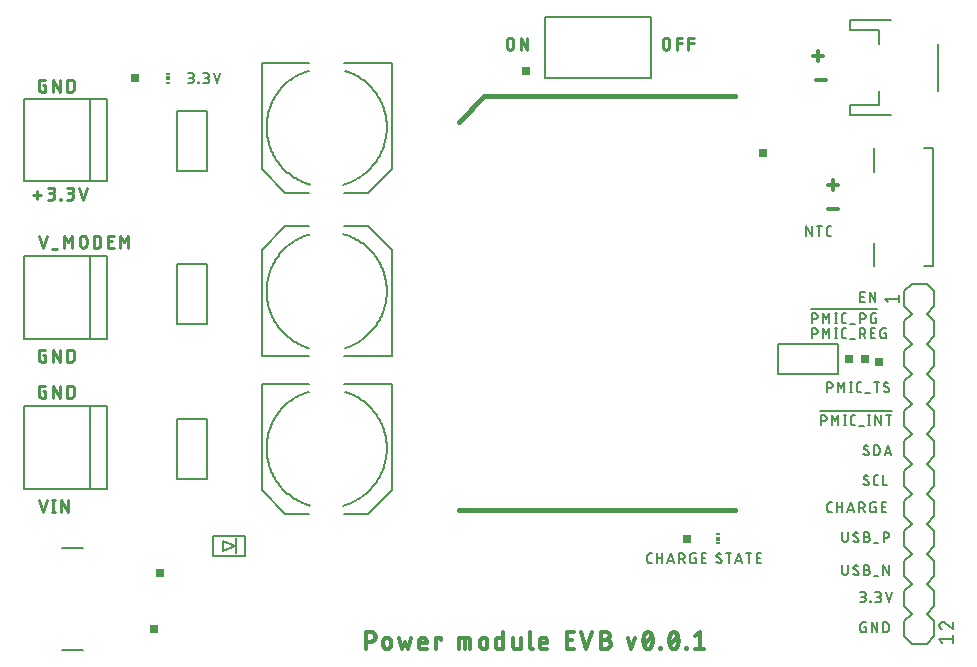
<source format=gbr>
G04 EAGLE Gerber RS-274X export*
G75*
%MOMM*%
%FSLAX34Y34*%
%LPD*%
%INSilkscreen Top*%
%IPPOS*%
%AMOC8*
5,1,8,0,0,1.08239X$1,22.5*%
G01*
%ADD10C,0.203200*%
%ADD11C,0.254000*%
%ADD12C,0.304800*%
%ADD13C,0.355600*%
%ADD14C,0.127000*%
%ADD15R,0.711200X0.711200*%
%ADD16R,0.300000X0.150000*%
%ADD17R,0.300000X0.300000*%
%ADD18C,0.152400*%
%ADD19C,0.381000*%
%ADD20C,0.200000*%
%ADD21R,0.200000X1.400000*%


D10*
X143256Y506476D02*
X145514Y506476D01*
X145607Y506478D01*
X145700Y506484D01*
X145793Y506493D01*
X145886Y506507D01*
X145977Y506524D01*
X146068Y506545D01*
X146158Y506570D01*
X146247Y506598D01*
X146335Y506630D01*
X146421Y506666D01*
X146506Y506705D01*
X146589Y506748D01*
X146670Y506794D01*
X146749Y506844D01*
X146826Y506896D01*
X146901Y506952D01*
X146973Y507011D01*
X147043Y507073D01*
X147111Y507137D01*
X147175Y507205D01*
X147237Y507275D01*
X147296Y507347D01*
X147352Y507422D01*
X147404Y507499D01*
X147454Y507578D01*
X147500Y507659D01*
X147543Y507742D01*
X147582Y507827D01*
X147618Y507913D01*
X147650Y508001D01*
X147678Y508090D01*
X147703Y508180D01*
X147724Y508271D01*
X147741Y508362D01*
X147755Y508455D01*
X147764Y508548D01*
X147770Y508641D01*
X147772Y508734D01*
X147770Y508827D01*
X147764Y508920D01*
X147755Y509013D01*
X147741Y509106D01*
X147724Y509197D01*
X147703Y509288D01*
X147678Y509378D01*
X147650Y509467D01*
X147618Y509555D01*
X147582Y509641D01*
X147543Y509726D01*
X147500Y509809D01*
X147454Y509890D01*
X147404Y509969D01*
X147352Y510046D01*
X147296Y510121D01*
X147237Y510193D01*
X147175Y510263D01*
X147111Y510331D01*
X147043Y510395D01*
X146973Y510457D01*
X146901Y510516D01*
X146826Y510572D01*
X146749Y510624D01*
X146670Y510674D01*
X146589Y510720D01*
X146506Y510763D01*
X146421Y510802D01*
X146335Y510838D01*
X146247Y510870D01*
X146158Y510898D01*
X146068Y510923D01*
X145977Y510944D01*
X145886Y510961D01*
X145793Y510975D01*
X145700Y510984D01*
X145607Y510990D01*
X145514Y510992D01*
X145965Y514604D02*
X143256Y514604D01*
X145965Y514604D02*
X146048Y514602D01*
X146132Y514596D01*
X146215Y514587D01*
X146297Y514573D01*
X146378Y514556D01*
X146459Y514535D01*
X146539Y514510D01*
X146617Y514482D01*
X146694Y514450D01*
X146770Y514415D01*
X146844Y514376D01*
X146916Y514333D01*
X146986Y514288D01*
X147053Y514239D01*
X147119Y514187D01*
X147182Y514133D01*
X147242Y514075D01*
X147300Y514015D01*
X147354Y513952D01*
X147406Y513886D01*
X147455Y513819D01*
X147500Y513749D01*
X147543Y513677D01*
X147582Y513603D01*
X147617Y513527D01*
X147649Y513450D01*
X147677Y513372D01*
X147702Y513292D01*
X147723Y513211D01*
X147740Y513130D01*
X147754Y513048D01*
X147763Y512965D01*
X147769Y512881D01*
X147771Y512798D01*
X147769Y512715D01*
X147763Y512631D01*
X147754Y512548D01*
X147740Y512466D01*
X147723Y512385D01*
X147702Y512304D01*
X147677Y512224D01*
X147649Y512146D01*
X147617Y512069D01*
X147582Y511993D01*
X147543Y511919D01*
X147500Y511847D01*
X147455Y511777D01*
X147406Y511710D01*
X147354Y511644D01*
X147300Y511581D01*
X147242Y511521D01*
X147182Y511463D01*
X147119Y511409D01*
X147053Y511357D01*
X146986Y511308D01*
X146916Y511263D01*
X146844Y511220D01*
X146770Y511181D01*
X146694Y511146D01*
X146617Y511114D01*
X146539Y511086D01*
X146459Y511061D01*
X146378Y511040D01*
X146297Y511023D01*
X146215Y511009D01*
X146132Y511000D01*
X146048Y510994D01*
X145965Y510992D01*
X144159Y510992D01*
X151689Y506928D02*
X151689Y506476D01*
X151689Y506928D02*
X152140Y506928D01*
X152140Y506476D01*
X151689Y506476D01*
X156058Y506476D02*
X158315Y506476D01*
X158408Y506478D01*
X158501Y506484D01*
X158594Y506493D01*
X158687Y506507D01*
X158778Y506524D01*
X158869Y506545D01*
X158959Y506570D01*
X159048Y506598D01*
X159136Y506630D01*
X159222Y506666D01*
X159307Y506705D01*
X159390Y506748D01*
X159471Y506794D01*
X159550Y506844D01*
X159627Y506896D01*
X159702Y506952D01*
X159774Y507011D01*
X159844Y507073D01*
X159912Y507137D01*
X159976Y507205D01*
X160038Y507275D01*
X160097Y507347D01*
X160153Y507422D01*
X160205Y507499D01*
X160255Y507578D01*
X160301Y507659D01*
X160344Y507742D01*
X160383Y507827D01*
X160419Y507913D01*
X160451Y508001D01*
X160479Y508090D01*
X160504Y508180D01*
X160525Y508271D01*
X160542Y508362D01*
X160556Y508455D01*
X160565Y508548D01*
X160571Y508641D01*
X160573Y508734D01*
X160571Y508827D01*
X160565Y508920D01*
X160556Y509013D01*
X160542Y509106D01*
X160525Y509197D01*
X160504Y509288D01*
X160479Y509378D01*
X160451Y509467D01*
X160419Y509555D01*
X160383Y509641D01*
X160344Y509726D01*
X160301Y509809D01*
X160255Y509890D01*
X160205Y509969D01*
X160153Y510046D01*
X160097Y510121D01*
X160038Y510193D01*
X159976Y510263D01*
X159912Y510331D01*
X159844Y510395D01*
X159774Y510457D01*
X159702Y510516D01*
X159627Y510572D01*
X159550Y510624D01*
X159471Y510674D01*
X159390Y510720D01*
X159307Y510763D01*
X159222Y510802D01*
X159136Y510838D01*
X159048Y510870D01*
X158959Y510898D01*
X158869Y510923D01*
X158778Y510944D01*
X158687Y510961D01*
X158594Y510975D01*
X158501Y510984D01*
X158408Y510990D01*
X158315Y510992D01*
X158767Y514604D02*
X156058Y514604D01*
X158767Y514604D02*
X158850Y514602D01*
X158934Y514596D01*
X159017Y514587D01*
X159099Y514573D01*
X159180Y514556D01*
X159261Y514535D01*
X159341Y514510D01*
X159419Y514482D01*
X159496Y514450D01*
X159572Y514415D01*
X159646Y514376D01*
X159718Y514333D01*
X159788Y514288D01*
X159855Y514239D01*
X159921Y514187D01*
X159984Y514133D01*
X160044Y514075D01*
X160102Y514015D01*
X160156Y513952D01*
X160208Y513886D01*
X160257Y513819D01*
X160302Y513749D01*
X160345Y513677D01*
X160384Y513603D01*
X160419Y513527D01*
X160451Y513450D01*
X160479Y513372D01*
X160504Y513292D01*
X160525Y513211D01*
X160542Y513130D01*
X160556Y513048D01*
X160565Y512965D01*
X160571Y512881D01*
X160573Y512798D01*
X160571Y512715D01*
X160565Y512631D01*
X160556Y512548D01*
X160542Y512466D01*
X160525Y512385D01*
X160504Y512304D01*
X160479Y512224D01*
X160451Y512146D01*
X160419Y512069D01*
X160384Y511993D01*
X160345Y511919D01*
X160302Y511847D01*
X160257Y511777D01*
X160208Y511710D01*
X160156Y511644D01*
X160102Y511581D01*
X160044Y511521D01*
X159984Y511463D01*
X159921Y511409D01*
X159855Y511357D01*
X159788Y511308D01*
X159718Y511263D01*
X159646Y511220D01*
X159572Y511181D01*
X159496Y511146D01*
X159419Y511114D01*
X159341Y511086D01*
X159261Y511061D01*
X159180Y511040D01*
X159099Y511023D01*
X159017Y511009D01*
X158934Y511000D01*
X158850Y510994D01*
X158767Y510992D01*
X156961Y510992D01*
X164750Y514604D02*
X167459Y506476D01*
X170169Y514604D01*
D11*
X544830Y537492D02*
X544830Y542008D01*
X544832Y542114D01*
X544838Y542219D01*
X544848Y542324D01*
X544862Y542429D01*
X544879Y542533D01*
X544901Y542636D01*
X544926Y542738D01*
X544955Y542840D01*
X544988Y542940D01*
X545025Y543039D01*
X545065Y543136D01*
X545109Y543232D01*
X545157Y543327D01*
X545208Y543419D01*
X545263Y543509D01*
X545320Y543598D01*
X545381Y543684D01*
X545446Y543767D01*
X545513Y543849D01*
X545583Y543927D01*
X545657Y544003D01*
X545733Y544077D01*
X545811Y544147D01*
X545893Y544214D01*
X545976Y544279D01*
X546062Y544340D01*
X546151Y544397D01*
X546241Y544452D01*
X546333Y544503D01*
X546428Y544551D01*
X546524Y544595D01*
X546621Y544635D01*
X546720Y544672D01*
X546820Y544705D01*
X546922Y544734D01*
X547024Y544759D01*
X547127Y544781D01*
X547231Y544798D01*
X547336Y544812D01*
X547441Y544822D01*
X547546Y544828D01*
X547652Y544830D01*
X547758Y544828D01*
X547863Y544822D01*
X547968Y544812D01*
X548073Y544798D01*
X548177Y544781D01*
X548280Y544759D01*
X548382Y544734D01*
X548484Y544705D01*
X548584Y544672D01*
X548683Y544635D01*
X548780Y544595D01*
X548876Y544551D01*
X548971Y544503D01*
X549063Y544452D01*
X549153Y544397D01*
X549242Y544340D01*
X549328Y544279D01*
X549411Y544214D01*
X549493Y544147D01*
X549571Y544077D01*
X549647Y544003D01*
X549721Y543927D01*
X549791Y543849D01*
X549858Y543767D01*
X549923Y543684D01*
X549984Y543598D01*
X550041Y543509D01*
X550096Y543419D01*
X550147Y543327D01*
X550195Y543232D01*
X550239Y543136D01*
X550279Y543039D01*
X550316Y542940D01*
X550349Y542840D01*
X550378Y542738D01*
X550403Y542636D01*
X550425Y542533D01*
X550442Y542429D01*
X550456Y542324D01*
X550466Y542219D01*
X550472Y542114D01*
X550474Y542008D01*
X550474Y537492D01*
X550472Y537386D01*
X550466Y537281D01*
X550456Y537176D01*
X550442Y537071D01*
X550425Y536967D01*
X550403Y536864D01*
X550378Y536762D01*
X550349Y536660D01*
X550316Y536560D01*
X550279Y536461D01*
X550239Y536364D01*
X550195Y536268D01*
X550147Y536173D01*
X550096Y536081D01*
X550041Y535991D01*
X549984Y535902D01*
X549923Y535816D01*
X549858Y535733D01*
X549791Y535651D01*
X549721Y535573D01*
X549647Y535497D01*
X549571Y535423D01*
X549493Y535353D01*
X549411Y535286D01*
X549328Y535221D01*
X549242Y535160D01*
X549153Y535103D01*
X549063Y535048D01*
X548971Y534997D01*
X548876Y534949D01*
X548780Y534905D01*
X548683Y534865D01*
X548584Y534828D01*
X548484Y534795D01*
X548382Y534766D01*
X548280Y534741D01*
X548177Y534719D01*
X548073Y534702D01*
X547968Y534688D01*
X547863Y534678D01*
X547758Y534672D01*
X547652Y534670D01*
X547546Y534672D01*
X547441Y534678D01*
X547336Y534688D01*
X547231Y534702D01*
X547127Y534719D01*
X547024Y534741D01*
X546922Y534766D01*
X546820Y534795D01*
X546720Y534828D01*
X546621Y534865D01*
X546524Y534905D01*
X546428Y534949D01*
X546333Y534997D01*
X546241Y535048D01*
X546151Y535103D01*
X546062Y535160D01*
X545976Y535221D01*
X545893Y535286D01*
X545811Y535353D01*
X545733Y535423D01*
X545657Y535497D01*
X545583Y535573D01*
X545513Y535651D01*
X545446Y535733D01*
X545381Y535816D01*
X545320Y535902D01*
X545263Y535991D01*
X545208Y536081D01*
X545157Y536173D01*
X545109Y536268D01*
X545065Y536364D01*
X545025Y536461D01*
X544988Y536560D01*
X544955Y536660D01*
X544926Y536762D01*
X544901Y536864D01*
X544879Y536967D01*
X544862Y537071D01*
X544848Y537176D01*
X544838Y537281D01*
X544832Y537386D01*
X544830Y537492D01*
X556681Y534670D02*
X556681Y544830D01*
X561196Y544830D01*
X561196Y540314D02*
X556681Y540314D01*
X566586Y544830D02*
X566586Y534670D01*
X566586Y544830D02*
X571102Y544830D01*
X571102Y540314D02*
X566586Y540314D01*
X412750Y542008D02*
X412750Y537492D01*
X412750Y542008D02*
X412752Y542114D01*
X412758Y542219D01*
X412768Y542324D01*
X412782Y542429D01*
X412799Y542533D01*
X412821Y542636D01*
X412846Y542738D01*
X412875Y542840D01*
X412908Y542940D01*
X412945Y543039D01*
X412985Y543136D01*
X413029Y543232D01*
X413077Y543327D01*
X413128Y543419D01*
X413183Y543509D01*
X413240Y543598D01*
X413301Y543684D01*
X413366Y543767D01*
X413433Y543849D01*
X413503Y543927D01*
X413577Y544003D01*
X413653Y544077D01*
X413731Y544147D01*
X413813Y544214D01*
X413896Y544279D01*
X413982Y544340D01*
X414071Y544397D01*
X414161Y544452D01*
X414253Y544503D01*
X414348Y544551D01*
X414444Y544595D01*
X414541Y544635D01*
X414640Y544672D01*
X414740Y544705D01*
X414842Y544734D01*
X414944Y544759D01*
X415047Y544781D01*
X415151Y544798D01*
X415256Y544812D01*
X415361Y544822D01*
X415466Y544828D01*
X415572Y544830D01*
X415678Y544828D01*
X415783Y544822D01*
X415888Y544812D01*
X415993Y544798D01*
X416097Y544781D01*
X416200Y544759D01*
X416302Y544734D01*
X416404Y544705D01*
X416504Y544672D01*
X416603Y544635D01*
X416700Y544595D01*
X416796Y544551D01*
X416891Y544503D01*
X416983Y544452D01*
X417073Y544397D01*
X417162Y544340D01*
X417248Y544279D01*
X417331Y544214D01*
X417413Y544147D01*
X417491Y544077D01*
X417567Y544003D01*
X417641Y543927D01*
X417711Y543849D01*
X417778Y543767D01*
X417843Y543684D01*
X417904Y543598D01*
X417961Y543509D01*
X418016Y543419D01*
X418067Y543327D01*
X418115Y543232D01*
X418159Y543136D01*
X418199Y543039D01*
X418236Y542940D01*
X418269Y542840D01*
X418298Y542738D01*
X418323Y542636D01*
X418345Y542533D01*
X418362Y542429D01*
X418376Y542324D01*
X418386Y542219D01*
X418392Y542114D01*
X418394Y542008D01*
X418394Y537492D01*
X418392Y537386D01*
X418386Y537281D01*
X418376Y537176D01*
X418362Y537071D01*
X418345Y536967D01*
X418323Y536864D01*
X418298Y536762D01*
X418269Y536660D01*
X418236Y536560D01*
X418199Y536461D01*
X418159Y536364D01*
X418115Y536268D01*
X418067Y536173D01*
X418016Y536081D01*
X417961Y535991D01*
X417904Y535902D01*
X417843Y535816D01*
X417778Y535733D01*
X417711Y535651D01*
X417641Y535573D01*
X417567Y535497D01*
X417491Y535423D01*
X417413Y535353D01*
X417331Y535286D01*
X417248Y535221D01*
X417162Y535160D01*
X417073Y535103D01*
X416983Y535048D01*
X416891Y534997D01*
X416796Y534949D01*
X416700Y534905D01*
X416603Y534865D01*
X416504Y534828D01*
X416404Y534795D01*
X416302Y534766D01*
X416200Y534741D01*
X416097Y534719D01*
X415993Y534702D01*
X415888Y534688D01*
X415783Y534678D01*
X415678Y534672D01*
X415572Y534670D01*
X415466Y534672D01*
X415361Y534678D01*
X415256Y534688D01*
X415151Y534702D01*
X415047Y534719D01*
X414944Y534741D01*
X414842Y534766D01*
X414740Y534795D01*
X414640Y534828D01*
X414541Y534865D01*
X414444Y534905D01*
X414348Y534949D01*
X414253Y534997D01*
X414161Y535048D01*
X414071Y535103D01*
X413982Y535160D01*
X413896Y535221D01*
X413813Y535286D01*
X413731Y535353D01*
X413653Y535423D01*
X413577Y535497D01*
X413503Y535573D01*
X413433Y535651D01*
X413366Y535733D01*
X413301Y535816D01*
X413240Y535902D01*
X413183Y535991D01*
X413128Y536081D01*
X413077Y536173D01*
X413029Y536268D01*
X412985Y536364D01*
X412945Y536461D01*
X412908Y536560D01*
X412875Y536660D01*
X412846Y536762D01*
X412821Y536864D01*
X412799Y536967D01*
X412782Y537071D01*
X412768Y537176D01*
X412758Y537281D01*
X412752Y537386D01*
X412750Y537492D01*
X424561Y534670D02*
X424561Y544830D01*
X430205Y534670D01*
X430205Y544830D01*
D10*
X533682Y100076D02*
X535488Y100076D01*
X533682Y100076D02*
X533599Y100078D01*
X533515Y100084D01*
X533432Y100093D01*
X533350Y100107D01*
X533269Y100124D01*
X533188Y100145D01*
X533108Y100170D01*
X533030Y100198D01*
X532953Y100230D01*
X532877Y100265D01*
X532803Y100304D01*
X532731Y100347D01*
X532661Y100392D01*
X532594Y100441D01*
X532528Y100493D01*
X532465Y100547D01*
X532405Y100605D01*
X532347Y100665D01*
X532293Y100728D01*
X532241Y100794D01*
X532192Y100861D01*
X532147Y100931D01*
X532104Y101003D01*
X532065Y101077D01*
X532030Y101153D01*
X531998Y101230D01*
X531970Y101308D01*
X531945Y101388D01*
X531924Y101469D01*
X531907Y101550D01*
X531893Y101632D01*
X531884Y101715D01*
X531878Y101799D01*
X531876Y101882D01*
X531876Y106398D01*
X531878Y106481D01*
X531884Y106565D01*
X531893Y106648D01*
X531907Y106730D01*
X531924Y106811D01*
X531945Y106892D01*
X531970Y106972D01*
X531998Y107050D01*
X532030Y107127D01*
X532065Y107203D01*
X532104Y107277D01*
X532147Y107349D01*
X532192Y107419D01*
X532241Y107486D01*
X532293Y107552D01*
X532347Y107615D01*
X532405Y107675D01*
X532465Y107733D01*
X532528Y107787D01*
X532594Y107839D01*
X532661Y107888D01*
X532731Y107933D01*
X532803Y107976D01*
X532877Y108015D01*
X532952Y108050D01*
X533030Y108082D01*
X533108Y108110D01*
X533188Y108135D01*
X533268Y108156D01*
X533350Y108173D01*
X533432Y108187D01*
X533515Y108196D01*
X533599Y108202D01*
X533682Y108204D01*
X535488Y108204D01*
X539847Y108204D02*
X539847Y100076D01*
X539847Y104592D02*
X544363Y104592D01*
X544363Y108204D02*
X544363Y100076D01*
X548844Y100076D02*
X551554Y108204D01*
X554263Y100076D01*
X553586Y102108D02*
X549522Y102108D01*
X558848Y100076D02*
X558848Y108204D01*
X561106Y108204D01*
X561199Y108202D01*
X561292Y108196D01*
X561385Y108187D01*
X561478Y108173D01*
X561569Y108156D01*
X561660Y108135D01*
X561750Y108110D01*
X561839Y108082D01*
X561927Y108050D01*
X562013Y108014D01*
X562098Y107975D01*
X562181Y107932D01*
X562262Y107886D01*
X562341Y107836D01*
X562418Y107784D01*
X562493Y107728D01*
X562565Y107669D01*
X562635Y107607D01*
X562703Y107543D01*
X562767Y107475D01*
X562829Y107405D01*
X562888Y107333D01*
X562944Y107258D01*
X562996Y107181D01*
X563046Y107102D01*
X563092Y107021D01*
X563135Y106938D01*
X563174Y106853D01*
X563210Y106767D01*
X563242Y106679D01*
X563270Y106590D01*
X563295Y106500D01*
X563316Y106409D01*
X563333Y106318D01*
X563347Y106225D01*
X563356Y106132D01*
X563362Y106039D01*
X563364Y105946D01*
X563362Y105853D01*
X563356Y105760D01*
X563347Y105667D01*
X563333Y105574D01*
X563316Y105483D01*
X563295Y105392D01*
X563270Y105302D01*
X563242Y105213D01*
X563210Y105125D01*
X563174Y105039D01*
X563135Y104954D01*
X563092Y104871D01*
X563046Y104790D01*
X562996Y104711D01*
X562944Y104634D01*
X562888Y104559D01*
X562829Y104487D01*
X562767Y104417D01*
X562703Y104349D01*
X562635Y104285D01*
X562565Y104223D01*
X562493Y104164D01*
X562418Y104108D01*
X562341Y104056D01*
X562262Y104006D01*
X562181Y103960D01*
X562098Y103917D01*
X562013Y103878D01*
X561927Y103842D01*
X561839Y103810D01*
X561750Y103782D01*
X561660Y103757D01*
X561569Y103736D01*
X561478Y103719D01*
X561385Y103705D01*
X561292Y103696D01*
X561199Y103690D01*
X561106Y103688D01*
X558848Y103688D01*
X561557Y103688D02*
X563363Y100076D01*
X571354Y104592D02*
X572709Y104592D01*
X572709Y100076D01*
X570000Y100076D01*
X569917Y100078D01*
X569833Y100084D01*
X569750Y100093D01*
X569668Y100107D01*
X569587Y100124D01*
X569506Y100145D01*
X569426Y100170D01*
X569348Y100198D01*
X569271Y100230D01*
X569195Y100265D01*
X569121Y100304D01*
X569049Y100347D01*
X568979Y100392D01*
X568912Y100441D01*
X568846Y100493D01*
X568783Y100547D01*
X568723Y100605D01*
X568665Y100665D01*
X568611Y100728D01*
X568559Y100794D01*
X568510Y100861D01*
X568465Y100931D01*
X568422Y101003D01*
X568383Y101077D01*
X568348Y101153D01*
X568316Y101230D01*
X568288Y101308D01*
X568263Y101388D01*
X568242Y101469D01*
X568225Y101550D01*
X568211Y101632D01*
X568202Y101715D01*
X568196Y101799D01*
X568194Y101882D01*
X568194Y106398D01*
X568196Y106481D01*
X568202Y106565D01*
X568211Y106648D01*
X568225Y106730D01*
X568242Y106811D01*
X568263Y106892D01*
X568288Y106972D01*
X568316Y107050D01*
X568348Y107127D01*
X568383Y107203D01*
X568422Y107277D01*
X568465Y107349D01*
X568510Y107419D01*
X568559Y107486D01*
X568611Y107552D01*
X568665Y107615D01*
X568723Y107675D01*
X568783Y107733D01*
X568846Y107787D01*
X568912Y107839D01*
X568979Y107888D01*
X569049Y107933D01*
X569121Y107976D01*
X569195Y108015D01*
X569270Y108050D01*
X569348Y108082D01*
X569426Y108110D01*
X569506Y108135D01*
X569586Y108156D01*
X569668Y108173D01*
X569750Y108187D01*
X569833Y108196D01*
X569917Y108202D01*
X570000Y108204D01*
X572709Y108204D01*
X577979Y100076D02*
X581591Y100076D01*
X577979Y100076D02*
X577979Y108204D01*
X581591Y108204D01*
X580688Y104592D02*
X577979Y104592D01*
X592848Y100076D02*
X592931Y100078D01*
X593015Y100084D01*
X593098Y100093D01*
X593180Y100107D01*
X593262Y100124D01*
X593342Y100145D01*
X593422Y100170D01*
X593500Y100198D01*
X593578Y100230D01*
X593653Y100265D01*
X593727Y100304D01*
X593799Y100347D01*
X593869Y100392D01*
X593936Y100441D01*
X594002Y100493D01*
X594065Y100547D01*
X594125Y100605D01*
X594183Y100665D01*
X594237Y100728D01*
X594289Y100794D01*
X594338Y100861D01*
X594383Y100931D01*
X594426Y101003D01*
X594465Y101077D01*
X594500Y101153D01*
X594532Y101230D01*
X594560Y101308D01*
X594585Y101388D01*
X594606Y101469D01*
X594623Y101550D01*
X594637Y101632D01*
X594646Y101715D01*
X594652Y101799D01*
X594654Y101882D01*
X592848Y100076D02*
X592728Y100078D01*
X592607Y100084D01*
X592487Y100093D01*
X592367Y100106D01*
X592248Y100123D01*
X592129Y100144D01*
X592011Y100169D01*
X591894Y100197D01*
X591778Y100229D01*
X591663Y100265D01*
X591549Y100304D01*
X591436Y100347D01*
X591325Y100393D01*
X591216Y100443D01*
X591107Y100496D01*
X591001Y100553D01*
X590897Y100613D01*
X590794Y100676D01*
X590694Y100743D01*
X590595Y100812D01*
X590499Y100885D01*
X590405Y100960D01*
X590314Y101039D01*
X590225Y101121D01*
X590139Y101205D01*
X590365Y106398D02*
X590367Y106481D01*
X590373Y106565D01*
X590382Y106648D01*
X590396Y106730D01*
X590413Y106811D01*
X590434Y106892D01*
X590459Y106972D01*
X590487Y107050D01*
X590519Y107127D01*
X590554Y107203D01*
X590593Y107277D01*
X590636Y107349D01*
X590681Y107419D01*
X590730Y107486D01*
X590782Y107552D01*
X590836Y107615D01*
X590894Y107675D01*
X590954Y107733D01*
X591017Y107787D01*
X591083Y107839D01*
X591150Y107888D01*
X591220Y107933D01*
X591292Y107976D01*
X591366Y108015D01*
X591442Y108050D01*
X591519Y108082D01*
X591597Y108110D01*
X591677Y108135D01*
X591758Y108156D01*
X591839Y108173D01*
X591921Y108187D01*
X592004Y108196D01*
X592088Y108202D01*
X592171Y108204D01*
X592286Y108202D01*
X592400Y108196D01*
X592515Y108187D01*
X592628Y108173D01*
X592742Y108156D01*
X592855Y108134D01*
X592966Y108109D01*
X593078Y108080D01*
X593188Y108048D01*
X593296Y108012D01*
X593404Y107972D01*
X593510Y107928D01*
X593615Y107881D01*
X593717Y107830D01*
X593819Y107776D01*
X593918Y107719D01*
X594015Y107658D01*
X594110Y107594D01*
X594203Y107527D01*
X591268Y104818D02*
X591198Y104862D01*
X591129Y104908D01*
X591063Y104958D01*
X590999Y105011D01*
X590938Y105066D01*
X590879Y105125D01*
X590823Y105186D01*
X590770Y105249D01*
X590719Y105315D01*
X590672Y105382D01*
X590628Y105452D01*
X590587Y105524D01*
X590549Y105598D01*
X590514Y105673D01*
X590483Y105750D01*
X590456Y105828D01*
X590432Y105907D01*
X590412Y105988D01*
X590395Y106069D01*
X590382Y106150D01*
X590372Y106233D01*
X590367Y106315D01*
X590365Y106398D01*
X593751Y103462D02*
X593821Y103418D01*
X593890Y103372D01*
X593956Y103322D01*
X594020Y103269D01*
X594081Y103214D01*
X594140Y103155D01*
X594196Y103094D01*
X594249Y103031D01*
X594300Y102965D01*
X594347Y102898D01*
X594391Y102828D01*
X594432Y102756D01*
X594470Y102682D01*
X594505Y102607D01*
X594536Y102530D01*
X594563Y102452D01*
X594587Y102373D01*
X594607Y102292D01*
X594624Y102211D01*
X594637Y102130D01*
X594647Y102047D01*
X594652Y101965D01*
X594654Y101882D01*
X593752Y103463D02*
X591268Y104817D01*
X600626Y108204D02*
X600626Y100076D01*
X598369Y108204D02*
X602884Y108204D01*
X609161Y108204D02*
X606451Y100076D01*
X611870Y100076D02*
X609161Y108204D01*
X611193Y102108D02*
X607129Y102108D01*
X617695Y100076D02*
X617695Y108204D01*
X615437Y108204D02*
X619953Y108204D01*
X624308Y100076D02*
X627921Y100076D01*
X624308Y100076D02*
X624308Y108204D01*
X627921Y108204D01*
X627017Y104592D02*
X624308Y104592D01*
D12*
X672084Y529505D02*
X680212Y529505D01*
X676148Y525441D02*
X676148Y533569D01*
X684784Y420285D02*
X692912Y420285D01*
X688848Y416221D02*
X688848Y424349D01*
X682752Y509185D02*
X674624Y509185D01*
X684784Y399965D02*
X692912Y399965D01*
D10*
X666496Y385064D02*
X666496Y376936D01*
X671012Y376936D02*
X666496Y385064D01*
X671012Y385064D02*
X671012Y376936D01*
X677593Y376936D02*
X677593Y385064D01*
X675335Y385064D02*
X679851Y385064D01*
X685629Y376936D02*
X687436Y376936D01*
X685629Y376936D02*
X685546Y376938D01*
X685462Y376944D01*
X685379Y376953D01*
X685297Y376967D01*
X685216Y376984D01*
X685135Y377005D01*
X685055Y377030D01*
X684977Y377058D01*
X684900Y377090D01*
X684824Y377125D01*
X684750Y377164D01*
X684678Y377207D01*
X684608Y377252D01*
X684541Y377301D01*
X684475Y377353D01*
X684412Y377407D01*
X684352Y377465D01*
X684294Y377525D01*
X684240Y377588D01*
X684188Y377654D01*
X684139Y377721D01*
X684094Y377791D01*
X684051Y377863D01*
X684012Y377937D01*
X683977Y378013D01*
X683945Y378090D01*
X683917Y378168D01*
X683892Y378248D01*
X683871Y378329D01*
X683854Y378410D01*
X683840Y378492D01*
X683831Y378575D01*
X683825Y378659D01*
X683823Y378742D01*
X683823Y383258D01*
X683825Y383341D01*
X683831Y383425D01*
X683840Y383508D01*
X683854Y383590D01*
X683871Y383671D01*
X683892Y383752D01*
X683917Y383832D01*
X683945Y383910D01*
X683977Y383987D01*
X684012Y384063D01*
X684051Y384137D01*
X684094Y384209D01*
X684139Y384279D01*
X684188Y384346D01*
X684240Y384412D01*
X684294Y384475D01*
X684352Y384535D01*
X684412Y384593D01*
X684475Y384647D01*
X684541Y384699D01*
X684608Y384748D01*
X684678Y384793D01*
X684750Y384836D01*
X684824Y384875D01*
X684899Y384910D01*
X684977Y384942D01*
X685055Y384970D01*
X685135Y384995D01*
X685215Y385016D01*
X685297Y385033D01*
X685379Y385047D01*
X685462Y385056D01*
X685546Y385062D01*
X685629Y385064D01*
X687436Y385064D01*
X712216Y321056D02*
X715828Y321056D01*
X712216Y321056D02*
X712216Y329184D01*
X715828Y329184D01*
X714925Y325572D02*
X712216Y325572D01*
X720109Y329184D02*
X720109Y321056D01*
X724625Y321056D02*
X720109Y329184D01*
X724625Y329184D02*
X724625Y321056D01*
X726553Y315468D02*
X670560Y315468D01*
X671576Y311404D02*
X671576Y303276D01*
X671576Y311404D02*
X673834Y311404D01*
X673927Y311402D01*
X674020Y311396D01*
X674113Y311387D01*
X674206Y311373D01*
X674297Y311356D01*
X674388Y311335D01*
X674478Y311310D01*
X674567Y311282D01*
X674655Y311250D01*
X674741Y311214D01*
X674826Y311175D01*
X674909Y311132D01*
X674990Y311086D01*
X675069Y311036D01*
X675146Y310984D01*
X675221Y310928D01*
X675293Y310869D01*
X675363Y310807D01*
X675431Y310743D01*
X675495Y310675D01*
X675557Y310605D01*
X675616Y310533D01*
X675672Y310458D01*
X675724Y310381D01*
X675774Y310302D01*
X675820Y310221D01*
X675863Y310138D01*
X675902Y310053D01*
X675938Y309967D01*
X675970Y309879D01*
X675998Y309790D01*
X676023Y309700D01*
X676044Y309609D01*
X676061Y309518D01*
X676075Y309425D01*
X676084Y309332D01*
X676090Y309239D01*
X676092Y309146D01*
X676090Y309053D01*
X676084Y308960D01*
X676075Y308867D01*
X676061Y308774D01*
X676044Y308683D01*
X676023Y308592D01*
X675998Y308502D01*
X675970Y308413D01*
X675938Y308325D01*
X675902Y308239D01*
X675863Y308154D01*
X675820Y308071D01*
X675774Y307990D01*
X675724Y307911D01*
X675672Y307834D01*
X675616Y307759D01*
X675557Y307687D01*
X675495Y307617D01*
X675431Y307549D01*
X675363Y307485D01*
X675293Y307423D01*
X675221Y307364D01*
X675146Y307308D01*
X675069Y307256D01*
X674990Y307206D01*
X674909Y307160D01*
X674826Y307117D01*
X674741Y307078D01*
X674655Y307042D01*
X674567Y307010D01*
X674478Y306982D01*
X674388Y306957D01*
X674297Y306936D01*
X674206Y306919D01*
X674113Y306905D01*
X674020Y306896D01*
X673927Y306890D01*
X673834Y306888D01*
X671576Y306888D01*
X680641Y303276D02*
X680641Y311404D01*
X683350Y306888D01*
X686060Y311404D01*
X686060Y303276D01*
X691580Y303276D02*
X691580Y311404D01*
X690677Y303276D02*
X692483Y303276D01*
X692483Y311404D02*
X690677Y311404D01*
X698397Y303276D02*
X700203Y303276D01*
X698397Y303276D02*
X698314Y303278D01*
X698230Y303284D01*
X698147Y303293D01*
X698065Y303307D01*
X697984Y303324D01*
X697903Y303345D01*
X697823Y303370D01*
X697745Y303398D01*
X697668Y303430D01*
X697592Y303465D01*
X697518Y303504D01*
X697446Y303547D01*
X697376Y303592D01*
X697309Y303641D01*
X697243Y303693D01*
X697180Y303747D01*
X697120Y303805D01*
X697062Y303865D01*
X697008Y303928D01*
X696956Y303994D01*
X696907Y304061D01*
X696862Y304131D01*
X696819Y304203D01*
X696780Y304277D01*
X696745Y304353D01*
X696713Y304430D01*
X696685Y304508D01*
X696660Y304588D01*
X696639Y304669D01*
X696622Y304750D01*
X696608Y304832D01*
X696599Y304915D01*
X696593Y304999D01*
X696591Y305082D01*
X696591Y309598D01*
X696593Y309681D01*
X696599Y309765D01*
X696608Y309848D01*
X696622Y309930D01*
X696639Y310011D01*
X696660Y310092D01*
X696685Y310172D01*
X696713Y310250D01*
X696745Y310327D01*
X696780Y310403D01*
X696819Y310477D01*
X696862Y310549D01*
X696907Y310619D01*
X696956Y310686D01*
X697008Y310752D01*
X697062Y310815D01*
X697120Y310875D01*
X697180Y310933D01*
X697243Y310987D01*
X697309Y311039D01*
X697376Y311088D01*
X697446Y311133D01*
X697518Y311176D01*
X697592Y311215D01*
X697667Y311250D01*
X697745Y311282D01*
X697823Y311310D01*
X697903Y311335D01*
X697983Y311356D01*
X698065Y311373D01*
X698147Y311387D01*
X698230Y311396D01*
X698314Y311402D01*
X698397Y311404D01*
X700203Y311404D01*
X703794Y302373D02*
X707407Y302373D01*
X712114Y303276D02*
X712114Y311404D01*
X714372Y311404D01*
X714465Y311402D01*
X714558Y311396D01*
X714651Y311387D01*
X714744Y311373D01*
X714835Y311356D01*
X714926Y311335D01*
X715016Y311310D01*
X715105Y311282D01*
X715193Y311250D01*
X715279Y311214D01*
X715364Y311175D01*
X715447Y311132D01*
X715528Y311086D01*
X715607Y311036D01*
X715684Y310984D01*
X715759Y310928D01*
X715831Y310869D01*
X715901Y310807D01*
X715969Y310743D01*
X716033Y310675D01*
X716095Y310605D01*
X716154Y310533D01*
X716210Y310458D01*
X716262Y310381D01*
X716312Y310302D01*
X716358Y310221D01*
X716401Y310138D01*
X716440Y310053D01*
X716476Y309967D01*
X716508Y309879D01*
X716536Y309790D01*
X716561Y309700D01*
X716582Y309609D01*
X716599Y309518D01*
X716613Y309425D01*
X716622Y309332D01*
X716628Y309239D01*
X716630Y309146D01*
X716628Y309053D01*
X716622Y308960D01*
X716613Y308867D01*
X716599Y308774D01*
X716582Y308683D01*
X716561Y308592D01*
X716536Y308502D01*
X716508Y308413D01*
X716476Y308325D01*
X716440Y308239D01*
X716401Y308154D01*
X716358Y308071D01*
X716312Y307990D01*
X716262Y307911D01*
X716210Y307834D01*
X716154Y307759D01*
X716095Y307687D01*
X716033Y307617D01*
X715969Y307549D01*
X715901Y307485D01*
X715831Y307423D01*
X715759Y307364D01*
X715684Y307308D01*
X715607Y307256D01*
X715528Y307206D01*
X715447Y307160D01*
X715364Y307117D01*
X715279Y307078D01*
X715193Y307042D01*
X715105Y307010D01*
X715016Y306982D01*
X714926Y306957D01*
X714835Y306936D01*
X714744Y306919D01*
X714651Y306905D01*
X714558Y306896D01*
X714465Y306890D01*
X714372Y306888D01*
X712114Y306888D01*
X724182Y307792D02*
X725537Y307792D01*
X725537Y303276D01*
X722827Y303276D01*
X722744Y303278D01*
X722660Y303284D01*
X722577Y303293D01*
X722495Y303307D01*
X722414Y303324D01*
X722333Y303345D01*
X722253Y303370D01*
X722175Y303398D01*
X722098Y303430D01*
X722022Y303465D01*
X721948Y303504D01*
X721876Y303547D01*
X721806Y303592D01*
X721739Y303641D01*
X721673Y303693D01*
X721610Y303747D01*
X721550Y303805D01*
X721492Y303865D01*
X721438Y303928D01*
X721386Y303994D01*
X721337Y304061D01*
X721292Y304131D01*
X721249Y304203D01*
X721210Y304277D01*
X721175Y304353D01*
X721143Y304430D01*
X721115Y304508D01*
X721090Y304588D01*
X721069Y304669D01*
X721052Y304750D01*
X721038Y304832D01*
X721029Y304915D01*
X721023Y304999D01*
X721021Y305082D01*
X721021Y309598D01*
X721023Y309681D01*
X721029Y309765D01*
X721038Y309848D01*
X721052Y309930D01*
X721069Y310011D01*
X721090Y310092D01*
X721115Y310172D01*
X721143Y310250D01*
X721175Y310327D01*
X721210Y310403D01*
X721249Y310477D01*
X721292Y310549D01*
X721337Y310619D01*
X721386Y310686D01*
X721438Y310752D01*
X721492Y310815D01*
X721550Y310875D01*
X721610Y310933D01*
X721673Y310987D01*
X721739Y311039D01*
X721806Y311088D01*
X721876Y311133D01*
X721948Y311176D01*
X722022Y311215D01*
X722097Y311250D01*
X722175Y311282D01*
X722253Y311310D01*
X722333Y311335D01*
X722413Y311356D01*
X722495Y311373D01*
X722577Y311387D01*
X722660Y311396D01*
X722744Y311402D01*
X722827Y311404D01*
X725537Y311404D01*
X671576Y298704D02*
X671576Y290576D01*
X671576Y298704D02*
X673834Y298704D01*
X673927Y298702D01*
X674020Y298696D01*
X674113Y298687D01*
X674206Y298673D01*
X674297Y298656D01*
X674388Y298635D01*
X674478Y298610D01*
X674567Y298582D01*
X674655Y298550D01*
X674741Y298514D01*
X674826Y298475D01*
X674909Y298432D01*
X674990Y298386D01*
X675069Y298336D01*
X675146Y298284D01*
X675221Y298228D01*
X675293Y298169D01*
X675363Y298107D01*
X675431Y298043D01*
X675495Y297975D01*
X675557Y297905D01*
X675616Y297833D01*
X675672Y297758D01*
X675724Y297681D01*
X675774Y297602D01*
X675820Y297521D01*
X675863Y297438D01*
X675902Y297353D01*
X675938Y297267D01*
X675970Y297179D01*
X675998Y297090D01*
X676023Y297000D01*
X676044Y296909D01*
X676061Y296818D01*
X676075Y296725D01*
X676084Y296632D01*
X676090Y296539D01*
X676092Y296446D01*
X676090Y296353D01*
X676084Y296260D01*
X676075Y296167D01*
X676061Y296074D01*
X676044Y295983D01*
X676023Y295892D01*
X675998Y295802D01*
X675970Y295713D01*
X675938Y295625D01*
X675902Y295539D01*
X675863Y295454D01*
X675820Y295371D01*
X675774Y295290D01*
X675724Y295211D01*
X675672Y295134D01*
X675616Y295059D01*
X675557Y294987D01*
X675495Y294917D01*
X675431Y294849D01*
X675363Y294785D01*
X675293Y294723D01*
X675221Y294664D01*
X675146Y294608D01*
X675069Y294556D01*
X674990Y294506D01*
X674909Y294460D01*
X674826Y294417D01*
X674741Y294378D01*
X674655Y294342D01*
X674567Y294310D01*
X674478Y294282D01*
X674388Y294257D01*
X674297Y294236D01*
X674206Y294219D01*
X674113Y294205D01*
X674020Y294196D01*
X673927Y294190D01*
X673834Y294188D01*
X671576Y294188D01*
X680641Y290576D02*
X680641Y298704D01*
X683350Y294188D01*
X686060Y298704D01*
X686060Y290576D01*
X691580Y290576D02*
X691580Y298704D01*
X690677Y290576D02*
X692483Y290576D01*
X692483Y298704D02*
X690677Y298704D01*
X698397Y290576D02*
X700203Y290576D01*
X698397Y290576D02*
X698314Y290578D01*
X698230Y290584D01*
X698147Y290593D01*
X698065Y290607D01*
X697984Y290624D01*
X697903Y290645D01*
X697823Y290670D01*
X697745Y290698D01*
X697668Y290730D01*
X697592Y290765D01*
X697518Y290804D01*
X697446Y290847D01*
X697376Y290892D01*
X697309Y290941D01*
X697243Y290993D01*
X697180Y291047D01*
X697120Y291105D01*
X697062Y291165D01*
X697008Y291228D01*
X696956Y291294D01*
X696907Y291361D01*
X696862Y291431D01*
X696819Y291503D01*
X696780Y291577D01*
X696745Y291653D01*
X696713Y291730D01*
X696685Y291808D01*
X696660Y291888D01*
X696639Y291969D01*
X696622Y292050D01*
X696608Y292132D01*
X696599Y292215D01*
X696593Y292299D01*
X696591Y292382D01*
X696591Y296898D01*
X696593Y296981D01*
X696599Y297065D01*
X696608Y297148D01*
X696622Y297230D01*
X696639Y297311D01*
X696660Y297392D01*
X696685Y297472D01*
X696713Y297550D01*
X696745Y297627D01*
X696780Y297703D01*
X696819Y297777D01*
X696862Y297849D01*
X696907Y297919D01*
X696956Y297986D01*
X697008Y298052D01*
X697062Y298115D01*
X697120Y298175D01*
X697180Y298233D01*
X697243Y298287D01*
X697309Y298339D01*
X697376Y298388D01*
X697446Y298433D01*
X697518Y298476D01*
X697592Y298515D01*
X697667Y298550D01*
X697745Y298582D01*
X697823Y298610D01*
X697903Y298635D01*
X697983Y298656D01*
X698065Y298673D01*
X698147Y298687D01*
X698230Y298696D01*
X698314Y298702D01*
X698397Y298704D01*
X700203Y298704D01*
X703794Y289673D02*
X707407Y289673D01*
X711980Y290576D02*
X711980Y298704D01*
X714238Y298704D01*
X714331Y298702D01*
X714424Y298696D01*
X714517Y298687D01*
X714610Y298673D01*
X714701Y298656D01*
X714792Y298635D01*
X714882Y298610D01*
X714971Y298582D01*
X715059Y298550D01*
X715145Y298514D01*
X715230Y298475D01*
X715313Y298432D01*
X715394Y298386D01*
X715473Y298336D01*
X715550Y298284D01*
X715625Y298228D01*
X715697Y298169D01*
X715767Y298107D01*
X715835Y298043D01*
X715899Y297975D01*
X715961Y297905D01*
X716020Y297833D01*
X716076Y297758D01*
X716128Y297681D01*
X716178Y297602D01*
X716224Y297521D01*
X716267Y297438D01*
X716306Y297353D01*
X716342Y297267D01*
X716374Y297179D01*
X716402Y297090D01*
X716427Y297000D01*
X716448Y296909D01*
X716465Y296818D01*
X716479Y296725D01*
X716488Y296632D01*
X716494Y296539D01*
X716496Y296446D01*
X716494Y296353D01*
X716488Y296260D01*
X716479Y296167D01*
X716465Y296074D01*
X716448Y295983D01*
X716427Y295892D01*
X716402Y295802D01*
X716374Y295713D01*
X716342Y295625D01*
X716306Y295539D01*
X716267Y295454D01*
X716224Y295371D01*
X716178Y295290D01*
X716128Y295211D01*
X716076Y295134D01*
X716020Y295059D01*
X715961Y294987D01*
X715899Y294917D01*
X715835Y294849D01*
X715767Y294785D01*
X715697Y294723D01*
X715625Y294664D01*
X715550Y294608D01*
X715473Y294556D01*
X715394Y294506D01*
X715313Y294460D01*
X715230Y294417D01*
X715145Y294378D01*
X715059Y294342D01*
X714971Y294310D01*
X714882Y294282D01*
X714792Y294257D01*
X714701Y294236D01*
X714610Y294219D01*
X714517Y294205D01*
X714424Y294196D01*
X714331Y294190D01*
X714238Y294188D01*
X711980Y294188D01*
X714689Y294188D02*
X716496Y290576D01*
X721357Y290576D02*
X724970Y290576D01*
X721357Y290576D02*
X721357Y298704D01*
X724970Y298704D01*
X724067Y295092D02*
X721357Y295092D01*
X732412Y295092D02*
X733766Y295092D01*
X733766Y290576D01*
X731057Y290576D01*
X730974Y290578D01*
X730890Y290584D01*
X730807Y290593D01*
X730725Y290607D01*
X730644Y290624D01*
X730563Y290645D01*
X730483Y290670D01*
X730405Y290698D01*
X730328Y290730D01*
X730252Y290765D01*
X730178Y290804D01*
X730106Y290847D01*
X730036Y290892D01*
X729969Y290941D01*
X729903Y290993D01*
X729840Y291047D01*
X729780Y291105D01*
X729722Y291165D01*
X729668Y291228D01*
X729616Y291294D01*
X729567Y291361D01*
X729522Y291431D01*
X729479Y291503D01*
X729440Y291577D01*
X729405Y291653D01*
X729373Y291730D01*
X729345Y291808D01*
X729320Y291888D01*
X729299Y291969D01*
X729282Y292050D01*
X729268Y292132D01*
X729259Y292215D01*
X729253Y292299D01*
X729251Y292382D01*
X729251Y296898D01*
X729253Y296981D01*
X729259Y297065D01*
X729268Y297148D01*
X729282Y297230D01*
X729299Y297311D01*
X729320Y297392D01*
X729345Y297472D01*
X729373Y297550D01*
X729405Y297627D01*
X729440Y297703D01*
X729479Y297777D01*
X729522Y297849D01*
X729567Y297919D01*
X729616Y297986D01*
X729668Y298052D01*
X729722Y298115D01*
X729780Y298175D01*
X729840Y298233D01*
X729903Y298287D01*
X729969Y298339D01*
X730036Y298388D01*
X730106Y298433D01*
X730178Y298476D01*
X730252Y298515D01*
X730327Y298550D01*
X730405Y298582D01*
X730483Y298610D01*
X730563Y298635D01*
X730643Y298656D01*
X730725Y298673D01*
X730807Y298687D01*
X730890Y298696D01*
X730974Y298702D01*
X731057Y298704D01*
X733766Y298704D01*
X684276Y252984D02*
X684276Y244856D01*
X684276Y252984D02*
X686534Y252984D01*
X686627Y252982D01*
X686720Y252976D01*
X686813Y252967D01*
X686906Y252953D01*
X686997Y252936D01*
X687088Y252915D01*
X687178Y252890D01*
X687267Y252862D01*
X687355Y252830D01*
X687441Y252794D01*
X687526Y252755D01*
X687609Y252712D01*
X687690Y252666D01*
X687769Y252616D01*
X687846Y252564D01*
X687921Y252508D01*
X687993Y252449D01*
X688063Y252387D01*
X688131Y252323D01*
X688195Y252255D01*
X688257Y252185D01*
X688316Y252113D01*
X688372Y252038D01*
X688424Y251961D01*
X688474Y251882D01*
X688520Y251801D01*
X688563Y251718D01*
X688602Y251633D01*
X688638Y251547D01*
X688670Y251459D01*
X688698Y251370D01*
X688723Y251280D01*
X688744Y251189D01*
X688761Y251098D01*
X688775Y251005D01*
X688784Y250912D01*
X688790Y250819D01*
X688792Y250726D01*
X688790Y250633D01*
X688784Y250540D01*
X688775Y250447D01*
X688761Y250354D01*
X688744Y250263D01*
X688723Y250172D01*
X688698Y250082D01*
X688670Y249993D01*
X688638Y249905D01*
X688602Y249819D01*
X688563Y249734D01*
X688520Y249651D01*
X688474Y249570D01*
X688424Y249491D01*
X688372Y249414D01*
X688316Y249339D01*
X688257Y249267D01*
X688195Y249197D01*
X688131Y249129D01*
X688063Y249065D01*
X687993Y249003D01*
X687921Y248944D01*
X687846Y248888D01*
X687769Y248836D01*
X687690Y248786D01*
X687609Y248740D01*
X687526Y248697D01*
X687441Y248658D01*
X687355Y248622D01*
X687267Y248590D01*
X687178Y248562D01*
X687088Y248537D01*
X686997Y248516D01*
X686906Y248499D01*
X686813Y248485D01*
X686720Y248476D01*
X686627Y248470D01*
X686534Y248468D01*
X684276Y248468D01*
X693341Y244856D02*
X693341Y252984D01*
X696050Y248468D01*
X698760Y252984D01*
X698760Y244856D01*
X704280Y244856D02*
X704280Y252984D01*
X703377Y244856D02*
X705183Y244856D01*
X705183Y252984D02*
X703377Y252984D01*
X711097Y244856D02*
X712903Y244856D01*
X711097Y244856D02*
X711014Y244858D01*
X710930Y244864D01*
X710847Y244873D01*
X710765Y244887D01*
X710684Y244904D01*
X710603Y244925D01*
X710523Y244950D01*
X710445Y244978D01*
X710368Y245010D01*
X710292Y245045D01*
X710218Y245084D01*
X710146Y245127D01*
X710076Y245172D01*
X710009Y245221D01*
X709943Y245273D01*
X709880Y245327D01*
X709820Y245385D01*
X709762Y245445D01*
X709708Y245508D01*
X709656Y245574D01*
X709607Y245641D01*
X709562Y245711D01*
X709519Y245783D01*
X709480Y245857D01*
X709445Y245933D01*
X709413Y246010D01*
X709385Y246088D01*
X709360Y246168D01*
X709339Y246249D01*
X709322Y246330D01*
X709308Y246412D01*
X709299Y246495D01*
X709293Y246579D01*
X709291Y246662D01*
X709291Y251178D01*
X709293Y251261D01*
X709299Y251345D01*
X709308Y251428D01*
X709322Y251510D01*
X709339Y251591D01*
X709360Y251672D01*
X709385Y251752D01*
X709413Y251830D01*
X709445Y251907D01*
X709480Y251983D01*
X709519Y252057D01*
X709562Y252129D01*
X709607Y252199D01*
X709656Y252266D01*
X709708Y252332D01*
X709762Y252395D01*
X709820Y252455D01*
X709880Y252513D01*
X709943Y252567D01*
X710009Y252619D01*
X710076Y252668D01*
X710146Y252713D01*
X710218Y252756D01*
X710292Y252795D01*
X710367Y252830D01*
X710445Y252862D01*
X710523Y252890D01*
X710603Y252915D01*
X710683Y252936D01*
X710765Y252953D01*
X710847Y252967D01*
X710930Y252976D01*
X711014Y252982D01*
X711097Y252984D01*
X712903Y252984D01*
X716494Y243953D02*
X720107Y243953D01*
X725920Y244856D02*
X725920Y252984D01*
X723663Y252984D02*
X728178Y252984D01*
X734602Y244856D02*
X734685Y244858D01*
X734769Y244864D01*
X734852Y244873D01*
X734934Y244887D01*
X735016Y244904D01*
X735096Y244925D01*
X735176Y244950D01*
X735254Y244978D01*
X735332Y245010D01*
X735407Y245045D01*
X735481Y245084D01*
X735553Y245127D01*
X735623Y245172D01*
X735690Y245221D01*
X735756Y245273D01*
X735819Y245327D01*
X735879Y245385D01*
X735937Y245445D01*
X735991Y245508D01*
X736043Y245574D01*
X736092Y245641D01*
X736137Y245711D01*
X736180Y245783D01*
X736219Y245857D01*
X736254Y245933D01*
X736286Y246010D01*
X736314Y246088D01*
X736339Y246168D01*
X736360Y246249D01*
X736377Y246330D01*
X736391Y246412D01*
X736400Y246495D01*
X736406Y246579D01*
X736408Y246662D01*
X734602Y244856D02*
X734482Y244858D01*
X734361Y244864D01*
X734241Y244873D01*
X734121Y244886D01*
X734002Y244903D01*
X733883Y244924D01*
X733765Y244949D01*
X733648Y244977D01*
X733532Y245009D01*
X733417Y245045D01*
X733303Y245084D01*
X733190Y245127D01*
X733079Y245173D01*
X732970Y245223D01*
X732861Y245276D01*
X732755Y245333D01*
X732651Y245393D01*
X732548Y245456D01*
X732448Y245523D01*
X732349Y245592D01*
X732253Y245665D01*
X732159Y245740D01*
X732068Y245819D01*
X731979Y245901D01*
X731893Y245985D01*
X732118Y251178D02*
X732120Y251261D01*
X732126Y251345D01*
X732135Y251428D01*
X732149Y251510D01*
X732166Y251591D01*
X732187Y251672D01*
X732212Y251752D01*
X732240Y251830D01*
X732272Y251907D01*
X732307Y251983D01*
X732346Y252057D01*
X732389Y252129D01*
X732434Y252199D01*
X732483Y252266D01*
X732535Y252332D01*
X732589Y252395D01*
X732647Y252455D01*
X732707Y252513D01*
X732770Y252567D01*
X732836Y252619D01*
X732903Y252668D01*
X732973Y252713D01*
X733045Y252756D01*
X733119Y252795D01*
X733195Y252830D01*
X733272Y252862D01*
X733350Y252890D01*
X733430Y252915D01*
X733511Y252936D01*
X733592Y252953D01*
X733674Y252967D01*
X733757Y252976D01*
X733841Y252982D01*
X733924Y252984D01*
X734039Y252982D01*
X734153Y252976D01*
X734268Y252967D01*
X734381Y252953D01*
X734495Y252936D01*
X734608Y252914D01*
X734719Y252889D01*
X734831Y252860D01*
X734941Y252828D01*
X735049Y252792D01*
X735157Y252752D01*
X735263Y252708D01*
X735368Y252661D01*
X735470Y252610D01*
X735572Y252556D01*
X735671Y252499D01*
X735768Y252438D01*
X735863Y252374D01*
X735956Y252307D01*
X733021Y249598D02*
X732951Y249642D01*
X732882Y249688D01*
X732816Y249738D01*
X732752Y249791D01*
X732691Y249846D01*
X732632Y249905D01*
X732576Y249966D01*
X732523Y250029D01*
X732472Y250095D01*
X732425Y250162D01*
X732381Y250232D01*
X732340Y250304D01*
X732302Y250378D01*
X732267Y250453D01*
X732236Y250530D01*
X732209Y250608D01*
X732185Y250687D01*
X732165Y250768D01*
X732148Y250849D01*
X732135Y250930D01*
X732125Y251013D01*
X732120Y251095D01*
X732118Y251178D01*
X735504Y248242D02*
X735574Y248198D01*
X735643Y248152D01*
X735709Y248102D01*
X735773Y248049D01*
X735834Y247994D01*
X735893Y247935D01*
X735949Y247874D01*
X736002Y247811D01*
X736053Y247745D01*
X736100Y247678D01*
X736144Y247608D01*
X736185Y247536D01*
X736223Y247462D01*
X736258Y247387D01*
X736289Y247310D01*
X736316Y247232D01*
X736340Y247153D01*
X736360Y247072D01*
X736377Y246991D01*
X736390Y246910D01*
X736400Y246827D01*
X736405Y246745D01*
X736407Y246662D01*
X735505Y248243D02*
X733021Y249597D01*
X739354Y229108D02*
X678180Y229108D01*
X679196Y225044D02*
X679196Y216916D01*
X679196Y225044D02*
X681454Y225044D01*
X681547Y225042D01*
X681640Y225036D01*
X681733Y225027D01*
X681826Y225013D01*
X681917Y224996D01*
X682008Y224975D01*
X682098Y224950D01*
X682187Y224922D01*
X682275Y224890D01*
X682361Y224854D01*
X682446Y224815D01*
X682529Y224772D01*
X682610Y224726D01*
X682689Y224676D01*
X682766Y224624D01*
X682841Y224568D01*
X682913Y224509D01*
X682983Y224447D01*
X683051Y224383D01*
X683115Y224315D01*
X683177Y224245D01*
X683236Y224173D01*
X683292Y224098D01*
X683344Y224021D01*
X683394Y223942D01*
X683440Y223861D01*
X683483Y223778D01*
X683522Y223693D01*
X683558Y223607D01*
X683590Y223519D01*
X683618Y223430D01*
X683643Y223340D01*
X683664Y223249D01*
X683681Y223158D01*
X683695Y223065D01*
X683704Y222972D01*
X683710Y222879D01*
X683712Y222786D01*
X683710Y222693D01*
X683704Y222600D01*
X683695Y222507D01*
X683681Y222414D01*
X683664Y222323D01*
X683643Y222232D01*
X683618Y222142D01*
X683590Y222053D01*
X683558Y221965D01*
X683522Y221879D01*
X683483Y221794D01*
X683440Y221711D01*
X683394Y221630D01*
X683344Y221551D01*
X683292Y221474D01*
X683236Y221399D01*
X683177Y221327D01*
X683115Y221257D01*
X683051Y221189D01*
X682983Y221125D01*
X682913Y221063D01*
X682841Y221004D01*
X682766Y220948D01*
X682689Y220896D01*
X682610Y220846D01*
X682529Y220800D01*
X682446Y220757D01*
X682361Y220718D01*
X682275Y220682D01*
X682187Y220650D01*
X682098Y220622D01*
X682008Y220597D01*
X681917Y220576D01*
X681826Y220559D01*
X681733Y220545D01*
X681640Y220536D01*
X681547Y220530D01*
X681454Y220528D01*
X679196Y220528D01*
X688261Y216916D02*
X688261Y225044D01*
X690970Y220528D01*
X693680Y225044D01*
X693680Y216916D01*
X699200Y216916D02*
X699200Y225044D01*
X698297Y216916D02*
X700103Y216916D01*
X700103Y225044D02*
X698297Y225044D01*
X706017Y216916D02*
X707823Y216916D01*
X706017Y216916D02*
X705934Y216918D01*
X705850Y216924D01*
X705767Y216933D01*
X705685Y216947D01*
X705604Y216964D01*
X705523Y216985D01*
X705443Y217010D01*
X705365Y217038D01*
X705288Y217070D01*
X705212Y217105D01*
X705138Y217144D01*
X705066Y217187D01*
X704996Y217232D01*
X704929Y217281D01*
X704863Y217333D01*
X704800Y217387D01*
X704740Y217445D01*
X704682Y217505D01*
X704628Y217568D01*
X704576Y217634D01*
X704527Y217701D01*
X704482Y217771D01*
X704439Y217843D01*
X704400Y217917D01*
X704365Y217993D01*
X704333Y218070D01*
X704305Y218148D01*
X704280Y218228D01*
X704259Y218309D01*
X704242Y218390D01*
X704228Y218472D01*
X704219Y218555D01*
X704213Y218639D01*
X704211Y218722D01*
X704211Y223238D01*
X704213Y223321D01*
X704219Y223405D01*
X704228Y223488D01*
X704242Y223570D01*
X704259Y223651D01*
X704280Y223732D01*
X704305Y223812D01*
X704333Y223890D01*
X704365Y223967D01*
X704400Y224043D01*
X704439Y224117D01*
X704482Y224189D01*
X704527Y224259D01*
X704576Y224326D01*
X704628Y224392D01*
X704682Y224455D01*
X704740Y224515D01*
X704800Y224573D01*
X704863Y224627D01*
X704929Y224679D01*
X704996Y224728D01*
X705066Y224773D01*
X705138Y224816D01*
X705212Y224855D01*
X705287Y224890D01*
X705365Y224922D01*
X705443Y224950D01*
X705523Y224975D01*
X705603Y224996D01*
X705685Y225013D01*
X705767Y225027D01*
X705850Y225036D01*
X705934Y225042D01*
X706017Y225044D01*
X707823Y225044D01*
X711414Y216013D02*
X715027Y216013D01*
X719621Y216916D02*
X719621Y225044D01*
X718718Y216916D02*
X720524Y216916D01*
X720524Y225044D02*
X718718Y225044D01*
X724983Y225044D02*
X724983Y216916D01*
X729499Y216916D02*
X724983Y225044D01*
X729499Y225044D02*
X729499Y216916D01*
X736080Y216916D02*
X736080Y225044D01*
X733823Y225044D02*
X738338Y225044D01*
X719271Y193322D02*
X719269Y193239D01*
X719263Y193155D01*
X719254Y193072D01*
X719240Y192990D01*
X719223Y192909D01*
X719202Y192828D01*
X719177Y192748D01*
X719149Y192670D01*
X719117Y192593D01*
X719082Y192517D01*
X719043Y192443D01*
X719000Y192371D01*
X718955Y192301D01*
X718906Y192234D01*
X718854Y192168D01*
X718800Y192105D01*
X718742Y192045D01*
X718682Y191987D01*
X718619Y191933D01*
X718553Y191881D01*
X718486Y191832D01*
X718416Y191787D01*
X718344Y191744D01*
X718270Y191705D01*
X718195Y191670D01*
X718117Y191638D01*
X718039Y191610D01*
X717959Y191585D01*
X717879Y191564D01*
X717797Y191547D01*
X717715Y191533D01*
X717632Y191524D01*
X717548Y191518D01*
X717465Y191516D01*
X717345Y191518D01*
X717224Y191524D01*
X717104Y191533D01*
X716984Y191546D01*
X716865Y191563D01*
X716746Y191584D01*
X716628Y191609D01*
X716511Y191637D01*
X716395Y191669D01*
X716280Y191705D01*
X716166Y191744D01*
X716053Y191787D01*
X715942Y191833D01*
X715833Y191883D01*
X715724Y191936D01*
X715618Y191993D01*
X715514Y192053D01*
X715411Y192116D01*
X715311Y192183D01*
X715212Y192252D01*
X715116Y192325D01*
X715022Y192400D01*
X714931Y192479D01*
X714842Y192561D01*
X714756Y192645D01*
X714982Y197838D02*
X714984Y197921D01*
X714990Y198005D01*
X714999Y198088D01*
X715013Y198170D01*
X715030Y198251D01*
X715051Y198332D01*
X715076Y198412D01*
X715104Y198490D01*
X715136Y198567D01*
X715171Y198643D01*
X715210Y198717D01*
X715253Y198789D01*
X715298Y198859D01*
X715347Y198926D01*
X715399Y198992D01*
X715453Y199055D01*
X715511Y199115D01*
X715571Y199173D01*
X715634Y199227D01*
X715700Y199279D01*
X715767Y199328D01*
X715837Y199373D01*
X715909Y199416D01*
X715983Y199455D01*
X716059Y199490D01*
X716136Y199522D01*
X716214Y199550D01*
X716294Y199575D01*
X716375Y199596D01*
X716456Y199613D01*
X716538Y199627D01*
X716621Y199636D01*
X716705Y199642D01*
X716788Y199644D01*
X716903Y199642D01*
X717017Y199636D01*
X717132Y199627D01*
X717245Y199613D01*
X717359Y199596D01*
X717472Y199574D01*
X717583Y199549D01*
X717695Y199520D01*
X717805Y199488D01*
X717913Y199452D01*
X718021Y199412D01*
X718127Y199368D01*
X718232Y199321D01*
X718334Y199270D01*
X718436Y199216D01*
X718535Y199159D01*
X718632Y199098D01*
X718727Y199034D01*
X718820Y198967D01*
X715885Y196258D02*
X715815Y196302D01*
X715746Y196348D01*
X715680Y196398D01*
X715616Y196451D01*
X715555Y196506D01*
X715496Y196565D01*
X715440Y196626D01*
X715387Y196689D01*
X715336Y196755D01*
X715289Y196822D01*
X715245Y196892D01*
X715204Y196964D01*
X715166Y197038D01*
X715131Y197113D01*
X715100Y197190D01*
X715073Y197268D01*
X715049Y197347D01*
X715029Y197428D01*
X715012Y197509D01*
X714999Y197590D01*
X714989Y197673D01*
X714984Y197755D01*
X714982Y197838D01*
X718368Y194902D02*
X718438Y194858D01*
X718507Y194812D01*
X718573Y194762D01*
X718637Y194709D01*
X718698Y194654D01*
X718757Y194595D01*
X718813Y194534D01*
X718866Y194471D01*
X718917Y194405D01*
X718964Y194338D01*
X719008Y194268D01*
X719049Y194196D01*
X719087Y194122D01*
X719122Y194047D01*
X719153Y193970D01*
X719180Y193892D01*
X719204Y193813D01*
X719224Y193732D01*
X719241Y193651D01*
X719254Y193570D01*
X719264Y193487D01*
X719269Y193405D01*
X719271Y193322D01*
X718368Y194903D02*
X715885Y196257D01*
X723900Y199644D02*
X723900Y191516D01*
X723900Y199644D02*
X726158Y199644D01*
X726251Y199642D01*
X726344Y199636D01*
X726437Y199627D01*
X726530Y199613D01*
X726621Y199596D01*
X726712Y199575D01*
X726802Y199550D01*
X726891Y199522D01*
X726979Y199490D01*
X727065Y199454D01*
X727150Y199415D01*
X727233Y199372D01*
X727314Y199326D01*
X727393Y199276D01*
X727470Y199224D01*
X727545Y199168D01*
X727617Y199109D01*
X727687Y199047D01*
X727755Y198983D01*
X727819Y198915D01*
X727881Y198845D01*
X727940Y198773D01*
X727996Y198698D01*
X728048Y198621D01*
X728098Y198542D01*
X728144Y198461D01*
X728187Y198378D01*
X728226Y198293D01*
X728262Y198207D01*
X728294Y198119D01*
X728322Y198030D01*
X728347Y197940D01*
X728368Y197849D01*
X728385Y197758D01*
X728399Y197665D01*
X728408Y197572D01*
X728414Y197479D01*
X728416Y197386D01*
X728416Y193774D01*
X728414Y193681D01*
X728408Y193588D01*
X728399Y193495D01*
X728385Y193402D01*
X728368Y193311D01*
X728347Y193220D01*
X728322Y193130D01*
X728294Y193041D01*
X728262Y192953D01*
X728226Y192867D01*
X728187Y192782D01*
X728144Y192699D01*
X728098Y192618D01*
X728048Y192539D01*
X727996Y192462D01*
X727940Y192387D01*
X727881Y192315D01*
X727819Y192245D01*
X727755Y192177D01*
X727687Y192113D01*
X727617Y192051D01*
X727545Y191992D01*
X727470Y191936D01*
X727393Y191884D01*
X727314Y191834D01*
X727233Y191788D01*
X727150Y191745D01*
X727065Y191706D01*
X726979Y191670D01*
X726891Y191638D01*
X726802Y191610D01*
X726712Y191585D01*
X726621Y191564D01*
X726530Y191547D01*
X726437Y191533D01*
X726344Y191524D01*
X726251Y191518D01*
X726158Y191516D01*
X723900Y191516D01*
X732897Y191516D02*
X735607Y199644D01*
X738316Y191516D01*
X737639Y193548D02*
X733575Y193548D01*
X719271Y167922D02*
X719269Y167839D01*
X719263Y167755D01*
X719254Y167672D01*
X719240Y167590D01*
X719223Y167509D01*
X719202Y167428D01*
X719177Y167348D01*
X719149Y167270D01*
X719117Y167193D01*
X719082Y167117D01*
X719043Y167043D01*
X719000Y166971D01*
X718955Y166901D01*
X718906Y166834D01*
X718854Y166768D01*
X718800Y166705D01*
X718742Y166645D01*
X718682Y166587D01*
X718619Y166533D01*
X718553Y166481D01*
X718486Y166432D01*
X718416Y166387D01*
X718344Y166344D01*
X718270Y166305D01*
X718195Y166270D01*
X718117Y166238D01*
X718039Y166210D01*
X717959Y166185D01*
X717879Y166164D01*
X717797Y166147D01*
X717715Y166133D01*
X717632Y166124D01*
X717548Y166118D01*
X717465Y166116D01*
X717345Y166118D01*
X717224Y166124D01*
X717104Y166133D01*
X716984Y166146D01*
X716865Y166163D01*
X716746Y166184D01*
X716628Y166209D01*
X716511Y166237D01*
X716395Y166269D01*
X716280Y166305D01*
X716166Y166344D01*
X716053Y166387D01*
X715942Y166433D01*
X715833Y166483D01*
X715724Y166536D01*
X715618Y166593D01*
X715514Y166653D01*
X715411Y166716D01*
X715311Y166783D01*
X715212Y166852D01*
X715116Y166925D01*
X715022Y167000D01*
X714931Y167079D01*
X714842Y167161D01*
X714756Y167245D01*
X714982Y172438D02*
X714984Y172521D01*
X714990Y172605D01*
X714999Y172688D01*
X715013Y172770D01*
X715030Y172851D01*
X715051Y172932D01*
X715076Y173012D01*
X715104Y173090D01*
X715136Y173167D01*
X715171Y173243D01*
X715210Y173317D01*
X715253Y173389D01*
X715298Y173459D01*
X715347Y173526D01*
X715399Y173592D01*
X715453Y173655D01*
X715511Y173715D01*
X715571Y173773D01*
X715634Y173827D01*
X715700Y173879D01*
X715767Y173928D01*
X715837Y173973D01*
X715909Y174016D01*
X715983Y174055D01*
X716059Y174090D01*
X716136Y174122D01*
X716214Y174150D01*
X716294Y174175D01*
X716375Y174196D01*
X716456Y174213D01*
X716538Y174227D01*
X716621Y174236D01*
X716705Y174242D01*
X716788Y174244D01*
X716903Y174242D01*
X717017Y174236D01*
X717132Y174227D01*
X717245Y174213D01*
X717359Y174196D01*
X717472Y174174D01*
X717583Y174149D01*
X717695Y174120D01*
X717805Y174088D01*
X717913Y174052D01*
X718021Y174012D01*
X718127Y173968D01*
X718232Y173921D01*
X718334Y173870D01*
X718436Y173816D01*
X718535Y173759D01*
X718632Y173698D01*
X718727Y173634D01*
X718820Y173567D01*
X715885Y170858D02*
X715815Y170902D01*
X715746Y170948D01*
X715680Y170998D01*
X715616Y171051D01*
X715555Y171106D01*
X715496Y171165D01*
X715440Y171226D01*
X715387Y171289D01*
X715336Y171355D01*
X715289Y171422D01*
X715245Y171492D01*
X715204Y171564D01*
X715166Y171638D01*
X715131Y171713D01*
X715100Y171790D01*
X715073Y171868D01*
X715049Y171947D01*
X715029Y172028D01*
X715012Y172109D01*
X714999Y172190D01*
X714989Y172273D01*
X714984Y172355D01*
X714982Y172438D01*
X718368Y169502D02*
X718438Y169458D01*
X718507Y169412D01*
X718573Y169362D01*
X718637Y169309D01*
X718698Y169254D01*
X718757Y169195D01*
X718813Y169134D01*
X718866Y169071D01*
X718917Y169005D01*
X718964Y168938D01*
X719008Y168868D01*
X719049Y168796D01*
X719087Y168722D01*
X719122Y168647D01*
X719153Y168570D01*
X719180Y168492D01*
X719204Y168413D01*
X719224Y168332D01*
X719241Y168251D01*
X719254Y168170D01*
X719264Y168087D01*
X719269Y168005D01*
X719271Y167922D01*
X718368Y169503D02*
X715885Y170857D01*
X725355Y166116D02*
X727161Y166116D01*
X725355Y166116D02*
X725272Y166118D01*
X725188Y166124D01*
X725105Y166133D01*
X725023Y166147D01*
X724942Y166164D01*
X724861Y166185D01*
X724781Y166210D01*
X724703Y166238D01*
X724626Y166270D01*
X724550Y166305D01*
X724476Y166344D01*
X724404Y166387D01*
X724334Y166432D01*
X724267Y166481D01*
X724201Y166533D01*
X724138Y166587D01*
X724078Y166645D01*
X724020Y166705D01*
X723966Y166768D01*
X723914Y166834D01*
X723865Y166901D01*
X723820Y166971D01*
X723777Y167043D01*
X723738Y167117D01*
X723703Y167193D01*
X723671Y167270D01*
X723643Y167348D01*
X723618Y167428D01*
X723597Y167509D01*
X723580Y167590D01*
X723566Y167672D01*
X723557Y167755D01*
X723551Y167839D01*
X723549Y167922D01*
X723549Y172438D01*
X723551Y172521D01*
X723557Y172605D01*
X723566Y172688D01*
X723580Y172770D01*
X723597Y172851D01*
X723618Y172932D01*
X723643Y173012D01*
X723671Y173090D01*
X723703Y173167D01*
X723738Y173243D01*
X723777Y173317D01*
X723820Y173389D01*
X723865Y173459D01*
X723914Y173526D01*
X723966Y173592D01*
X724020Y173655D01*
X724078Y173715D01*
X724138Y173773D01*
X724201Y173827D01*
X724267Y173879D01*
X724334Y173928D01*
X724404Y173973D01*
X724476Y174016D01*
X724550Y174055D01*
X724625Y174090D01*
X724703Y174122D01*
X724781Y174150D01*
X724861Y174175D01*
X724941Y174196D01*
X725023Y174213D01*
X725105Y174227D01*
X725188Y174236D01*
X725272Y174242D01*
X725355Y174244D01*
X727161Y174244D01*
X731551Y174244D02*
X731551Y166116D01*
X735164Y166116D01*
X687888Y143256D02*
X686082Y143256D01*
X685999Y143258D01*
X685915Y143264D01*
X685832Y143273D01*
X685750Y143287D01*
X685669Y143304D01*
X685588Y143325D01*
X685508Y143350D01*
X685430Y143378D01*
X685353Y143410D01*
X685277Y143445D01*
X685203Y143484D01*
X685131Y143527D01*
X685061Y143572D01*
X684994Y143621D01*
X684928Y143673D01*
X684865Y143727D01*
X684805Y143785D01*
X684747Y143845D01*
X684693Y143908D01*
X684641Y143974D01*
X684592Y144041D01*
X684547Y144111D01*
X684504Y144183D01*
X684465Y144257D01*
X684430Y144333D01*
X684398Y144410D01*
X684370Y144488D01*
X684345Y144568D01*
X684324Y144649D01*
X684307Y144730D01*
X684293Y144812D01*
X684284Y144895D01*
X684278Y144979D01*
X684276Y145062D01*
X684276Y149578D01*
X684278Y149661D01*
X684284Y149745D01*
X684293Y149828D01*
X684307Y149910D01*
X684324Y149991D01*
X684345Y150072D01*
X684370Y150152D01*
X684398Y150230D01*
X684430Y150307D01*
X684465Y150383D01*
X684504Y150457D01*
X684547Y150529D01*
X684592Y150599D01*
X684641Y150666D01*
X684693Y150732D01*
X684747Y150795D01*
X684805Y150855D01*
X684865Y150913D01*
X684928Y150967D01*
X684994Y151019D01*
X685061Y151068D01*
X685131Y151113D01*
X685203Y151156D01*
X685277Y151195D01*
X685352Y151230D01*
X685430Y151262D01*
X685508Y151290D01*
X685588Y151315D01*
X685668Y151336D01*
X685750Y151353D01*
X685832Y151367D01*
X685915Y151376D01*
X685999Y151382D01*
X686082Y151384D01*
X687888Y151384D01*
X692247Y151384D02*
X692247Y143256D01*
X692247Y147772D02*
X696763Y147772D01*
X696763Y151384D02*
X696763Y143256D01*
X701244Y143256D02*
X703954Y151384D01*
X706663Y143256D01*
X705986Y145288D02*
X701922Y145288D01*
X711248Y143256D02*
X711248Y151384D01*
X713506Y151384D01*
X713599Y151382D01*
X713692Y151376D01*
X713785Y151367D01*
X713878Y151353D01*
X713969Y151336D01*
X714060Y151315D01*
X714150Y151290D01*
X714239Y151262D01*
X714327Y151230D01*
X714413Y151194D01*
X714498Y151155D01*
X714581Y151112D01*
X714662Y151066D01*
X714741Y151016D01*
X714818Y150964D01*
X714893Y150908D01*
X714965Y150849D01*
X715035Y150787D01*
X715103Y150723D01*
X715167Y150655D01*
X715229Y150585D01*
X715288Y150513D01*
X715344Y150438D01*
X715396Y150361D01*
X715446Y150282D01*
X715492Y150201D01*
X715535Y150118D01*
X715574Y150033D01*
X715610Y149947D01*
X715642Y149859D01*
X715670Y149770D01*
X715695Y149680D01*
X715716Y149589D01*
X715733Y149498D01*
X715747Y149405D01*
X715756Y149312D01*
X715762Y149219D01*
X715764Y149126D01*
X715762Y149033D01*
X715756Y148940D01*
X715747Y148847D01*
X715733Y148754D01*
X715716Y148663D01*
X715695Y148572D01*
X715670Y148482D01*
X715642Y148393D01*
X715610Y148305D01*
X715574Y148219D01*
X715535Y148134D01*
X715492Y148051D01*
X715446Y147970D01*
X715396Y147891D01*
X715344Y147814D01*
X715288Y147739D01*
X715229Y147667D01*
X715167Y147597D01*
X715103Y147529D01*
X715035Y147465D01*
X714965Y147403D01*
X714893Y147344D01*
X714818Y147288D01*
X714741Y147236D01*
X714662Y147186D01*
X714581Y147140D01*
X714498Y147097D01*
X714413Y147058D01*
X714327Y147022D01*
X714239Y146990D01*
X714150Y146962D01*
X714060Y146937D01*
X713969Y146916D01*
X713878Y146899D01*
X713785Y146885D01*
X713692Y146876D01*
X713599Y146870D01*
X713506Y146868D01*
X711248Y146868D01*
X713957Y146868D02*
X715763Y143256D01*
X723754Y147772D02*
X725109Y147772D01*
X725109Y143256D01*
X722400Y143256D01*
X722317Y143258D01*
X722233Y143264D01*
X722150Y143273D01*
X722068Y143287D01*
X721987Y143304D01*
X721906Y143325D01*
X721826Y143350D01*
X721748Y143378D01*
X721671Y143410D01*
X721595Y143445D01*
X721521Y143484D01*
X721449Y143527D01*
X721379Y143572D01*
X721312Y143621D01*
X721246Y143673D01*
X721183Y143727D01*
X721123Y143785D01*
X721065Y143845D01*
X721011Y143908D01*
X720959Y143974D01*
X720910Y144041D01*
X720865Y144111D01*
X720822Y144183D01*
X720783Y144257D01*
X720748Y144333D01*
X720716Y144410D01*
X720688Y144488D01*
X720663Y144568D01*
X720642Y144649D01*
X720625Y144730D01*
X720611Y144812D01*
X720602Y144895D01*
X720596Y144979D01*
X720594Y145062D01*
X720594Y149578D01*
X720596Y149661D01*
X720602Y149745D01*
X720611Y149828D01*
X720625Y149910D01*
X720642Y149991D01*
X720663Y150072D01*
X720688Y150152D01*
X720716Y150230D01*
X720748Y150307D01*
X720783Y150383D01*
X720822Y150457D01*
X720865Y150529D01*
X720910Y150599D01*
X720959Y150666D01*
X721011Y150732D01*
X721065Y150795D01*
X721123Y150855D01*
X721183Y150913D01*
X721246Y150967D01*
X721312Y151019D01*
X721379Y151068D01*
X721449Y151113D01*
X721521Y151156D01*
X721595Y151195D01*
X721670Y151230D01*
X721748Y151262D01*
X721826Y151290D01*
X721906Y151315D01*
X721986Y151336D01*
X722068Y151353D01*
X722150Y151367D01*
X722233Y151376D01*
X722317Y151382D01*
X722400Y151384D01*
X725109Y151384D01*
X730379Y143256D02*
X733991Y143256D01*
X730379Y143256D02*
X730379Y151384D01*
X733991Y151384D01*
X733088Y147772D02*
X730379Y147772D01*
X696976Y125984D02*
X696976Y120114D01*
X696978Y120021D01*
X696984Y119928D01*
X696993Y119835D01*
X697007Y119742D01*
X697024Y119651D01*
X697045Y119560D01*
X697070Y119470D01*
X697098Y119381D01*
X697130Y119293D01*
X697166Y119207D01*
X697205Y119122D01*
X697248Y119039D01*
X697294Y118958D01*
X697344Y118879D01*
X697396Y118802D01*
X697452Y118727D01*
X697511Y118655D01*
X697573Y118585D01*
X697637Y118517D01*
X697705Y118453D01*
X697775Y118391D01*
X697847Y118332D01*
X697922Y118276D01*
X697999Y118224D01*
X698078Y118174D01*
X698159Y118128D01*
X698242Y118085D01*
X698327Y118046D01*
X698413Y118010D01*
X698501Y117978D01*
X698590Y117950D01*
X698680Y117925D01*
X698771Y117904D01*
X698862Y117887D01*
X698955Y117873D01*
X699048Y117864D01*
X699141Y117858D01*
X699234Y117856D01*
X699327Y117858D01*
X699420Y117864D01*
X699513Y117873D01*
X699606Y117887D01*
X699697Y117904D01*
X699788Y117925D01*
X699878Y117950D01*
X699967Y117978D01*
X700055Y118010D01*
X700141Y118046D01*
X700226Y118085D01*
X700309Y118128D01*
X700390Y118174D01*
X700469Y118224D01*
X700546Y118276D01*
X700621Y118332D01*
X700693Y118391D01*
X700763Y118453D01*
X700831Y118517D01*
X700895Y118585D01*
X700957Y118655D01*
X701016Y118727D01*
X701072Y118802D01*
X701124Y118879D01*
X701174Y118958D01*
X701220Y119039D01*
X701263Y119122D01*
X701302Y119207D01*
X701338Y119293D01*
X701370Y119381D01*
X701398Y119470D01*
X701423Y119560D01*
X701444Y119651D01*
X701461Y119742D01*
X701475Y119835D01*
X701484Y119928D01*
X701490Y120021D01*
X701492Y120114D01*
X701492Y125984D01*
X708829Y117856D02*
X708912Y117858D01*
X708996Y117864D01*
X709079Y117873D01*
X709161Y117887D01*
X709243Y117904D01*
X709323Y117925D01*
X709403Y117950D01*
X709481Y117978D01*
X709559Y118010D01*
X709634Y118045D01*
X709708Y118084D01*
X709780Y118127D01*
X709850Y118172D01*
X709917Y118221D01*
X709983Y118273D01*
X710046Y118327D01*
X710106Y118385D01*
X710164Y118445D01*
X710218Y118508D01*
X710270Y118574D01*
X710319Y118641D01*
X710364Y118711D01*
X710407Y118783D01*
X710446Y118857D01*
X710481Y118933D01*
X710513Y119010D01*
X710541Y119088D01*
X710566Y119168D01*
X710587Y119249D01*
X710604Y119330D01*
X710618Y119412D01*
X710627Y119495D01*
X710633Y119579D01*
X710635Y119662D01*
X708829Y117856D02*
X708709Y117858D01*
X708588Y117864D01*
X708468Y117873D01*
X708348Y117886D01*
X708229Y117903D01*
X708110Y117924D01*
X707992Y117949D01*
X707875Y117977D01*
X707759Y118009D01*
X707644Y118045D01*
X707530Y118084D01*
X707417Y118127D01*
X707306Y118173D01*
X707197Y118223D01*
X707088Y118276D01*
X706982Y118333D01*
X706878Y118393D01*
X706775Y118456D01*
X706675Y118523D01*
X706576Y118592D01*
X706480Y118665D01*
X706386Y118740D01*
X706295Y118819D01*
X706206Y118901D01*
X706120Y118985D01*
X706346Y124178D02*
X706348Y124261D01*
X706354Y124345D01*
X706363Y124428D01*
X706377Y124510D01*
X706394Y124591D01*
X706415Y124672D01*
X706440Y124752D01*
X706468Y124830D01*
X706500Y124907D01*
X706535Y124983D01*
X706574Y125057D01*
X706617Y125129D01*
X706662Y125199D01*
X706711Y125266D01*
X706763Y125332D01*
X706817Y125395D01*
X706875Y125455D01*
X706935Y125513D01*
X706998Y125567D01*
X707064Y125619D01*
X707131Y125668D01*
X707201Y125713D01*
X707273Y125756D01*
X707347Y125795D01*
X707423Y125830D01*
X707500Y125862D01*
X707578Y125890D01*
X707658Y125915D01*
X707739Y125936D01*
X707820Y125953D01*
X707902Y125967D01*
X707985Y125976D01*
X708069Y125982D01*
X708152Y125984D01*
X708267Y125982D01*
X708381Y125976D01*
X708496Y125967D01*
X708609Y125953D01*
X708723Y125936D01*
X708836Y125914D01*
X708947Y125889D01*
X709059Y125860D01*
X709169Y125828D01*
X709277Y125792D01*
X709385Y125752D01*
X709491Y125708D01*
X709596Y125661D01*
X709698Y125610D01*
X709800Y125556D01*
X709899Y125499D01*
X709996Y125438D01*
X710091Y125374D01*
X710184Y125307D01*
X707249Y122598D02*
X707179Y122642D01*
X707110Y122688D01*
X707044Y122738D01*
X706980Y122791D01*
X706919Y122846D01*
X706860Y122905D01*
X706804Y122966D01*
X706751Y123029D01*
X706700Y123095D01*
X706653Y123162D01*
X706609Y123232D01*
X706568Y123304D01*
X706530Y123378D01*
X706495Y123453D01*
X706464Y123530D01*
X706437Y123608D01*
X706413Y123687D01*
X706393Y123768D01*
X706376Y123849D01*
X706363Y123930D01*
X706353Y124013D01*
X706348Y124095D01*
X706346Y124178D01*
X709732Y121242D02*
X709802Y121198D01*
X709871Y121152D01*
X709937Y121102D01*
X710001Y121049D01*
X710062Y120994D01*
X710121Y120935D01*
X710177Y120874D01*
X710230Y120811D01*
X710281Y120745D01*
X710328Y120678D01*
X710372Y120608D01*
X710413Y120536D01*
X710451Y120462D01*
X710486Y120387D01*
X710517Y120310D01*
X710544Y120232D01*
X710568Y120153D01*
X710588Y120072D01*
X710605Y119991D01*
X710618Y119910D01*
X710628Y119827D01*
X710633Y119745D01*
X710635Y119662D01*
X709732Y121243D02*
X707249Y122597D01*
X715501Y122372D02*
X717759Y122372D01*
X717852Y122370D01*
X717945Y122364D01*
X718038Y122355D01*
X718131Y122341D01*
X718222Y122324D01*
X718313Y122303D01*
X718403Y122278D01*
X718492Y122250D01*
X718580Y122218D01*
X718666Y122182D01*
X718751Y122143D01*
X718834Y122100D01*
X718915Y122054D01*
X718994Y122004D01*
X719071Y121952D01*
X719146Y121896D01*
X719218Y121837D01*
X719288Y121775D01*
X719356Y121711D01*
X719420Y121643D01*
X719482Y121573D01*
X719541Y121501D01*
X719597Y121426D01*
X719649Y121349D01*
X719699Y121270D01*
X719745Y121189D01*
X719788Y121106D01*
X719827Y121021D01*
X719863Y120935D01*
X719895Y120847D01*
X719923Y120758D01*
X719948Y120668D01*
X719969Y120577D01*
X719986Y120486D01*
X720000Y120393D01*
X720009Y120300D01*
X720015Y120207D01*
X720017Y120114D01*
X720015Y120021D01*
X720009Y119928D01*
X720000Y119835D01*
X719986Y119742D01*
X719969Y119651D01*
X719948Y119560D01*
X719923Y119470D01*
X719895Y119381D01*
X719863Y119293D01*
X719827Y119207D01*
X719788Y119122D01*
X719745Y119039D01*
X719699Y118958D01*
X719649Y118879D01*
X719597Y118802D01*
X719541Y118727D01*
X719482Y118655D01*
X719420Y118585D01*
X719356Y118517D01*
X719288Y118453D01*
X719218Y118391D01*
X719146Y118332D01*
X719071Y118276D01*
X718994Y118224D01*
X718915Y118174D01*
X718834Y118128D01*
X718751Y118085D01*
X718666Y118046D01*
X718580Y118010D01*
X718492Y117978D01*
X718403Y117950D01*
X718313Y117925D01*
X718222Y117904D01*
X718131Y117887D01*
X718038Y117873D01*
X717945Y117864D01*
X717852Y117858D01*
X717759Y117856D01*
X715501Y117856D01*
X715501Y125984D01*
X717759Y125984D01*
X717842Y125982D01*
X717926Y125976D01*
X718009Y125967D01*
X718091Y125953D01*
X718172Y125936D01*
X718253Y125915D01*
X718333Y125890D01*
X718411Y125862D01*
X718488Y125830D01*
X718564Y125795D01*
X718638Y125756D01*
X718710Y125713D01*
X718780Y125668D01*
X718847Y125619D01*
X718913Y125567D01*
X718976Y125513D01*
X719036Y125455D01*
X719094Y125395D01*
X719148Y125332D01*
X719200Y125266D01*
X719249Y125199D01*
X719294Y125129D01*
X719337Y125057D01*
X719376Y124983D01*
X719411Y124907D01*
X719443Y124830D01*
X719471Y124752D01*
X719496Y124672D01*
X719517Y124591D01*
X719534Y124510D01*
X719548Y124428D01*
X719557Y124345D01*
X719563Y124261D01*
X719565Y124178D01*
X719563Y124095D01*
X719557Y124011D01*
X719548Y123928D01*
X719534Y123846D01*
X719517Y123765D01*
X719496Y123684D01*
X719471Y123604D01*
X719443Y123526D01*
X719411Y123449D01*
X719376Y123373D01*
X719337Y123299D01*
X719294Y123227D01*
X719249Y123157D01*
X719200Y123090D01*
X719148Y123024D01*
X719094Y122961D01*
X719036Y122901D01*
X718976Y122843D01*
X718913Y122789D01*
X718847Y122737D01*
X718780Y122688D01*
X718710Y122643D01*
X718638Y122600D01*
X718564Y122561D01*
X718488Y122526D01*
X718411Y122494D01*
X718333Y122466D01*
X718253Y122441D01*
X718172Y122420D01*
X718091Y122403D01*
X718009Y122389D01*
X717926Y122380D01*
X717842Y122374D01*
X717759Y122372D01*
X723640Y116953D02*
X727253Y116953D01*
X731960Y117856D02*
X731960Y125984D01*
X734218Y125984D01*
X734311Y125982D01*
X734404Y125976D01*
X734497Y125967D01*
X734590Y125953D01*
X734681Y125936D01*
X734772Y125915D01*
X734862Y125890D01*
X734951Y125862D01*
X735039Y125830D01*
X735125Y125794D01*
X735210Y125755D01*
X735293Y125712D01*
X735374Y125666D01*
X735453Y125616D01*
X735530Y125564D01*
X735605Y125508D01*
X735677Y125449D01*
X735747Y125387D01*
X735815Y125323D01*
X735879Y125255D01*
X735941Y125185D01*
X736000Y125113D01*
X736056Y125038D01*
X736108Y124961D01*
X736158Y124882D01*
X736204Y124801D01*
X736247Y124718D01*
X736286Y124633D01*
X736322Y124547D01*
X736354Y124459D01*
X736382Y124370D01*
X736407Y124280D01*
X736428Y124189D01*
X736445Y124098D01*
X736459Y124005D01*
X736468Y123912D01*
X736474Y123819D01*
X736476Y123726D01*
X736474Y123633D01*
X736468Y123540D01*
X736459Y123447D01*
X736445Y123354D01*
X736428Y123263D01*
X736407Y123172D01*
X736382Y123082D01*
X736354Y122993D01*
X736322Y122905D01*
X736286Y122819D01*
X736247Y122734D01*
X736204Y122651D01*
X736158Y122570D01*
X736108Y122491D01*
X736056Y122414D01*
X736000Y122339D01*
X735941Y122267D01*
X735879Y122197D01*
X735815Y122129D01*
X735747Y122065D01*
X735677Y122003D01*
X735605Y121944D01*
X735530Y121888D01*
X735453Y121836D01*
X735374Y121786D01*
X735293Y121740D01*
X735210Y121697D01*
X735125Y121658D01*
X735039Y121622D01*
X734951Y121590D01*
X734862Y121562D01*
X734772Y121537D01*
X734681Y121516D01*
X734590Y121499D01*
X734497Y121485D01*
X734404Y121476D01*
X734311Y121470D01*
X734218Y121468D01*
X731960Y121468D01*
X696976Y98044D02*
X696976Y92174D01*
X696978Y92081D01*
X696984Y91988D01*
X696993Y91895D01*
X697007Y91802D01*
X697024Y91711D01*
X697045Y91620D01*
X697070Y91530D01*
X697098Y91441D01*
X697130Y91353D01*
X697166Y91267D01*
X697205Y91182D01*
X697248Y91099D01*
X697294Y91018D01*
X697344Y90939D01*
X697396Y90862D01*
X697452Y90787D01*
X697511Y90715D01*
X697573Y90645D01*
X697637Y90577D01*
X697705Y90513D01*
X697775Y90451D01*
X697847Y90392D01*
X697922Y90336D01*
X697999Y90284D01*
X698078Y90234D01*
X698159Y90188D01*
X698242Y90145D01*
X698327Y90106D01*
X698413Y90070D01*
X698501Y90038D01*
X698590Y90010D01*
X698680Y89985D01*
X698771Y89964D01*
X698862Y89947D01*
X698955Y89933D01*
X699048Y89924D01*
X699141Y89918D01*
X699234Y89916D01*
X699327Y89918D01*
X699420Y89924D01*
X699513Y89933D01*
X699606Y89947D01*
X699697Y89964D01*
X699788Y89985D01*
X699878Y90010D01*
X699967Y90038D01*
X700055Y90070D01*
X700141Y90106D01*
X700226Y90145D01*
X700309Y90188D01*
X700390Y90234D01*
X700469Y90284D01*
X700546Y90336D01*
X700621Y90392D01*
X700693Y90451D01*
X700763Y90513D01*
X700831Y90577D01*
X700895Y90645D01*
X700957Y90715D01*
X701016Y90787D01*
X701072Y90862D01*
X701124Y90939D01*
X701174Y91018D01*
X701220Y91099D01*
X701263Y91182D01*
X701302Y91267D01*
X701338Y91353D01*
X701370Y91441D01*
X701398Y91530D01*
X701423Y91620D01*
X701444Y91711D01*
X701461Y91802D01*
X701475Y91895D01*
X701484Y91988D01*
X701490Y92081D01*
X701492Y92174D01*
X701492Y98044D01*
X708829Y89916D02*
X708912Y89918D01*
X708996Y89924D01*
X709079Y89933D01*
X709161Y89947D01*
X709243Y89964D01*
X709323Y89985D01*
X709403Y90010D01*
X709481Y90038D01*
X709559Y90070D01*
X709634Y90105D01*
X709708Y90144D01*
X709780Y90187D01*
X709850Y90232D01*
X709917Y90281D01*
X709983Y90333D01*
X710046Y90387D01*
X710106Y90445D01*
X710164Y90505D01*
X710218Y90568D01*
X710270Y90634D01*
X710319Y90701D01*
X710364Y90771D01*
X710407Y90843D01*
X710446Y90917D01*
X710481Y90993D01*
X710513Y91070D01*
X710541Y91148D01*
X710566Y91228D01*
X710587Y91309D01*
X710604Y91390D01*
X710618Y91472D01*
X710627Y91555D01*
X710633Y91639D01*
X710635Y91722D01*
X708829Y89916D02*
X708709Y89918D01*
X708588Y89924D01*
X708468Y89933D01*
X708348Y89946D01*
X708229Y89963D01*
X708110Y89984D01*
X707992Y90009D01*
X707875Y90037D01*
X707759Y90069D01*
X707644Y90105D01*
X707530Y90144D01*
X707417Y90187D01*
X707306Y90233D01*
X707197Y90283D01*
X707088Y90336D01*
X706982Y90393D01*
X706878Y90453D01*
X706775Y90516D01*
X706675Y90583D01*
X706576Y90652D01*
X706480Y90725D01*
X706386Y90800D01*
X706295Y90879D01*
X706206Y90961D01*
X706120Y91045D01*
X706346Y96238D02*
X706348Y96321D01*
X706354Y96405D01*
X706363Y96488D01*
X706377Y96570D01*
X706394Y96651D01*
X706415Y96732D01*
X706440Y96812D01*
X706468Y96890D01*
X706500Y96967D01*
X706535Y97043D01*
X706574Y97117D01*
X706617Y97189D01*
X706662Y97259D01*
X706711Y97326D01*
X706763Y97392D01*
X706817Y97455D01*
X706875Y97515D01*
X706935Y97573D01*
X706998Y97627D01*
X707064Y97679D01*
X707131Y97728D01*
X707201Y97773D01*
X707273Y97816D01*
X707347Y97855D01*
X707423Y97890D01*
X707500Y97922D01*
X707578Y97950D01*
X707658Y97975D01*
X707739Y97996D01*
X707820Y98013D01*
X707902Y98027D01*
X707985Y98036D01*
X708069Y98042D01*
X708152Y98044D01*
X708267Y98042D01*
X708381Y98036D01*
X708496Y98027D01*
X708609Y98013D01*
X708723Y97996D01*
X708836Y97974D01*
X708947Y97949D01*
X709059Y97920D01*
X709169Y97888D01*
X709277Y97852D01*
X709385Y97812D01*
X709491Y97768D01*
X709596Y97721D01*
X709698Y97670D01*
X709800Y97616D01*
X709899Y97559D01*
X709996Y97498D01*
X710091Y97434D01*
X710184Y97367D01*
X707249Y94658D02*
X707179Y94702D01*
X707110Y94748D01*
X707044Y94798D01*
X706980Y94851D01*
X706919Y94906D01*
X706860Y94965D01*
X706804Y95026D01*
X706751Y95089D01*
X706700Y95155D01*
X706653Y95222D01*
X706609Y95292D01*
X706568Y95364D01*
X706530Y95438D01*
X706495Y95513D01*
X706464Y95590D01*
X706437Y95668D01*
X706413Y95747D01*
X706393Y95828D01*
X706376Y95909D01*
X706363Y95990D01*
X706353Y96073D01*
X706348Y96155D01*
X706346Y96238D01*
X709732Y93302D02*
X709802Y93258D01*
X709871Y93212D01*
X709937Y93162D01*
X710001Y93109D01*
X710062Y93054D01*
X710121Y92995D01*
X710177Y92934D01*
X710230Y92871D01*
X710281Y92805D01*
X710328Y92738D01*
X710372Y92668D01*
X710413Y92596D01*
X710451Y92522D01*
X710486Y92447D01*
X710517Y92370D01*
X710544Y92292D01*
X710568Y92213D01*
X710588Y92132D01*
X710605Y92051D01*
X710618Y91970D01*
X710628Y91887D01*
X710633Y91805D01*
X710635Y91722D01*
X709732Y93303D02*
X707249Y94657D01*
X715501Y94432D02*
X717759Y94432D01*
X717852Y94430D01*
X717945Y94424D01*
X718038Y94415D01*
X718131Y94401D01*
X718222Y94384D01*
X718313Y94363D01*
X718403Y94338D01*
X718492Y94310D01*
X718580Y94278D01*
X718666Y94242D01*
X718751Y94203D01*
X718834Y94160D01*
X718915Y94114D01*
X718994Y94064D01*
X719071Y94012D01*
X719146Y93956D01*
X719218Y93897D01*
X719288Y93835D01*
X719356Y93771D01*
X719420Y93703D01*
X719482Y93633D01*
X719541Y93561D01*
X719597Y93486D01*
X719649Y93409D01*
X719699Y93330D01*
X719745Y93249D01*
X719788Y93166D01*
X719827Y93081D01*
X719863Y92995D01*
X719895Y92907D01*
X719923Y92818D01*
X719948Y92728D01*
X719969Y92637D01*
X719986Y92546D01*
X720000Y92453D01*
X720009Y92360D01*
X720015Y92267D01*
X720017Y92174D01*
X720015Y92081D01*
X720009Y91988D01*
X720000Y91895D01*
X719986Y91802D01*
X719969Y91711D01*
X719948Y91620D01*
X719923Y91530D01*
X719895Y91441D01*
X719863Y91353D01*
X719827Y91267D01*
X719788Y91182D01*
X719745Y91099D01*
X719699Y91018D01*
X719649Y90939D01*
X719597Y90862D01*
X719541Y90787D01*
X719482Y90715D01*
X719420Y90645D01*
X719356Y90577D01*
X719288Y90513D01*
X719218Y90451D01*
X719146Y90392D01*
X719071Y90336D01*
X718994Y90284D01*
X718915Y90234D01*
X718834Y90188D01*
X718751Y90145D01*
X718666Y90106D01*
X718580Y90070D01*
X718492Y90038D01*
X718403Y90010D01*
X718313Y89985D01*
X718222Y89964D01*
X718131Y89947D01*
X718038Y89933D01*
X717945Y89924D01*
X717852Y89918D01*
X717759Y89916D01*
X715501Y89916D01*
X715501Y98044D01*
X717759Y98044D01*
X717842Y98042D01*
X717926Y98036D01*
X718009Y98027D01*
X718091Y98013D01*
X718172Y97996D01*
X718253Y97975D01*
X718333Y97950D01*
X718411Y97922D01*
X718488Y97890D01*
X718564Y97855D01*
X718638Y97816D01*
X718710Y97773D01*
X718780Y97728D01*
X718847Y97679D01*
X718913Y97627D01*
X718976Y97573D01*
X719036Y97515D01*
X719094Y97455D01*
X719148Y97392D01*
X719200Y97326D01*
X719249Y97259D01*
X719294Y97189D01*
X719337Y97117D01*
X719376Y97043D01*
X719411Y96967D01*
X719443Y96890D01*
X719471Y96812D01*
X719496Y96732D01*
X719517Y96651D01*
X719534Y96570D01*
X719548Y96488D01*
X719557Y96405D01*
X719563Y96321D01*
X719565Y96238D01*
X719563Y96155D01*
X719557Y96071D01*
X719548Y95988D01*
X719534Y95906D01*
X719517Y95825D01*
X719496Y95744D01*
X719471Y95664D01*
X719443Y95586D01*
X719411Y95509D01*
X719376Y95433D01*
X719337Y95359D01*
X719294Y95287D01*
X719249Y95217D01*
X719200Y95150D01*
X719148Y95084D01*
X719094Y95021D01*
X719036Y94961D01*
X718976Y94903D01*
X718913Y94849D01*
X718847Y94797D01*
X718780Y94748D01*
X718710Y94703D01*
X718638Y94660D01*
X718564Y94621D01*
X718488Y94586D01*
X718411Y94554D01*
X718333Y94526D01*
X718253Y94501D01*
X718172Y94480D01*
X718091Y94463D01*
X718009Y94449D01*
X717926Y94440D01*
X717842Y94434D01*
X717759Y94432D01*
X723640Y89013D02*
X727253Y89013D01*
X731723Y89916D02*
X731723Y98044D01*
X736239Y89916D01*
X736239Y98044D01*
X714474Y67056D02*
X712216Y67056D01*
X714474Y67056D02*
X714567Y67058D01*
X714660Y67064D01*
X714753Y67073D01*
X714846Y67087D01*
X714937Y67104D01*
X715028Y67125D01*
X715118Y67150D01*
X715207Y67178D01*
X715295Y67210D01*
X715381Y67246D01*
X715466Y67285D01*
X715549Y67328D01*
X715630Y67374D01*
X715709Y67424D01*
X715786Y67476D01*
X715861Y67532D01*
X715933Y67591D01*
X716003Y67653D01*
X716071Y67717D01*
X716135Y67785D01*
X716197Y67855D01*
X716256Y67927D01*
X716312Y68002D01*
X716364Y68079D01*
X716414Y68158D01*
X716460Y68239D01*
X716503Y68322D01*
X716542Y68407D01*
X716578Y68493D01*
X716610Y68581D01*
X716638Y68670D01*
X716663Y68760D01*
X716684Y68851D01*
X716701Y68942D01*
X716715Y69035D01*
X716724Y69128D01*
X716730Y69221D01*
X716732Y69314D01*
X716730Y69407D01*
X716724Y69500D01*
X716715Y69593D01*
X716701Y69686D01*
X716684Y69777D01*
X716663Y69868D01*
X716638Y69958D01*
X716610Y70047D01*
X716578Y70135D01*
X716542Y70221D01*
X716503Y70306D01*
X716460Y70389D01*
X716414Y70470D01*
X716364Y70549D01*
X716312Y70626D01*
X716256Y70701D01*
X716197Y70773D01*
X716135Y70843D01*
X716071Y70911D01*
X716003Y70975D01*
X715933Y71037D01*
X715861Y71096D01*
X715786Y71152D01*
X715709Y71204D01*
X715630Y71254D01*
X715549Y71300D01*
X715466Y71343D01*
X715381Y71382D01*
X715295Y71418D01*
X715207Y71450D01*
X715118Y71478D01*
X715028Y71503D01*
X714937Y71524D01*
X714846Y71541D01*
X714753Y71555D01*
X714660Y71564D01*
X714567Y71570D01*
X714474Y71572D01*
X714925Y75184D02*
X712216Y75184D01*
X714925Y75184D02*
X715008Y75182D01*
X715092Y75176D01*
X715175Y75167D01*
X715257Y75153D01*
X715338Y75136D01*
X715419Y75115D01*
X715499Y75090D01*
X715577Y75062D01*
X715654Y75030D01*
X715730Y74995D01*
X715804Y74956D01*
X715876Y74913D01*
X715946Y74868D01*
X716013Y74819D01*
X716079Y74767D01*
X716142Y74713D01*
X716202Y74655D01*
X716260Y74595D01*
X716314Y74532D01*
X716366Y74466D01*
X716415Y74399D01*
X716460Y74329D01*
X716503Y74257D01*
X716542Y74183D01*
X716577Y74107D01*
X716609Y74030D01*
X716637Y73952D01*
X716662Y73872D01*
X716683Y73791D01*
X716700Y73710D01*
X716714Y73628D01*
X716723Y73545D01*
X716729Y73461D01*
X716731Y73378D01*
X716729Y73295D01*
X716723Y73211D01*
X716714Y73128D01*
X716700Y73046D01*
X716683Y72965D01*
X716662Y72884D01*
X716637Y72804D01*
X716609Y72726D01*
X716577Y72649D01*
X716542Y72573D01*
X716503Y72499D01*
X716460Y72427D01*
X716415Y72357D01*
X716366Y72290D01*
X716314Y72224D01*
X716260Y72161D01*
X716202Y72101D01*
X716142Y72043D01*
X716079Y71989D01*
X716013Y71937D01*
X715946Y71888D01*
X715876Y71843D01*
X715804Y71800D01*
X715730Y71761D01*
X715654Y71726D01*
X715577Y71694D01*
X715499Y71666D01*
X715419Y71641D01*
X715338Y71620D01*
X715257Y71603D01*
X715175Y71589D01*
X715092Y71580D01*
X715008Y71574D01*
X714925Y71572D01*
X713119Y71572D01*
X720649Y67508D02*
X720649Y67056D01*
X720649Y67508D02*
X721100Y67508D01*
X721100Y67056D01*
X720649Y67056D01*
X725018Y67056D02*
X727275Y67056D01*
X727368Y67058D01*
X727461Y67064D01*
X727554Y67073D01*
X727647Y67087D01*
X727738Y67104D01*
X727829Y67125D01*
X727919Y67150D01*
X728008Y67178D01*
X728096Y67210D01*
X728182Y67246D01*
X728267Y67285D01*
X728350Y67328D01*
X728431Y67374D01*
X728510Y67424D01*
X728587Y67476D01*
X728662Y67532D01*
X728734Y67591D01*
X728804Y67653D01*
X728872Y67717D01*
X728936Y67785D01*
X728998Y67855D01*
X729057Y67927D01*
X729113Y68002D01*
X729165Y68079D01*
X729215Y68158D01*
X729261Y68239D01*
X729304Y68322D01*
X729343Y68407D01*
X729379Y68493D01*
X729411Y68581D01*
X729439Y68670D01*
X729464Y68760D01*
X729485Y68851D01*
X729502Y68942D01*
X729516Y69035D01*
X729525Y69128D01*
X729531Y69221D01*
X729533Y69314D01*
X729531Y69407D01*
X729525Y69500D01*
X729516Y69593D01*
X729502Y69686D01*
X729485Y69777D01*
X729464Y69868D01*
X729439Y69958D01*
X729411Y70047D01*
X729379Y70135D01*
X729343Y70221D01*
X729304Y70306D01*
X729261Y70389D01*
X729215Y70470D01*
X729165Y70549D01*
X729113Y70626D01*
X729057Y70701D01*
X728998Y70773D01*
X728936Y70843D01*
X728872Y70911D01*
X728804Y70975D01*
X728734Y71037D01*
X728662Y71096D01*
X728587Y71152D01*
X728510Y71204D01*
X728431Y71254D01*
X728350Y71300D01*
X728267Y71343D01*
X728182Y71382D01*
X728096Y71418D01*
X728008Y71450D01*
X727919Y71478D01*
X727829Y71503D01*
X727738Y71524D01*
X727647Y71541D01*
X727554Y71555D01*
X727461Y71564D01*
X727368Y71570D01*
X727275Y71572D01*
X727727Y75184D02*
X725018Y75184D01*
X727727Y75184D02*
X727810Y75182D01*
X727894Y75176D01*
X727977Y75167D01*
X728059Y75153D01*
X728140Y75136D01*
X728221Y75115D01*
X728301Y75090D01*
X728379Y75062D01*
X728456Y75030D01*
X728532Y74995D01*
X728606Y74956D01*
X728678Y74913D01*
X728748Y74868D01*
X728815Y74819D01*
X728881Y74767D01*
X728944Y74713D01*
X729004Y74655D01*
X729062Y74595D01*
X729116Y74532D01*
X729168Y74466D01*
X729217Y74399D01*
X729262Y74329D01*
X729305Y74257D01*
X729344Y74183D01*
X729379Y74107D01*
X729411Y74030D01*
X729439Y73952D01*
X729464Y73872D01*
X729485Y73791D01*
X729502Y73710D01*
X729516Y73628D01*
X729525Y73545D01*
X729531Y73461D01*
X729533Y73378D01*
X729531Y73295D01*
X729525Y73211D01*
X729516Y73128D01*
X729502Y73046D01*
X729485Y72965D01*
X729464Y72884D01*
X729439Y72804D01*
X729411Y72726D01*
X729379Y72649D01*
X729344Y72573D01*
X729305Y72499D01*
X729262Y72427D01*
X729217Y72357D01*
X729168Y72290D01*
X729116Y72224D01*
X729062Y72161D01*
X729004Y72101D01*
X728944Y72043D01*
X728881Y71989D01*
X728815Y71937D01*
X728748Y71888D01*
X728678Y71843D01*
X728606Y71800D01*
X728532Y71761D01*
X728456Y71726D01*
X728379Y71694D01*
X728301Y71666D01*
X728221Y71641D01*
X728140Y71620D01*
X728059Y71603D01*
X727977Y71589D01*
X727894Y71580D01*
X727810Y71574D01*
X727727Y71572D01*
X725921Y71572D01*
X733710Y75184D02*
X736419Y67056D01*
X739129Y75184D01*
X716732Y46172D02*
X715377Y46172D01*
X716732Y46172D02*
X716732Y41656D01*
X714022Y41656D01*
X713939Y41658D01*
X713855Y41664D01*
X713772Y41673D01*
X713690Y41687D01*
X713609Y41704D01*
X713528Y41725D01*
X713448Y41750D01*
X713370Y41778D01*
X713293Y41810D01*
X713217Y41845D01*
X713143Y41884D01*
X713071Y41927D01*
X713001Y41972D01*
X712934Y42021D01*
X712868Y42073D01*
X712805Y42127D01*
X712745Y42185D01*
X712687Y42245D01*
X712633Y42308D01*
X712581Y42374D01*
X712532Y42441D01*
X712487Y42511D01*
X712444Y42583D01*
X712405Y42657D01*
X712370Y42733D01*
X712338Y42810D01*
X712310Y42888D01*
X712285Y42968D01*
X712264Y43049D01*
X712247Y43130D01*
X712233Y43212D01*
X712224Y43295D01*
X712218Y43379D01*
X712216Y43462D01*
X712216Y47978D01*
X712218Y48061D01*
X712224Y48145D01*
X712233Y48228D01*
X712247Y48310D01*
X712264Y48391D01*
X712285Y48472D01*
X712310Y48552D01*
X712338Y48630D01*
X712370Y48707D01*
X712405Y48783D01*
X712444Y48857D01*
X712487Y48929D01*
X712532Y48999D01*
X712581Y49066D01*
X712633Y49132D01*
X712687Y49195D01*
X712745Y49255D01*
X712805Y49313D01*
X712868Y49367D01*
X712934Y49419D01*
X713001Y49468D01*
X713071Y49513D01*
X713143Y49556D01*
X713217Y49595D01*
X713292Y49630D01*
X713370Y49662D01*
X713448Y49690D01*
X713528Y49715D01*
X713608Y49736D01*
X713690Y49753D01*
X713772Y49767D01*
X713855Y49776D01*
X713939Y49782D01*
X714022Y49784D01*
X716732Y49784D01*
X721970Y49784D02*
X721970Y41656D01*
X726485Y41656D02*
X721970Y49784D01*
X726485Y49784D02*
X726485Y41656D01*
X731723Y41656D02*
X731723Y49784D01*
X733981Y49784D01*
X734074Y49782D01*
X734167Y49776D01*
X734260Y49767D01*
X734353Y49753D01*
X734444Y49736D01*
X734535Y49715D01*
X734625Y49690D01*
X734714Y49662D01*
X734802Y49630D01*
X734888Y49594D01*
X734973Y49555D01*
X735056Y49512D01*
X735137Y49466D01*
X735216Y49416D01*
X735293Y49364D01*
X735368Y49308D01*
X735440Y49249D01*
X735510Y49187D01*
X735578Y49123D01*
X735642Y49055D01*
X735704Y48985D01*
X735763Y48913D01*
X735819Y48838D01*
X735871Y48761D01*
X735921Y48682D01*
X735967Y48601D01*
X736010Y48518D01*
X736049Y48433D01*
X736085Y48347D01*
X736117Y48259D01*
X736145Y48170D01*
X736170Y48080D01*
X736191Y47989D01*
X736208Y47898D01*
X736222Y47805D01*
X736231Y47712D01*
X736237Y47619D01*
X736239Y47526D01*
X736239Y43914D01*
X736237Y43821D01*
X736231Y43728D01*
X736222Y43635D01*
X736208Y43542D01*
X736191Y43451D01*
X736170Y43360D01*
X736145Y43270D01*
X736117Y43181D01*
X736085Y43093D01*
X736049Y43007D01*
X736010Y42922D01*
X735967Y42839D01*
X735921Y42758D01*
X735871Y42679D01*
X735819Y42602D01*
X735763Y42527D01*
X735704Y42455D01*
X735642Y42385D01*
X735578Y42317D01*
X735510Y42253D01*
X735440Y42191D01*
X735368Y42132D01*
X735293Y42076D01*
X735216Y42024D01*
X735137Y41974D01*
X735056Y41928D01*
X734973Y41885D01*
X734888Y41846D01*
X734802Y41810D01*
X734714Y41778D01*
X734625Y41750D01*
X734535Y41725D01*
X734444Y41704D01*
X734353Y41687D01*
X734260Y41673D01*
X734167Y41664D01*
X734074Y41658D01*
X733981Y41656D01*
X731723Y41656D01*
D11*
X18203Y411621D02*
X11430Y411621D01*
X14817Y408234D02*
X14817Y415008D01*
X24186Y407670D02*
X27009Y407670D01*
X27115Y407672D01*
X27220Y407678D01*
X27325Y407688D01*
X27430Y407702D01*
X27534Y407719D01*
X27637Y407741D01*
X27739Y407766D01*
X27841Y407795D01*
X27941Y407828D01*
X28040Y407865D01*
X28137Y407905D01*
X28233Y407949D01*
X28328Y407997D01*
X28420Y408048D01*
X28510Y408103D01*
X28599Y408160D01*
X28685Y408221D01*
X28768Y408286D01*
X28850Y408353D01*
X28928Y408423D01*
X29004Y408497D01*
X29078Y408573D01*
X29148Y408651D01*
X29215Y408733D01*
X29280Y408816D01*
X29341Y408902D01*
X29398Y408991D01*
X29453Y409081D01*
X29504Y409173D01*
X29552Y409268D01*
X29596Y409364D01*
X29636Y409461D01*
X29673Y409560D01*
X29706Y409660D01*
X29735Y409762D01*
X29760Y409864D01*
X29782Y409967D01*
X29799Y410071D01*
X29813Y410176D01*
X29823Y410281D01*
X29829Y410386D01*
X29831Y410492D01*
X29829Y410598D01*
X29823Y410703D01*
X29813Y410808D01*
X29799Y410913D01*
X29782Y411017D01*
X29760Y411120D01*
X29735Y411222D01*
X29706Y411324D01*
X29673Y411424D01*
X29636Y411523D01*
X29596Y411620D01*
X29552Y411716D01*
X29504Y411811D01*
X29453Y411903D01*
X29398Y411993D01*
X29341Y412082D01*
X29280Y412168D01*
X29215Y412251D01*
X29148Y412333D01*
X29078Y412411D01*
X29004Y412487D01*
X28928Y412561D01*
X28850Y412631D01*
X28768Y412698D01*
X28685Y412763D01*
X28599Y412824D01*
X28510Y412881D01*
X28420Y412936D01*
X28328Y412987D01*
X28233Y413035D01*
X28137Y413079D01*
X28040Y413119D01*
X27941Y413156D01*
X27841Y413189D01*
X27739Y413218D01*
X27637Y413243D01*
X27534Y413265D01*
X27430Y413282D01*
X27325Y413296D01*
X27220Y413306D01*
X27115Y413312D01*
X27009Y413314D01*
X27573Y417830D02*
X24186Y417830D01*
X27573Y417830D02*
X27666Y417828D01*
X27759Y417822D01*
X27852Y417813D01*
X27945Y417799D01*
X28036Y417782D01*
X28127Y417761D01*
X28217Y417736D01*
X28306Y417708D01*
X28394Y417676D01*
X28480Y417640D01*
X28565Y417601D01*
X28648Y417558D01*
X28729Y417512D01*
X28808Y417462D01*
X28885Y417410D01*
X28960Y417354D01*
X29032Y417295D01*
X29102Y417233D01*
X29170Y417169D01*
X29234Y417101D01*
X29296Y417031D01*
X29355Y416959D01*
X29411Y416884D01*
X29463Y416807D01*
X29513Y416728D01*
X29559Y416647D01*
X29602Y416564D01*
X29641Y416479D01*
X29677Y416393D01*
X29709Y416305D01*
X29737Y416216D01*
X29762Y416126D01*
X29783Y416035D01*
X29800Y415944D01*
X29814Y415851D01*
X29823Y415758D01*
X29829Y415665D01*
X29831Y415572D01*
X29829Y415479D01*
X29823Y415386D01*
X29814Y415293D01*
X29800Y415200D01*
X29783Y415109D01*
X29762Y415018D01*
X29737Y414928D01*
X29709Y414839D01*
X29677Y414751D01*
X29641Y414665D01*
X29602Y414580D01*
X29559Y414497D01*
X29513Y414416D01*
X29463Y414337D01*
X29411Y414260D01*
X29355Y414185D01*
X29296Y414113D01*
X29234Y414043D01*
X29170Y413975D01*
X29102Y413911D01*
X29032Y413849D01*
X28960Y413790D01*
X28885Y413734D01*
X28808Y413682D01*
X28729Y413632D01*
X28648Y413586D01*
X28565Y413543D01*
X28480Y413504D01*
X28394Y413468D01*
X28306Y413436D01*
X28217Y413408D01*
X28127Y413383D01*
X28036Y413362D01*
X27945Y413345D01*
X27852Y413331D01*
X27759Y413322D01*
X27666Y413316D01*
X27573Y413314D01*
X25315Y413314D01*
X34727Y408234D02*
X34727Y407670D01*
X34727Y408234D02*
X35292Y408234D01*
X35292Y407670D01*
X34727Y407670D01*
X40188Y407670D02*
X43011Y407670D01*
X43117Y407672D01*
X43222Y407678D01*
X43327Y407688D01*
X43432Y407702D01*
X43536Y407719D01*
X43639Y407741D01*
X43741Y407766D01*
X43843Y407795D01*
X43943Y407828D01*
X44042Y407865D01*
X44139Y407905D01*
X44235Y407949D01*
X44330Y407997D01*
X44422Y408048D01*
X44512Y408103D01*
X44601Y408160D01*
X44687Y408221D01*
X44770Y408286D01*
X44852Y408353D01*
X44930Y408423D01*
X45006Y408497D01*
X45080Y408573D01*
X45150Y408651D01*
X45217Y408733D01*
X45282Y408816D01*
X45343Y408902D01*
X45400Y408991D01*
X45455Y409081D01*
X45506Y409173D01*
X45554Y409268D01*
X45598Y409364D01*
X45638Y409461D01*
X45675Y409560D01*
X45708Y409660D01*
X45737Y409762D01*
X45762Y409864D01*
X45784Y409967D01*
X45801Y410071D01*
X45815Y410176D01*
X45825Y410281D01*
X45831Y410386D01*
X45833Y410492D01*
X45831Y410598D01*
X45825Y410703D01*
X45815Y410808D01*
X45801Y410913D01*
X45784Y411017D01*
X45762Y411120D01*
X45737Y411222D01*
X45708Y411324D01*
X45675Y411424D01*
X45638Y411523D01*
X45598Y411620D01*
X45554Y411716D01*
X45506Y411811D01*
X45455Y411903D01*
X45400Y411993D01*
X45343Y412082D01*
X45282Y412168D01*
X45217Y412251D01*
X45150Y412333D01*
X45080Y412411D01*
X45006Y412487D01*
X44930Y412561D01*
X44852Y412631D01*
X44770Y412698D01*
X44687Y412763D01*
X44601Y412824D01*
X44512Y412881D01*
X44422Y412936D01*
X44330Y412987D01*
X44235Y413035D01*
X44139Y413079D01*
X44042Y413119D01*
X43943Y413156D01*
X43843Y413189D01*
X43741Y413218D01*
X43639Y413243D01*
X43536Y413265D01*
X43432Y413282D01*
X43327Y413296D01*
X43222Y413306D01*
X43117Y413312D01*
X43011Y413314D01*
X43575Y417830D02*
X40188Y417830D01*
X43575Y417830D02*
X43668Y417828D01*
X43761Y417822D01*
X43854Y417813D01*
X43947Y417799D01*
X44038Y417782D01*
X44129Y417761D01*
X44219Y417736D01*
X44308Y417708D01*
X44396Y417676D01*
X44482Y417640D01*
X44567Y417601D01*
X44650Y417558D01*
X44731Y417512D01*
X44810Y417462D01*
X44887Y417410D01*
X44962Y417354D01*
X45034Y417295D01*
X45104Y417233D01*
X45172Y417169D01*
X45236Y417101D01*
X45298Y417031D01*
X45357Y416959D01*
X45413Y416884D01*
X45465Y416807D01*
X45515Y416728D01*
X45561Y416647D01*
X45604Y416564D01*
X45643Y416479D01*
X45679Y416393D01*
X45711Y416305D01*
X45739Y416216D01*
X45764Y416126D01*
X45785Y416035D01*
X45802Y415944D01*
X45816Y415851D01*
X45825Y415758D01*
X45831Y415665D01*
X45833Y415572D01*
X45831Y415479D01*
X45825Y415386D01*
X45816Y415293D01*
X45802Y415200D01*
X45785Y415109D01*
X45764Y415018D01*
X45739Y414928D01*
X45711Y414839D01*
X45679Y414751D01*
X45643Y414665D01*
X45604Y414580D01*
X45561Y414497D01*
X45515Y414416D01*
X45465Y414337D01*
X45413Y414260D01*
X45357Y414185D01*
X45298Y414113D01*
X45236Y414043D01*
X45172Y413975D01*
X45104Y413911D01*
X45034Y413849D01*
X44962Y413790D01*
X44887Y413734D01*
X44810Y413682D01*
X44731Y413632D01*
X44650Y413586D01*
X44567Y413543D01*
X44482Y413504D01*
X44396Y413468D01*
X44308Y413436D01*
X44219Y413408D01*
X44129Y413383D01*
X44038Y413362D01*
X43947Y413345D01*
X43854Y413331D01*
X43761Y413322D01*
X43668Y413316D01*
X43575Y413314D01*
X41317Y413314D01*
X51054Y417830D02*
X54441Y407670D01*
X57827Y417830D01*
X22154Y504754D02*
X20461Y504754D01*
X22154Y504754D02*
X22154Y499110D01*
X18768Y499110D01*
X18675Y499112D01*
X18582Y499118D01*
X18489Y499127D01*
X18396Y499141D01*
X18305Y499158D01*
X18214Y499179D01*
X18124Y499204D01*
X18035Y499232D01*
X17947Y499264D01*
X17861Y499300D01*
X17776Y499339D01*
X17693Y499382D01*
X17612Y499428D01*
X17533Y499478D01*
X17456Y499530D01*
X17381Y499586D01*
X17309Y499645D01*
X17239Y499707D01*
X17171Y499771D01*
X17107Y499839D01*
X17045Y499909D01*
X16986Y499981D01*
X16930Y500056D01*
X16878Y500133D01*
X16828Y500212D01*
X16782Y500293D01*
X16739Y500376D01*
X16700Y500461D01*
X16664Y500547D01*
X16632Y500635D01*
X16604Y500724D01*
X16579Y500814D01*
X16558Y500905D01*
X16541Y500996D01*
X16527Y501089D01*
X16518Y501182D01*
X16512Y501275D01*
X16510Y501368D01*
X16510Y507012D01*
X16512Y507105D01*
X16518Y507198D01*
X16527Y507291D01*
X16541Y507384D01*
X16558Y507475D01*
X16579Y507566D01*
X16604Y507656D01*
X16632Y507745D01*
X16664Y507833D01*
X16700Y507919D01*
X16739Y508004D01*
X16782Y508087D01*
X16828Y508168D01*
X16878Y508247D01*
X16930Y508324D01*
X16986Y508399D01*
X17045Y508471D01*
X17107Y508541D01*
X17171Y508609D01*
X17239Y508673D01*
X17309Y508735D01*
X17381Y508794D01*
X17456Y508850D01*
X17533Y508902D01*
X17612Y508952D01*
X17693Y508998D01*
X17776Y509041D01*
X17861Y509080D01*
X17947Y509116D01*
X18035Y509148D01*
X18124Y509176D01*
X18214Y509201D01*
X18305Y509222D01*
X18396Y509239D01*
X18489Y509253D01*
X18582Y509262D01*
X18675Y509268D01*
X18768Y509270D01*
X22154Y509270D01*
X28702Y509270D02*
X28702Y499110D01*
X34346Y499110D02*
X28702Y509270D01*
X34346Y509270D02*
X34346Y499110D01*
X40894Y499110D02*
X40894Y509270D01*
X43716Y509270D01*
X43822Y509268D01*
X43927Y509262D01*
X44032Y509252D01*
X44137Y509238D01*
X44241Y509221D01*
X44344Y509199D01*
X44446Y509174D01*
X44548Y509145D01*
X44648Y509112D01*
X44747Y509075D01*
X44845Y509035D01*
X44940Y508991D01*
X45035Y508943D01*
X45127Y508892D01*
X45217Y508837D01*
X45306Y508780D01*
X45392Y508719D01*
X45475Y508654D01*
X45557Y508587D01*
X45635Y508517D01*
X45711Y508443D01*
X45785Y508367D01*
X45855Y508289D01*
X45922Y508207D01*
X45987Y508124D01*
X46048Y508038D01*
X46105Y507949D01*
X46160Y507859D01*
X46211Y507767D01*
X46259Y507672D01*
X46303Y507576D01*
X46343Y507479D01*
X46380Y507380D01*
X46413Y507280D01*
X46442Y507178D01*
X46467Y507076D01*
X46489Y506973D01*
X46506Y506869D01*
X46520Y506764D01*
X46530Y506659D01*
X46536Y506553D01*
X46538Y506448D01*
X46538Y501932D01*
X46536Y501826D01*
X46530Y501721D01*
X46520Y501616D01*
X46506Y501511D01*
X46489Y501407D01*
X46467Y501304D01*
X46442Y501202D01*
X46413Y501100D01*
X46380Y501000D01*
X46343Y500901D01*
X46303Y500804D01*
X46259Y500708D01*
X46211Y500613D01*
X46160Y500521D01*
X46105Y500431D01*
X46048Y500342D01*
X45987Y500256D01*
X45922Y500173D01*
X45855Y500091D01*
X45785Y500013D01*
X45711Y499937D01*
X45635Y499863D01*
X45557Y499793D01*
X45476Y499726D01*
X45392Y499661D01*
X45306Y499600D01*
X45217Y499543D01*
X45127Y499488D01*
X45035Y499437D01*
X44940Y499389D01*
X44845Y499345D01*
X44747Y499305D01*
X44648Y499268D01*
X44548Y499235D01*
X44446Y499206D01*
X44344Y499181D01*
X44241Y499159D01*
X44137Y499142D01*
X44032Y499128D01*
X43927Y499118D01*
X43822Y499112D01*
X43716Y499110D01*
X40894Y499110D01*
X16510Y377190D02*
X19897Y367030D01*
X23283Y377190D01*
X27926Y365901D02*
X32441Y365901D01*
X38227Y367030D02*
X38227Y377190D01*
X41614Y371546D01*
X45000Y377190D01*
X45000Y367030D01*
X51364Y369852D02*
X51364Y374368D01*
X51365Y374368D02*
X51367Y374474D01*
X51373Y374579D01*
X51383Y374684D01*
X51397Y374789D01*
X51414Y374893D01*
X51436Y374996D01*
X51461Y375098D01*
X51490Y375200D01*
X51523Y375300D01*
X51560Y375399D01*
X51600Y375496D01*
X51644Y375592D01*
X51692Y375687D01*
X51743Y375779D01*
X51798Y375869D01*
X51855Y375958D01*
X51916Y376044D01*
X51981Y376127D01*
X52048Y376209D01*
X52118Y376287D01*
X52192Y376363D01*
X52268Y376437D01*
X52346Y376507D01*
X52428Y376574D01*
X52511Y376639D01*
X52597Y376700D01*
X52686Y376757D01*
X52776Y376812D01*
X52868Y376863D01*
X52963Y376911D01*
X53059Y376955D01*
X53156Y376995D01*
X53255Y377032D01*
X53355Y377065D01*
X53457Y377094D01*
X53559Y377119D01*
X53662Y377141D01*
X53766Y377158D01*
X53871Y377172D01*
X53976Y377182D01*
X54081Y377188D01*
X54187Y377190D01*
X54293Y377188D01*
X54398Y377182D01*
X54503Y377172D01*
X54608Y377158D01*
X54712Y377141D01*
X54815Y377119D01*
X54917Y377094D01*
X55019Y377065D01*
X55119Y377032D01*
X55218Y376995D01*
X55315Y376955D01*
X55411Y376911D01*
X55506Y376863D01*
X55598Y376812D01*
X55688Y376757D01*
X55777Y376700D01*
X55863Y376639D01*
X55946Y376574D01*
X56028Y376507D01*
X56106Y376437D01*
X56182Y376363D01*
X56256Y376287D01*
X56326Y376209D01*
X56393Y376127D01*
X56458Y376044D01*
X56519Y375958D01*
X56576Y375869D01*
X56631Y375779D01*
X56682Y375687D01*
X56730Y375592D01*
X56774Y375496D01*
X56814Y375399D01*
X56851Y375300D01*
X56884Y375200D01*
X56913Y375098D01*
X56938Y374996D01*
X56960Y374893D01*
X56977Y374789D01*
X56991Y374684D01*
X57001Y374579D01*
X57007Y374474D01*
X57009Y374368D01*
X57009Y369852D01*
X57007Y369746D01*
X57001Y369641D01*
X56991Y369536D01*
X56977Y369431D01*
X56960Y369327D01*
X56938Y369224D01*
X56913Y369122D01*
X56884Y369020D01*
X56851Y368920D01*
X56814Y368821D01*
X56774Y368724D01*
X56730Y368628D01*
X56682Y368533D01*
X56631Y368441D01*
X56576Y368351D01*
X56519Y368262D01*
X56458Y368176D01*
X56393Y368093D01*
X56326Y368011D01*
X56256Y367933D01*
X56182Y367857D01*
X56106Y367783D01*
X56028Y367713D01*
X55946Y367646D01*
X55863Y367581D01*
X55777Y367520D01*
X55688Y367463D01*
X55598Y367408D01*
X55506Y367357D01*
X55411Y367309D01*
X55315Y367265D01*
X55218Y367225D01*
X55119Y367188D01*
X55019Y367155D01*
X54917Y367126D01*
X54815Y367101D01*
X54712Y367079D01*
X54608Y367062D01*
X54503Y367048D01*
X54398Y367038D01*
X54293Y367032D01*
X54187Y367030D01*
X54081Y367032D01*
X53976Y367038D01*
X53871Y367048D01*
X53766Y367062D01*
X53662Y367079D01*
X53559Y367101D01*
X53457Y367126D01*
X53355Y367155D01*
X53255Y367188D01*
X53156Y367225D01*
X53059Y367265D01*
X52963Y367309D01*
X52868Y367357D01*
X52776Y367408D01*
X52686Y367463D01*
X52597Y367520D01*
X52511Y367581D01*
X52428Y367646D01*
X52346Y367713D01*
X52268Y367783D01*
X52192Y367857D01*
X52118Y367933D01*
X52048Y368011D01*
X51981Y368093D01*
X51916Y368176D01*
X51855Y368262D01*
X51798Y368351D01*
X51743Y368441D01*
X51692Y368533D01*
X51644Y368628D01*
X51600Y368724D01*
X51560Y368821D01*
X51523Y368920D01*
X51490Y369020D01*
X51461Y369122D01*
X51436Y369224D01*
X51414Y369327D01*
X51397Y369431D01*
X51383Y369536D01*
X51373Y369641D01*
X51367Y369746D01*
X51365Y369852D01*
X63175Y367030D02*
X63175Y377190D01*
X65998Y377190D01*
X66104Y377188D01*
X66209Y377182D01*
X66314Y377172D01*
X66419Y377158D01*
X66523Y377141D01*
X66626Y377119D01*
X66728Y377094D01*
X66830Y377065D01*
X66930Y377032D01*
X67029Y376995D01*
X67127Y376955D01*
X67222Y376911D01*
X67317Y376863D01*
X67409Y376812D01*
X67499Y376757D01*
X67588Y376700D01*
X67674Y376639D01*
X67757Y376574D01*
X67839Y376507D01*
X67917Y376437D01*
X67993Y376363D01*
X68067Y376287D01*
X68137Y376209D01*
X68204Y376127D01*
X68269Y376044D01*
X68330Y375958D01*
X68387Y375869D01*
X68442Y375779D01*
X68493Y375687D01*
X68541Y375592D01*
X68585Y375496D01*
X68625Y375399D01*
X68662Y375300D01*
X68695Y375200D01*
X68724Y375098D01*
X68749Y374996D01*
X68771Y374893D01*
X68788Y374789D01*
X68802Y374684D01*
X68812Y374579D01*
X68818Y374473D01*
X68820Y374368D01*
X68820Y369852D01*
X68818Y369746D01*
X68812Y369641D01*
X68802Y369536D01*
X68788Y369431D01*
X68771Y369327D01*
X68749Y369224D01*
X68724Y369122D01*
X68695Y369020D01*
X68662Y368920D01*
X68625Y368821D01*
X68585Y368724D01*
X68541Y368628D01*
X68493Y368533D01*
X68442Y368441D01*
X68387Y368351D01*
X68330Y368262D01*
X68269Y368176D01*
X68204Y368093D01*
X68137Y368011D01*
X68067Y367933D01*
X67993Y367857D01*
X67917Y367783D01*
X67839Y367713D01*
X67758Y367646D01*
X67674Y367581D01*
X67588Y367520D01*
X67499Y367463D01*
X67409Y367408D01*
X67317Y367357D01*
X67222Y367309D01*
X67127Y367265D01*
X67029Y367225D01*
X66930Y367188D01*
X66830Y367155D01*
X66728Y367126D01*
X66626Y367101D01*
X66523Y367079D01*
X66419Y367062D01*
X66314Y367048D01*
X66209Y367038D01*
X66104Y367032D01*
X65998Y367030D01*
X63175Y367030D01*
X75407Y367030D02*
X79922Y367030D01*
X75407Y367030D02*
X75407Y377190D01*
X79922Y377190D01*
X78794Y372674D02*
X75407Y372674D01*
X85471Y377190D02*
X85471Y367030D01*
X88858Y371546D02*
X85471Y377190D01*
X88858Y371546D02*
X92244Y377190D01*
X92244Y367030D01*
X22154Y276154D02*
X20461Y276154D01*
X22154Y276154D02*
X22154Y270510D01*
X18768Y270510D01*
X18675Y270512D01*
X18582Y270518D01*
X18489Y270527D01*
X18396Y270541D01*
X18305Y270558D01*
X18214Y270579D01*
X18124Y270604D01*
X18035Y270632D01*
X17947Y270664D01*
X17861Y270700D01*
X17776Y270739D01*
X17693Y270782D01*
X17612Y270828D01*
X17533Y270878D01*
X17456Y270930D01*
X17381Y270986D01*
X17309Y271045D01*
X17239Y271107D01*
X17171Y271171D01*
X17107Y271239D01*
X17045Y271309D01*
X16986Y271381D01*
X16930Y271456D01*
X16878Y271533D01*
X16828Y271612D01*
X16782Y271693D01*
X16739Y271776D01*
X16700Y271861D01*
X16664Y271947D01*
X16632Y272035D01*
X16604Y272124D01*
X16579Y272214D01*
X16558Y272305D01*
X16541Y272396D01*
X16527Y272489D01*
X16518Y272582D01*
X16512Y272675D01*
X16510Y272768D01*
X16510Y278412D01*
X16512Y278505D01*
X16518Y278598D01*
X16527Y278691D01*
X16541Y278784D01*
X16558Y278875D01*
X16579Y278966D01*
X16604Y279056D01*
X16632Y279145D01*
X16664Y279233D01*
X16700Y279319D01*
X16739Y279404D01*
X16782Y279487D01*
X16828Y279568D01*
X16878Y279647D01*
X16930Y279724D01*
X16986Y279799D01*
X17045Y279871D01*
X17107Y279941D01*
X17171Y280009D01*
X17239Y280073D01*
X17309Y280135D01*
X17381Y280194D01*
X17456Y280250D01*
X17533Y280302D01*
X17612Y280352D01*
X17693Y280398D01*
X17776Y280441D01*
X17861Y280480D01*
X17947Y280516D01*
X18035Y280548D01*
X18124Y280576D01*
X18214Y280601D01*
X18305Y280622D01*
X18396Y280639D01*
X18489Y280653D01*
X18582Y280662D01*
X18675Y280668D01*
X18768Y280670D01*
X22154Y280670D01*
X28702Y280670D02*
X28702Y270510D01*
X34346Y270510D02*
X28702Y280670D01*
X34346Y280670D02*
X34346Y270510D01*
X40894Y270510D02*
X40894Y280670D01*
X43716Y280670D01*
X43822Y280668D01*
X43927Y280662D01*
X44032Y280652D01*
X44137Y280638D01*
X44241Y280621D01*
X44344Y280599D01*
X44446Y280574D01*
X44548Y280545D01*
X44648Y280512D01*
X44747Y280475D01*
X44845Y280435D01*
X44940Y280391D01*
X45035Y280343D01*
X45127Y280292D01*
X45217Y280237D01*
X45306Y280180D01*
X45392Y280119D01*
X45475Y280054D01*
X45557Y279987D01*
X45635Y279917D01*
X45711Y279843D01*
X45785Y279767D01*
X45855Y279689D01*
X45922Y279607D01*
X45987Y279524D01*
X46048Y279438D01*
X46105Y279349D01*
X46160Y279259D01*
X46211Y279167D01*
X46259Y279072D01*
X46303Y278976D01*
X46343Y278879D01*
X46380Y278780D01*
X46413Y278680D01*
X46442Y278578D01*
X46467Y278476D01*
X46489Y278373D01*
X46506Y278269D01*
X46520Y278164D01*
X46530Y278059D01*
X46536Y277953D01*
X46538Y277848D01*
X46538Y273332D01*
X46536Y273226D01*
X46530Y273121D01*
X46520Y273016D01*
X46506Y272911D01*
X46489Y272807D01*
X46467Y272704D01*
X46442Y272602D01*
X46413Y272500D01*
X46380Y272400D01*
X46343Y272301D01*
X46303Y272204D01*
X46259Y272108D01*
X46211Y272013D01*
X46160Y271921D01*
X46105Y271831D01*
X46048Y271742D01*
X45987Y271656D01*
X45922Y271573D01*
X45855Y271491D01*
X45785Y271413D01*
X45711Y271337D01*
X45635Y271263D01*
X45557Y271193D01*
X45476Y271126D01*
X45392Y271061D01*
X45306Y271000D01*
X45217Y270943D01*
X45127Y270888D01*
X45035Y270837D01*
X44940Y270789D01*
X44845Y270745D01*
X44747Y270705D01*
X44648Y270668D01*
X44548Y270635D01*
X44446Y270606D01*
X44344Y270581D01*
X44241Y270559D01*
X44137Y270542D01*
X44032Y270528D01*
X43927Y270518D01*
X43822Y270512D01*
X43716Y270510D01*
X40894Y270510D01*
X22154Y245674D02*
X20461Y245674D01*
X22154Y245674D02*
X22154Y240030D01*
X18768Y240030D01*
X18675Y240032D01*
X18582Y240038D01*
X18489Y240047D01*
X18396Y240061D01*
X18305Y240078D01*
X18214Y240099D01*
X18124Y240124D01*
X18035Y240152D01*
X17947Y240184D01*
X17861Y240220D01*
X17776Y240259D01*
X17693Y240302D01*
X17612Y240348D01*
X17533Y240398D01*
X17456Y240450D01*
X17381Y240506D01*
X17309Y240565D01*
X17239Y240627D01*
X17171Y240691D01*
X17107Y240759D01*
X17045Y240829D01*
X16986Y240901D01*
X16930Y240976D01*
X16878Y241053D01*
X16828Y241132D01*
X16782Y241213D01*
X16739Y241296D01*
X16700Y241381D01*
X16664Y241467D01*
X16632Y241555D01*
X16604Y241644D01*
X16579Y241734D01*
X16558Y241825D01*
X16541Y241916D01*
X16527Y242009D01*
X16518Y242102D01*
X16512Y242195D01*
X16510Y242288D01*
X16510Y247932D01*
X16512Y248025D01*
X16518Y248118D01*
X16527Y248211D01*
X16541Y248304D01*
X16558Y248395D01*
X16579Y248486D01*
X16604Y248576D01*
X16632Y248665D01*
X16664Y248753D01*
X16700Y248839D01*
X16739Y248924D01*
X16782Y249007D01*
X16828Y249088D01*
X16878Y249167D01*
X16930Y249244D01*
X16986Y249319D01*
X17045Y249391D01*
X17107Y249461D01*
X17171Y249529D01*
X17239Y249593D01*
X17309Y249655D01*
X17381Y249714D01*
X17456Y249770D01*
X17533Y249822D01*
X17612Y249872D01*
X17693Y249918D01*
X17776Y249961D01*
X17861Y250000D01*
X17947Y250036D01*
X18035Y250068D01*
X18124Y250096D01*
X18214Y250121D01*
X18305Y250142D01*
X18396Y250159D01*
X18489Y250173D01*
X18582Y250182D01*
X18675Y250188D01*
X18768Y250190D01*
X22154Y250190D01*
X28702Y250190D02*
X28702Y240030D01*
X34346Y240030D02*
X28702Y250190D01*
X34346Y250190D02*
X34346Y240030D01*
X40894Y240030D02*
X40894Y250190D01*
X43716Y250190D01*
X43822Y250188D01*
X43927Y250182D01*
X44032Y250172D01*
X44137Y250158D01*
X44241Y250141D01*
X44344Y250119D01*
X44446Y250094D01*
X44548Y250065D01*
X44648Y250032D01*
X44747Y249995D01*
X44845Y249955D01*
X44940Y249911D01*
X45035Y249863D01*
X45127Y249812D01*
X45217Y249757D01*
X45306Y249700D01*
X45392Y249639D01*
X45475Y249574D01*
X45557Y249507D01*
X45635Y249437D01*
X45711Y249363D01*
X45785Y249287D01*
X45855Y249209D01*
X45922Y249127D01*
X45987Y249044D01*
X46048Y248958D01*
X46105Y248869D01*
X46160Y248779D01*
X46211Y248687D01*
X46259Y248592D01*
X46303Y248496D01*
X46343Y248399D01*
X46380Y248300D01*
X46413Y248200D01*
X46442Y248098D01*
X46467Y247996D01*
X46489Y247893D01*
X46506Y247789D01*
X46520Y247684D01*
X46530Y247579D01*
X46536Y247473D01*
X46538Y247368D01*
X46538Y242852D01*
X46536Y242746D01*
X46530Y242641D01*
X46520Y242536D01*
X46506Y242431D01*
X46489Y242327D01*
X46467Y242224D01*
X46442Y242122D01*
X46413Y242020D01*
X46380Y241920D01*
X46343Y241821D01*
X46303Y241724D01*
X46259Y241628D01*
X46211Y241533D01*
X46160Y241441D01*
X46105Y241351D01*
X46048Y241262D01*
X45987Y241176D01*
X45922Y241093D01*
X45855Y241011D01*
X45785Y240933D01*
X45711Y240857D01*
X45635Y240783D01*
X45557Y240713D01*
X45476Y240646D01*
X45392Y240581D01*
X45306Y240520D01*
X45217Y240463D01*
X45127Y240408D01*
X45035Y240357D01*
X44940Y240309D01*
X44845Y240265D01*
X44747Y240225D01*
X44648Y240188D01*
X44548Y240155D01*
X44446Y240126D01*
X44344Y240101D01*
X44241Y240079D01*
X44137Y240062D01*
X44032Y240048D01*
X43927Y240038D01*
X43822Y240032D01*
X43716Y240030D01*
X40894Y240030D01*
X16510Y153670D02*
X19897Y143510D01*
X23283Y153670D01*
X29041Y153670D02*
X29041Y143510D01*
X27912Y143510D02*
X30170Y143510D01*
X30170Y153670D02*
X27912Y153670D01*
X35743Y153670D02*
X35743Y143510D01*
X41388Y143510D02*
X35743Y153670D01*
X41388Y153670D02*
X41388Y143510D01*
D13*
X293878Y41402D02*
X293878Y27178D01*
X293878Y41402D02*
X297829Y41402D01*
X297953Y41400D01*
X298077Y41394D01*
X298201Y41384D01*
X298324Y41371D01*
X298447Y41353D01*
X298569Y41332D01*
X298691Y41307D01*
X298812Y41278D01*
X298931Y41245D01*
X299050Y41209D01*
X299167Y41168D01*
X299283Y41125D01*
X299398Y41077D01*
X299511Y41026D01*
X299623Y40971D01*
X299732Y40913D01*
X299840Y40852D01*
X299946Y40787D01*
X300050Y40719D01*
X300151Y40647D01*
X300251Y40573D01*
X300347Y40495D01*
X300442Y40415D01*
X300534Y40331D01*
X300623Y40245D01*
X300709Y40156D01*
X300793Y40064D01*
X300873Y39969D01*
X300951Y39873D01*
X301025Y39773D01*
X301097Y39672D01*
X301165Y39568D01*
X301230Y39462D01*
X301291Y39354D01*
X301349Y39245D01*
X301404Y39133D01*
X301455Y39020D01*
X301503Y38905D01*
X301546Y38789D01*
X301587Y38672D01*
X301623Y38553D01*
X301656Y38434D01*
X301685Y38313D01*
X301710Y38191D01*
X301731Y38069D01*
X301749Y37946D01*
X301762Y37823D01*
X301772Y37699D01*
X301778Y37575D01*
X301780Y37451D01*
X301778Y37327D01*
X301772Y37203D01*
X301762Y37079D01*
X301749Y36956D01*
X301731Y36833D01*
X301710Y36711D01*
X301685Y36589D01*
X301656Y36468D01*
X301623Y36349D01*
X301587Y36230D01*
X301546Y36113D01*
X301503Y35997D01*
X301455Y35882D01*
X301404Y35769D01*
X301349Y35657D01*
X301291Y35548D01*
X301230Y35440D01*
X301165Y35334D01*
X301097Y35230D01*
X301025Y35129D01*
X300951Y35029D01*
X300873Y34933D01*
X300793Y34838D01*
X300709Y34746D01*
X300623Y34657D01*
X300534Y34571D01*
X300442Y34487D01*
X300347Y34407D01*
X300251Y34329D01*
X300151Y34255D01*
X300050Y34183D01*
X299946Y34115D01*
X299840Y34050D01*
X299732Y33989D01*
X299623Y33931D01*
X299511Y33876D01*
X299398Y33825D01*
X299283Y33777D01*
X299167Y33734D01*
X299050Y33693D01*
X298931Y33657D01*
X298812Y33624D01*
X298691Y33595D01*
X298569Y33570D01*
X298447Y33549D01*
X298324Y33531D01*
X298201Y33518D01*
X298077Y33508D01*
X297953Y33502D01*
X297829Y33500D01*
X293878Y33500D01*
X308354Y33500D02*
X308354Y30339D01*
X308354Y33500D02*
X308356Y33612D01*
X308362Y33723D01*
X308372Y33834D01*
X308385Y33945D01*
X308403Y34055D01*
X308425Y34164D01*
X308450Y34273D01*
X308479Y34381D01*
X308512Y34487D01*
X308549Y34593D01*
X308589Y34697D01*
X308633Y34799D01*
X308681Y34900D01*
X308732Y34999D01*
X308787Y35097D01*
X308845Y35192D01*
X308906Y35285D01*
X308971Y35376D01*
X309039Y35465D01*
X309110Y35551D01*
X309183Y35634D01*
X309260Y35715D01*
X309340Y35794D01*
X309422Y35869D01*
X309507Y35941D01*
X309594Y36011D01*
X309684Y36077D01*
X309776Y36140D01*
X309871Y36200D01*
X309967Y36256D01*
X310065Y36309D01*
X310165Y36358D01*
X310267Y36404D01*
X310370Y36446D01*
X310475Y36485D01*
X310581Y36520D01*
X310688Y36551D01*
X310796Y36578D01*
X310905Y36602D01*
X311015Y36621D01*
X311125Y36637D01*
X311236Y36649D01*
X311348Y36657D01*
X311459Y36661D01*
X311571Y36661D01*
X311682Y36657D01*
X311794Y36649D01*
X311905Y36637D01*
X312015Y36621D01*
X312125Y36602D01*
X312234Y36578D01*
X312342Y36551D01*
X312449Y36520D01*
X312555Y36485D01*
X312660Y36446D01*
X312763Y36404D01*
X312865Y36358D01*
X312965Y36309D01*
X313063Y36256D01*
X313159Y36200D01*
X313254Y36140D01*
X313346Y36077D01*
X313436Y36011D01*
X313523Y35941D01*
X313608Y35869D01*
X313690Y35794D01*
X313770Y35715D01*
X313847Y35634D01*
X313920Y35551D01*
X313991Y35465D01*
X314059Y35376D01*
X314124Y35285D01*
X314185Y35192D01*
X314243Y35097D01*
X314298Y34999D01*
X314349Y34900D01*
X314397Y34799D01*
X314441Y34697D01*
X314481Y34593D01*
X314518Y34487D01*
X314551Y34381D01*
X314580Y34273D01*
X314605Y34164D01*
X314627Y34055D01*
X314645Y33945D01*
X314658Y33834D01*
X314668Y33723D01*
X314674Y33612D01*
X314676Y33500D01*
X314676Y30339D01*
X314674Y30227D01*
X314668Y30116D01*
X314658Y30005D01*
X314645Y29894D01*
X314627Y29784D01*
X314605Y29675D01*
X314580Y29566D01*
X314551Y29458D01*
X314518Y29352D01*
X314481Y29246D01*
X314441Y29142D01*
X314397Y29040D01*
X314349Y28939D01*
X314298Y28840D01*
X314243Y28742D01*
X314185Y28647D01*
X314124Y28554D01*
X314059Y28463D01*
X313991Y28374D01*
X313920Y28288D01*
X313847Y28205D01*
X313770Y28124D01*
X313690Y28045D01*
X313608Y27970D01*
X313523Y27898D01*
X313436Y27828D01*
X313346Y27762D01*
X313254Y27699D01*
X313159Y27639D01*
X313063Y27583D01*
X312965Y27530D01*
X312865Y27481D01*
X312763Y27435D01*
X312660Y27393D01*
X312555Y27354D01*
X312449Y27319D01*
X312342Y27288D01*
X312234Y27261D01*
X312125Y27237D01*
X312015Y27218D01*
X311905Y27202D01*
X311794Y27190D01*
X311682Y27182D01*
X311571Y27178D01*
X311459Y27178D01*
X311348Y27182D01*
X311236Y27190D01*
X311125Y27202D01*
X311015Y27218D01*
X310905Y27237D01*
X310796Y27261D01*
X310688Y27288D01*
X310581Y27319D01*
X310475Y27354D01*
X310370Y27393D01*
X310267Y27435D01*
X310165Y27481D01*
X310065Y27530D01*
X309967Y27583D01*
X309871Y27639D01*
X309776Y27699D01*
X309684Y27762D01*
X309594Y27828D01*
X309507Y27898D01*
X309422Y27970D01*
X309340Y28045D01*
X309260Y28124D01*
X309183Y28205D01*
X309110Y28288D01*
X309039Y28374D01*
X308971Y28463D01*
X308906Y28554D01*
X308845Y28647D01*
X308787Y28742D01*
X308732Y28840D01*
X308681Y28939D01*
X308633Y29040D01*
X308589Y29142D01*
X308549Y29246D01*
X308512Y29352D01*
X308479Y29458D01*
X308450Y29566D01*
X308425Y29675D01*
X308403Y29784D01*
X308385Y29894D01*
X308372Y30005D01*
X308362Y30116D01*
X308356Y30227D01*
X308354Y30339D01*
X321884Y36661D02*
X324254Y27178D01*
X326625Y33500D01*
X328996Y27178D01*
X331366Y36661D01*
X340945Y27178D02*
X344896Y27178D01*
X340945Y27178D02*
X340850Y27180D01*
X340754Y27186D01*
X340659Y27195D01*
X340565Y27209D01*
X340471Y27226D01*
X340378Y27247D01*
X340285Y27272D01*
X340194Y27300D01*
X340104Y27332D01*
X340016Y27368D01*
X339929Y27407D01*
X339843Y27450D01*
X339760Y27496D01*
X339678Y27545D01*
X339598Y27598D01*
X339521Y27654D01*
X339445Y27712D01*
X339373Y27774D01*
X339303Y27839D01*
X339235Y27907D01*
X339170Y27977D01*
X339108Y28049D01*
X339050Y28125D01*
X338994Y28202D01*
X338941Y28282D01*
X338892Y28364D01*
X338846Y28447D01*
X338803Y28533D01*
X338764Y28620D01*
X338728Y28708D01*
X338696Y28798D01*
X338668Y28889D01*
X338643Y28982D01*
X338622Y29075D01*
X338605Y29169D01*
X338591Y29263D01*
X338582Y29358D01*
X338576Y29454D01*
X338574Y29549D01*
X338574Y33500D01*
X338576Y33612D01*
X338582Y33723D01*
X338592Y33834D01*
X338605Y33945D01*
X338623Y34055D01*
X338645Y34164D01*
X338670Y34273D01*
X338699Y34381D01*
X338732Y34487D01*
X338769Y34593D01*
X338809Y34697D01*
X338853Y34799D01*
X338901Y34900D01*
X338952Y34999D01*
X339007Y35097D01*
X339065Y35192D01*
X339126Y35285D01*
X339191Y35376D01*
X339259Y35465D01*
X339330Y35551D01*
X339403Y35634D01*
X339480Y35715D01*
X339560Y35794D01*
X339642Y35869D01*
X339727Y35941D01*
X339814Y36011D01*
X339904Y36077D01*
X339996Y36140D01*
X340091Y36200D01*
X340187Y36256D01*
X340285Y36309D01*
X340385Y36358D01*
X340487Y36404D01*
X340590Y36446D01*
X340695Y36485D01*
X340801Y36520D01*
X340908Y36551D01*
X341016Y36578D01*
X341125Y36602D01*
X341235Y36621D01*
X341345Y36637D01*
X341456Y36649D01*
X341568Y36657D01*
X341679Y36661D01*
X341791Y36661D01*
X341902Y36657D01*
X342014Y36649D01*
X342125Y36637D01*
X342235Y36621D01*
X342345Y36602D01*
X342454Y36578D01*
X342562Y36551D01*
X342669Y36520D01*
X342775Y36485D01*
X342880Y36446D01*
X342983Y36404D01*
X343085Y36358D01*
X343185Y36309D01*
X343283Y36256D01*
X343379Y36200D01*
X343474Y36140D01*
X343566Y36077D01*
X343656Y36011D01*
X343743Y35941D01*
X343828Y35869D01*
X343910Y35794D01*
X343990Y35715D01*
X344067Y35634D01*
X344140Y35551D01*
X344211Y35465D01*
X344279Y35376D01*
X344344Y35285D01*
X344405Y35192D01*
X344463Y35097D01*
X344518Y34999D01*
X344569Y34900D01*
X344617Y34799D01*
X344661Y34697D01*
X344701Y34593D01*
X344738Y34487D01*
X344771Y34381D01*
X344800Y34273D01*
X344825Y34164D01*
X344847Y34055D01*
X344865Y33945D01*
X344878Y33834D01*
X344888Y33723D01*
X344894Y33612D01*
X344896Y33500D01*
X344896Y31919D01*
X338574Y31919D01*
X352796Y27178D02*
X352796Y36661D01*
X357538Y36661D01*
X357538Y35080D01*
X372425Y36661D02*
X372425Y27178D01*
X372425Y36661D02*
X379537Y36661D01*
X379632Y36659D01*
X379728Y36653D01*
X379823Y36644D01*
X379917Y36630D01*
X380011Y36613D01*
X380104Y36592D01*
X380197Y36567D01*
X380288Y36539D01*
X380378Y36507D01*
X380466Y36471D01*
X380553Y36432D01*
X380639Y36389D01*
X380723Y36343D01*
X380804Y36294D01*
X380884Y36241D01*
X380961Y36185D01*
X381037Y36127D01*
X381109Y36065D01*
X381179Y36000D01*
X381247Y35932D01*
X381312Y35862D01*
X381374Y35790D01*
X381432Y35714D01*
X381488Y35637D01*
X381541Y35557D01*
X381590Y35476D01*
X381636Y35392D01*
X381679Y35306D01*
X381718Y35219D01*
X381754Y35131D01*
X381786Y35041D01*
X381814Y34950D01*
X381839Y34857D01*
X381860Y34764D01*
X381877Y34670D01*
X381891Y34576D01*
X381900Y34481D01*
X381906Y34385D01*
X381908Y34290D01*
X381907Y34290D02*
X381907Y27178D01*
X377166Y27178D02*
X377166Y36661D01*
X390157Y33500D02*
X390157Y30339D01*
X390157Y33500D02*
X390159Y33612D01*
X390165Y33723D01*
X390175Y33834D01*
X390188Y33945D01*
X390206Y34055D01*
X390228Y34164D01*
X390253Y34273D01*
X390282Y34381D01*
X390315Y34487D01*
X390352Y34593D01*
X390392Y34697D01*
X390436Y34799D01*
X390484Y34900D01*
X390535Y34999D01*
X390590Y35097D01*
X390648Y35192D01*
X390709Y35285D01*
X390774Y35376D01*
X390842Y35465D01*
X390913Y35551D01*
X390986Y35634D01*
X391063Y35715D01*
X391143Y35794D01*
X391225Y35869D01*
X391310Y35941D01*
X391397Y36011D01*
X391487Y36077D01*
X391579Y36140D01*
X391674Y36200D01*
X391770Y36256D01*
X391868Y36309D01*
X391968Y36358D01*
X392070Y36404D01*
X392173Y36446D01*
X392278Y36485D01*
X392384Y36520D01*
X392491Y36551D01*
X392599Y36578D01*
X392708Y36602D01*
X392818Y36621D01*
X392928Y36637D01*
X393039Y36649D01*
X393151Y36657D01*
X393262Y36661D01*
X393374Y36661D01*
X393485Y36657D01*
X393597Y36649D01*
X393708Y36637D01*
X393818Y36621D01*
X393928Y36602D01*
X394037Y36578D01*
X394145Y36551D01*
X394252Y36520D01*
X394358Y36485D01*
X394463Y36446D01*
X394566Y36404D01*
X394668Y36358D01*
X394768Y36309D01*
X394866Y36256D01*
X394962Y36200D01*
X395057Y36140D01*
X395149Y36077D01*
X395239Y36011D01*
X395326Y35941D01*
X395411Y35869D01*
X395493Y35794D01*
X395573Y35715D01*
X395650Y35634D01*
X395723Y35551D01*
X395794Y35465D01*
X395862Y35376D01*
X395927Y35285D01*
X395988Y35192D01*
X396046Y35097D01*
X396101Y34999D01*
X396152Y34900D01*
X396200Y34799D01*
X396244Y34697D01*
X396284Y34593D01*
X396321Y34487D01*
X396354Y34381D01*
X396383Y34273D01*
X396408Y34164D01*
X396430Y34055D01*
X396448Y33945D01*
X396461Y33834D01*
X396471Y33723D01*
X396477Y33612D01*
X396479Y33500D01*
X396479Y30339D01*
X396477Y30227D01*
X396471Y30116D01*
X396461Y30005D01*
X396448Y29894D01*
X396430Y29784D01*
X396408Y29675D01*
X396383Y29566D01*
X396354Y29458D01*
X396321Y29352D01*
X396284Y29246D01*
X396244Y29142D01*
X396200Y29040D01*
X396152Y28939D01*
X396101Y28840D01*
X396046Y28742D01*
X395988Y28647D01*
X395927Y28554D01*
X395862Y28463D01*
X395794Y28374D01*
X395723Y28288D01*
X395650Y28205D01*
X395573Y28124D01*
X395493Y28045D01*
X395411Y27970D01*
X395326Y27898D01*
X395239Y27828D01*
X395149Y27762D01*
X395057Y27699D01*
X394962Y27639D01*
X394866Y27583D01*
X394768Y27530D01*
X394668Y27481D01*
X394566Y27435D01*
X394463Y27393D01*
X394358Y27354D01*
X394252Y27319D01*
X394145Y27288D01*
X394037Y27261D01*
X393928Y27237D01*
X393818Y27218D01*
X393708Y27202D01*
X393597Y27190D01*
X393485Y27182D01*
X393374Y27178D01*
X393262Y27178D01*
X393151Y27182D01*
X393039Y27190D01*
X392928Y27202D01*
X392818Y27218D01*
X392708Y27237D01*
X392599Y27261D01*
X392491Y27288D01*
X392384Y27319D01*
X392278Y27354D01*
X392173Y27393D01*
X392070Y27435D01*
X391968Y27481D01*
X391868Y27530D01*
X391770Y27583D01*
X391674Y27639D01*
X391579Y27699D01*
X391487Y27762D01*
X391397Y27828D01*
X391310Y27898D01*
X391225Y27970D01*
X391143Y28045D01*
X391063Y28124D01*
X390986Y28205D01*
X390913Y28288D01*
X390842Y28374D01*
X390774Y28463D01*
X390709Y28554D01*
X390648Y28647D01*
X390590Y28742D01*
X390535Y28840D01*
X390484Y28939D01*
X390436Y29040D01*
X390392Y29142D01*
X390352Y29246D01*
X390315Y29352D01*
X390282Y29458D01*
X390253Y29566D01*
X390228Y29675D01*
X390206Y29784D01*
X390188Y29894D01*
X390175Y30005D01*
X390165Y30116D01*
X390159Y30227D01*
X390157Y30339D01*
X409893Y27178D02*
X409893Y41402D01*
X409893Y27178D02*
X405942Y27178D01*
X405847Y27180D01*
X405751Y27186D01*
X405656Y27195D01*
X405562Y27209D01*
X405468Y27226D01*
X405375Y27247D01*
X405282Y27272D01*
X405191Y27300D01*
X405101Y27332D01*
X405013Y27368D01*
X404926Y27407D01*
X404840Y27450D01*
X404757Y27496D01*
X404675Y27545D01*
X404595Y27598D01*
X404518Y27654D01*
X404442Y27712D01*
X404370Y27774D01*
X404300Y27839D01*
X404232Y27907D01*
X404167Y27977D01*
X404105Y28049D01*
X404047Y28125D01*
X403991Y28202D01*
X403938Y28282D01*
X403889Y28364D01*
X403843Y28447D01*
X403800Y28533D01*
X403761Y28620D01*
X403725Y28708D01*
X403693Y28798D01*
X403665Y28889D01*
X403640Y28982D01*
X403619Y29075D01*
X403602Y29169D01*
X403588Y29263D01*
X403579Y29358D01*
X403573Y29454D01*
X403571Y29549D01*
X403572Y29549D02*
X403572Y34290D01*
X403571Y34290D02*
X403573Y34385D01*
X403579Y34481D01*
X403588Y34576D01*
X403602Y34670D01*
X403619Y34764D01*
X403640Y34857D01*
X403665Y34950D01*
X403693Y35041D01*
X403725Y35131D01*
X403761Y35219D01*
X403800Y35306D01*
X403843Y35392D01*
X403889Y35476D01*
X403938Y35557D01*
X403991Y35637D01*
X404047Y35714D01*
X404105Y35790D01*
X404167Y35862D01*
X404232Y35932D01*
X404300Y36000D01*
X404370Y36065D01*
X404442Y36127D01*
X404518Y36185D01*
X404595Y36241D01*
X404675Y36294D01*
X404757Y36343D01*
X404840Y36389D01*
X404926Y36432D01*
X405013Y36471D01*
X405101Y36507D01*
X405191Y36539D01*
X405282Y36567D01*
X405375Y36592D01*
X405468Y36613D01*
X405562Y36630D01*
X405656Y36644D01*
X405751Y36653D01*
X405847Y36659D01*
X405942Y36661D01*
X409893Y36661D01*
X418294Y36661D02*
X418294Y29549D01*
X418293Y29549D02*
X418295Y29454D01*
X418301Y29358D01*
X418310Y29263D01*
X418324Y29169D01*
X418341Y29075D01*
X418362Y28982D01*
X418387Y28889D01*
X418415Y28798D01*
X418447Y28708D01*
X418483Y28620D01*
X418522Y28533D01*
X418565Y28447D01*
X418611Y28364D01*
X418660Y28282D01*
X418713Y28202D01*
X418769Y28125D01*
X418827Y28049D01*
X418889Y27977D01*
X418954Y27907D01*
X419022Y27839D01*
X419092Y27774D01*
X419164Y27712D01*
X419240Y27654D01*
X419317Y27598D01*
X419397Y27545D01*
X419479Y27496D01*
X419562Y27450D01*
X419648Y27407D01*
X419735Y27368D01*
X419823Y27332D01*
X419913Y27300D01*
X420004Y27272D01*
X420097Y27247D01*
X420190Y27226D01*
X420284Y27209D01*
X420378Y27195D01*
X420473Y27186D01*
X420569Y27180D01*
X420664Y27178D01*
X424615Y27178D01*
X424615Y36661D01*
X432368Y41402D02*
X432368Y29549D01*
X432367Y29549D02*
X432369Y29454D01*
X432375Y29358D01*
X432384Y29263D01*
X432398Y29169D01*
X432415Y29075D01*
X432436Y28982D01*
X432461Y28889D01*
X432489Y28798D01*
X432521Y28708D01*
X432557Y28620D01*
X432596Y28533D01*
X432639Y28447D01*
X432685Y28364D01*
X432734Y28282D01*
X432787Y28202D01*
X432843Y28125D01*
X432901Y28049D01*
X432963Y27977D01*
X433028Y27907D01*
X433096Y27839D01*
X433166Y27774D01*
X433238Y27712D01*
X433314Y27654D01*
X433391Y27598D01*
X433471Y27545D01*
X433553Y27496D01*
X433636Y27450D01*
X433722Y27407D01*
X433809Y27368D01*
X433897Y27332D01*
X433987Y27300D01*
X434078Y27272D01*
X434171Y27247D01*
X434264Y27226D01*
X434358Y27209D01*
X434452Y27195D01*
X434547Y27186D01*
X434643Y27180D01*
X434738Y27178D01*
X443069Y27178D02*
X447020Y27178D01*
X443069Y27178D02*
X442974Y27180D01*
X442878Y27186D01*
X442783Y27195D01*
X442689Y27209D01*
X442595Y27226D01*
X442502Y27247D01*
X442409Y27272D01*
X442318Y27300D01*
X442228Y27332D01*
X442140Y27368D01*
X442053Y27407D01*
X441967Y27450D01*
X441884Y27496D01*
X441802Y27545D01*
X441722Y27598D01*
X441645Y27654D01*
X441569Y27712D01*
X441497Y27774D01*
X441427Y27839D01*
X441359Y27907D01*
X441294Y27977D01*
X441232Y28049D01*
X441174Y28125D01*
X441118Y28202D01*
X441065Y28282D01*
X441016Y28364D01*
X440970Y28447D01*
X440927Y28533D01*
X440888Y28620D01*
X440852Y28708D01*
X440820Y28798D01*
X440792Y28889D01*
X440767Y28982D01*
X440746Y29075D01*
X440729Y29169D01*
X440715Y29263D01*
X440706Y29358D01*
X440700Y29454D01*
X440698Y29549D01*
X440698Y33500D01*
X440700Y33612D01*
X440706Y33723D01*
X440716Y33834D01*
X440729Y33945D01*
X440747Y34055D01*
X440769Y34164D01*
X440794Y34273D01*
X440823Y34381D01*
X440856Y34487D01*
X440893Y34593D01*
X440933Y34697D01*
X440977Y34799D01*
X441025Y34900D01*
X441076Y34999D01*
X441131Y35097D01*
X441189Y35192D01*
X441250Y35285D01*
X441315Y35376D01*
X441383Y35465D01*
X441454Y35551D01*
X441527Y35634D01*
X441604Y35715D01*
X441684Y35794D01*
X441766Y35869D01*
X441851Y35941D01*
X441938Y36011D01*
X442028Y36077D01*
X442120Y36140D01*
X442215Y36200D01*
X442311Y36256D01*
X442409Y36309D01*
X442509Y36358D01*
X442611Y36404D01*
X442714Y36446D01*
X442819Y36485D01*
X442925Y36520D01*
X443032Y36551D01*
X443140Y36578D01*
X443249Y36602D01*
X443359Y36621D01*
X443469Y36637D01*
X443580Y36649D01*
X443692Y36657D01*
X443803Y36661D01*
X443915Y36661D01*
X444026Y36657D01*
X444138Y36649D01*
X444249Y36637D01*
X444359Y36621D01*
X444469Y36602D01*
X444578Y36578D01*
X444686Y36551D01*
X444793Y36520D01*
X444899Y36485D01*
X445004Y36446D01*
X445107Y36404D01*
X445209Y36358D01*
X445309Y36309D01*
X445407Y36256D01*
X445503Y36200D01*
X445598Y36140D01*
X445690Y36077D01*
X445780Y36011D01*
X445867Y35941D01*
X445952Y35869D01*
X446034Y35794D01*
X446114Y35715D01*
X446191Y35634D01*
X446264Y35551D01*
X446335Y35465D01*
X446403Y35376D01*
X446468Y35285D01*
X446529Y35192D01*
X446587Y35097D01*
X446642Y34999D01*
X446693Y34900D01*
X446741Y34799D01*
X446785Y34697D01*
X446825Y34593D01*
X446862Y34487D01*
X446895Y34381D01*
X446924Y34273D01*
X446949Y34164D01*
X446971Y34055D01*
X446989Y33945D01*
X447002Y33834D01*
X447012Y33723D01*
X447018Y33612D01*
X447020Y33500D01*
X447020Y31919D01*
X440698Y31919D01*
X463409Y27178D02*
X469731Y27178D01*
X463409Y27178D02*
X463409Y41402D01*
X469731Y41402D01*
X468150Y35080D02*
X463409Y35080D01*
X475591Y41402D02*
X480332Y27178D01*
X485073Y41402D01*
X492916Y35080D02*
X496867Y35080D01*
X496991Y35078D01*
X497115Y35072D01*
X497239Y35062D01*
X497362Y35049D01*
X497485Y35031D01*
X497607Y35010D01*
X497729Y34985D01*
X497850Y34956D01*
X497969Y34923D01*
X498088Y34887D01*
X498205Y34846D01*
X498321Y34803D01*
X498436Y34755D01*
X498549Y34704D01*
X498661Y34649D01*
X498770Y34591D01*
X498878Y34530D01*
X498984Y34465D01*
X499088Y34397D01*
X499189Y34325D01*
X499289Y34251D01*
X499385Y34173D01*
X499480Y34093D01*
X499572Y34009D01*
X499661Y33923D01*
X499747Y33834D01*
X499831Y33742D01*
X499911Y33647D01*
X499989Y33551D01*
X500063Y33451D01*
X500135Y33350D01*
X500203Y33246D01*
X500268Y33140D01*
X500329Y33032D01*
X500387Y32923D01*
X500442Y32811D01*
X500493Y32698D01*
X500541Y32583D01*
X500584Y32467D01*
X500625Y32350D01*
X500661Y32231D01*
X500694Y32112D01*
X500723Y31991D01*
X500748Y31869D01*
X500769Y31747D01*
X500787Y31624D01*
X500800Y31501D01*
X500810Y31377D01*
X500816Y31253D01*
X500818Y31129D01*
X500816Y31005D01*
X500810Y30881D01*
X500800Y30757D01*
X500787Y30634D01*
X500769Y30511D01*
X500748Y30389D01*
X500723Y30267D01*
X500694Y30146D01*
X500661Y30027D01*
X500625Y29908D01*
X500584Y29791D01*
X500541Y29675D01*
X500493Y29560D01*
X500442Y29447D01*
X500387Y29335D01*
X500329Y29226D01*
X500268Y29118D01*
X500203Y29012D01*
X500135Y28908D01*
X500063Y28807D01*
X499989Y28707D01*
X499911Y28611D01*
X499831Y28516D01*
X499747Y28424D01*
X499661Y28335D01*
X499572Y28249D01*
X499480Y28165D01*
X499385Y28085D01*
X499289Y28007D01*
X499189Y27933D01*
X499088Y27861D01*
X498984Y27793D01*
X498878Y27728D01*
X498770Y27667D01*
X498661Y27609D01*
X498549Y27554D01*
X498436Y27503D01*
X498321Y27455D01*
X498205Y27412D01*
X498088Y27371D01*
X497969Y27335D01*
X497850Y27302D01*
X497729Y27273D01*
X497607Y27248D01*
X497485Y27227D01*
X497362Y27209D01*
X497239Y27196D01*
X497115Y27186D01*
X496991Y27180D01*
X496867Y27178D01*
X492916Y27178D01*
X492916Y41402D01*
X496867Y41402D01*
X496979Y41400D01*
X497090Y41394D01*
X497201Y41384D01*
X497312Y41371D01*
X497422Y41353D01*
X497531Y41331D01*
X497640Y41306D01*
X497748Y41277D01*
X497854Y41244D01*
X497960Y41207D01*
X498064Y41167D01*
X498166Y41123D01*
X498267Y41075D01*
X498366Y41024D01*
X498464Y40969D01*
X498559Y40911D01*
X498652Y40850D01*
X498743Y40785D01*
X498832Y40717D01*
X498918Y40646D01*
X499001Y40573D01*
X499082Y40496D01*
X499161Y40416D01*
X499236Y40334D01*
X499308Y40249D01*
X499378Y40162D01*
X499444Y40072D01*
X499507Y39980D01*
X499567Y39885D01*
X499623Y39789D01*
X499676Y39691D01*
X499725Y39591D01*
X499771Y39489D01*
X499813Y39386D01*
X499852Y39281D01*
X499887Y39175D01*
X499918Y39068D01*
X499945Y38960D01*
X499969Y38851D01*
X499988Y38741D01*
X500004Y38631D01*
X500016Y38520D01*
X500024Y38408D01*
X500028Y38297D01*
X500028Y38185D01*
X500024Y38074D01*
X500016Y37962D01*
X500004Y37851D01*
X499988Y37741D01*
X499969Y37631D01*
X499945Y37522D01*
X499918Y37414D01*
X499887Y37307D01*
X499852Y37201D01*
X499813Y37096D01*
X499771Y36993D01*
X499725Y36891D01*
X499676Y36791D01*
X499623Y36693D01*
X499567Y36597D01*
X499507Y36502D01*
X499444Y36410D01*
X499378Y36320D01*
X499308Y36233D01*
X499236Y36148D01*
X499161Y36066D01*
X499082Y35986D01*
X499001Y35909D01*
X498918Y35836D01*
X498832Y35765D01*
X498743Y35697D01*
X498652Y35632D01*
X498559Y35571D01*
X498464Y35513D01*
X498366Y35458D01*
X498267Y35407D01*
X498166Y35359D01*
X498064Y35315D01*
X497960Y35275D01*
X497854Y35238D01*
X497748Y35205D01*
X497640Y35176D01*
X497531Y35151D01*
X497422Y35129D01*
X497312Y35111D01*
X497201Y35098D01*
X497090Y35088D01*
X496979Y35082D01*
X496867Y35080D01*
X515207Y36661D02*
X518368Y27178D01*
X521529Y36661D01*
X528485Y34290D02*
X528488Y34570D01*
X528498Y34849D01*
X528515Y35129D01*
X528538Y35408D01*
X528568Y35686D01*
X528605Y35963D01*
X528648Y36240D01*
X528698Y36515D01*
X528755Y36789D01*
X528817Y37062D01*
X528887Y37333D01*
X528963Y37602D01*
X529045Y37870D01*
X529134Y38135D01*
X529229Y38398D01*
X529330Y38659D01*
X529437Y38918D01*
X529551Y39174D01*
X529670Y39427D01*
X529670Y39426D02*
X529706Y39527D01*
X529747Y39625D01*
X529790Y39723D01*
X529837Y39818D01*
X529888Y39912D01*
X529942Y40004D01*
X529999Y40094D01*
X530060Y40182D01*
X530124Y40268D01*
X530190Y40351D01*
X530260Y40431D01*
X530333Y40510D01*
X530409Y40585D01*
X530487Y40657D01*
X530568Y40727D01*
X530651Y40794D01*
X530736Y40857D01*
X530824Y40918D01*
X530914Y40975D01*
X531007Y41029D01*
X531101Y41079D01*
X531196Y41126D01*
X531294Y41170D01*
X531393Y41210D01*
X531493Y41246D01*
X531595Y41278D01*
X531697Y41307D01*
X531801Y41332D01*
X531906Y41353D01*
X532011Y41371D01*
X532117Y41385D01*
X532223Y41394D01*
X532329Y41400D01*
X532436Y41402D01*
X532543Y41400D01*
X532649Y41394D01*
X532755Y41385D01*
X532861Y41371D01*
X532966Y41353D01*
X533071Y41332D01*
X533175Y41307D01*
X533277Y41278D01*
X533379Y41246D01*
X533479Y41210D01*
X533578Y41170D01*
X533676Y41126D01*
X533771Y41079D01*
X533865Y41029D01*
X533958Y40975D01*
X534048Y40918D01*
X534136Y40857D01*
X534221Y40794D01*
X534304Y40727D01*
X534385Y40657D01*
X534463Y40585D01*
X534539Y40510D01*
X534612Y40431D01*
X534682Y40351D01*
X534748Y40268D01*
X534812Y40182D01*
X534873Y40094D01*
X534930Y40004D01*
X534984Y39912D01*
X535035Y39818D01*
X535082Y39723D01*
X535125Y39625D01*
X535166Y39527D01*
X535202Y39426D01*
X535203Y39427D02*
X535322Y39174D01*
X535436Y38918D01*
X535543Y38659D01*
X535644Y38399D01*
X535739Y38135D01*
X535828Y37870D01*
X535910Y37602D01*
X535986Y37333D01*
X536056Y37062D01*
X536118Y36789D01*
X536175Y36515D01*
X536225Y36240D01*
X536268Y35963D01*
X536305Y35686D01*
X536335Y35408D01*
X536358Y35129D01*
X536375Y34849D01*
X536385Y34570D01*
X536388Y34290D01*
X528485Y34290D02*
X528488Y34010D01*
X528498Y33731D01*
X528515Y33451D01*
X528538Y33172D01*
X528568Y32894D01*
X528605Y32617D01*
X528648Y32340D01*
X528698Y32065D01*
X528755Y31791D01*
X528817Y31518D01*
X528887Y31247D01*
X528963Y30978D01*
X529045Y30710D01*
X529134Y30445D01*
X529229Y30182D01*
X529330Y29921D01*
X529437Y29662D01*
X529551Y29407D01*
X529670Y29154D01*
X529707Y29053D01*
X529747Y28955D01*
X529790Y28857D01*
X529837Y28761D01*
X529888Y28668D01*
X529942Y28576D01*
X529999Y28486D01*
X530060Y28398D01*
X530124Y28312D01*
X530191Y28229D01*
X530260Y28148D01*
X530333Y28070D01*
X530409Y27995D01*
X530487Y27923D01*
X530568Y27853D01*
X530651Y27786D01*
X530736Y27723D01*
X530824Y27662D01*
X530914Y27605D01*
X531007Y27551D01*
X531101Y27501D01*
X531196Y27454D01*
X531294Y27410D01*
X531393Y27370D01*
X531493Y27334D01*
X531595Y27302D01*
X531697Y27273D01*
X531801Y27248D01*
X531906Y27227D01*
X532011Y27209D01*
X532117Y27195D01*
X532223Y27186D01*
X532329Y27180D01*
X532436Y27178D01*
X535202Y29153D02*
X535321Y29406D01*
X535435Y29662D01*
X535542Y29921D01*
X535643Y30181D01*
X535738Y30445D01*
X535827Y30710D01*
X535909Y30978D01*
X535985Y31247D01*
X536055Y31518D01*
X536117Y31791D01*
X536174Y32065D01*
X536224Y32340D01*
X536267Y32617D01*
X536304Y32894D01*
X536334Y33172D01*
X536357Y33451D01*
X536374Y33731D01*
X536384Y34010D01*
X536387Y34290D01*
X535202Y29154D02*
X535166Y29053D01*
X535125Y28955D01*
X535082Y28857D01*
X535035Y28762D01*
X534984Y28668D01*
X534930Y28576D01*
X534873Y28486D01*
X534812Y28398D01*
X534748Y28312D01*
X534682Y28229D01*
X534612Y28149D01*
X534539Y28070D01*
X534463Y27995D01*
X534385Y27923D01*
X534304Y27853D01*
X534221Y27786D01*
X534136Y27723D01*
X534048Y27662D01*
X533958Y27605D01*
X533865Y27551D01*
X533771Y27501D01*
X533676Y27454D01*
X533578Y27410D01*
X533479Y27370D01*
X533379Y27334D01*
X533277Y27302D01*
X533175Y27273D01*
X533071Y27248D01*
X532966Y27227D01*
X532861Y27209D01*
X532755Y27195D01*
X532649Y27186D01*
X532543Y27180D01*
X532436Y27178D01*
X529275Y30339D02*
X535597Y38241D01*
X542983Y27968D02*
X542983Y27178D01*
X542983Y27968D02*
X543773Y27968D01*
X543773Y27178D01*
X542983Y27178D01*
X550368Y34290D02*
X550371Y34570D01*
X550381Y34849D01*
X550398Y35129D01*
X550421Y35408D01*
X550451Y35686D01*
X550488Y35963D01*
X550531Y36240D01*
X550581Y36515D01*
X550638Y36789D01*
X550700Y37062D01*
X550770Y37333D01*
X550846Y37602D01*
X550928Y37870D01*
X551017Y38135D01*
X551112Y38398D01*
X551213Y38659D01*
X551320Y38918D01*
X551434Y39174D01*
X551553Y39427D01*
X551554Y39426D02*
X551590Y39527D01*
X551631Y39625D01*
X551674Y39723D01*
X551721Y39818D01*
X551772Y39912D01*
X551826Y40004D01*
X551883Y40094D01*
X551944Y40182D01*
X552008Y40268D01*
X552074Y40351D01*
X552144Y40431D01*
X552217Y40510D01*
X552293Y40585D01*
X552371Y40657D01*
X552452Y40727D01*
X552535Y40794D01*
X552620Y40857D01*
X552708Y40918D01*
X552798Y40975D01*
X552891Y41029D01*
X552985Y41079D01*
X553080Y41126D01*
X553178Y41170D01*
X553277Y41210D01*
X553377Y41246D01*
X553479Y41278D01*
X553581Y41307D01*
X553685Y41332D01*
X553790Y41353D01*
X553895Y41371D01*
X554001Y41385D01*
X554107Y41394D01*
X554213Y41400D01*
X554320Y41402D01*
X554427Y41400D01*
X554533Y41394D01*
X554639Y41385D01*
X554745Y41371D01*
X554850Y41353D01*
X554955Y41332D01*
X555059Y41307D01*
X555161Y41278D01*
X555263Y41246D01*
X555363Y41210D01*
X555462Y41170D01*
X555560Y41126D01*
X555655Y41079D01*
X555749Y41029D01*
X555842Y40975D01*
X555932Y40918D01*
X556020Y40857D01*
X556105Y40794D01*
X556188Y40727D01*
X556269Y40657D01*
X556347Y40585D01*
X556423Y40510D01*
X556496Y40431D01*
X556566Y40351D01*
X556632Y40268D01*
X556696Y40182D01*
X556757Y40094D01*
X556814Y40004D01*
X556868Y39912D01*
X556919Y39818D01*
X556966Y39723D01*
X557009Y39625D01*
X557050Y39527D01*
X557086Y39426D01*
X557086Y39427D02*
X557205Y39174D01*
X557319Y38918D01*
X557426Y38659D01*
X557527Y38399D01*
X557622Y38135D01*
X557711Y37870D01*
X557793Y37602D01*
X557869Y37333D01*
X557939Y37062D01*
X558001Y36789D01*
X558058Y36515D01*
X558108Y36240D01*
X558151Y35963D01*
X558188Y35686D01*
X558218Y35408D01*
X558241Y35129D01*
X558258Y34849D01*
X558268Y34570D01*
X558271Y34290D01*
X550369Y34290D02*
X550372Y34010D01*
X550382Y33731D01*
X550399Y33451D01*
X550422Y33172D01*
X550452Y32894D01*
X550489Y32617D01*
X550532Y32340D01*
X550582Y32065D01*
X550639Y31791D01*
X550701Y31518D01*
X550771Y31247D01*
X550847Y30978D01*
X550929Y30710D01*
X551018Y30445D01*
X551113Y30182D01*
X551214Y29921D01*
X551321Y29662D01*
X551435Y29407D01*
X551554Y29154D01*
X551591Y29053D01*
X551631Y28955D01*
X551674Y28857D01*
X551721Y28761D01*
X551772Y28668D01*
X551826Y28576D01*
X551883Y28486D01*
X551944Y28398D01*
X552008Y28312D01*
X552075Y28229D01*
X552144Y28148D01*
X552217Y28070D01*
X552293Y27995D01*
X552371Y27923D01*
X552452Y27853D01*
X552535Y27786D01*
X552620Y27723D01*
X552708Y27662D01*
X552798Y27605D01*
X552891Y27551D01*
X552985Y27501D01*
X553080Y27454D01*
X553178Y27410D01*
X553277Y27370D01*
X553377Y27334D01*
X553479Y27302D01*
X553581Y27273D01*
X553685Y27248D01*
X553790Y27227D01*
X553895Y27209D01*
X554001Y27195D01*
X554107Y27186D01*
X554213Y27180D01*
X554320Y27178D01*
X557086Y29153D02*
X557205Y29406D01*
X557319Y29662D01*
X557426Y29921D01*
X557527Y30181D01*
X557622Y30445D01*
X557711Y30710D01*
X557793Y30978D01*
X557869Y31247D01*
X557939Y31518D01*
X558001Y31791D01*
X558058Y32065D01*
X558108Y32340D01*
X558151Y32617D01*
X558188Y32894D01*
X558218Y33172D01*
X558241Y33451D01*
X558258Y33731D01*
X558268Y34010D01*
X558271Y34290D01*
X557086Y29154D02*
X557050Y29053D01*
X557009Y28955D01*
X556966Y28857D01*
X556919Y28762D01*
X556868Y28668D01*
X556814Y28576D01*
X556757Y28486D01*
X556696Y28398D01*
X556632Y28312D01*
X556566Y28229D01*
X556496Y28149D01*
X556423Y28070D01*
X556347Y27995D01*
X556269Y27923D01*
X556188Y27853D01*
X556105Y27786D01*
X556020Y27723D01*
X555932Y27662D01*
X555842Y27605D01*
X555749Y27551D01*
X555655Y27501D01*
X555560Y27454D01*
X555462Y27410D01*
X555363Y27370D01*
X555263Y27334D01*
X555161Y27302D01*
X555059Y27273D01*
X554955Y27248D01*
X554850Y27227D01*
X554745Y27209D01*
X554639Y27195D01*
X554533Y27186D01*
X554427Y27180D01*
X554320Y27178D01*
X551159Y30339D02*
X557481Y38241D01*
X564866Y27968D02*
X564866Y27178D01*
X564866Y27968D02*
X565657Y27968D01*
X565657Y27178D01*
X564866Y27178D01*
X572252Y38241D02*
X576203Y41402D01*
X576203Y27178D01*
X572252Y27178D02*
X580155Y27178D01*
D14*
X60100Y289850D02*
X4100Y289850D01*
X60100Y289850D02*
X74100Y289850D01*
X74100Y359850D01*
X60100Y359850D01*
X4100Y359850D01*
X4100Y289850D01*
X60100Y289850D02*
X60100Y359850D01*
D10*
X205350Y433630D02*
X205350Y523630D01*
X315350Y523630D02*
X315350Y433630D01*
X295350Y413630D01*
X225350Y413630D02*
X205350Y433630D01*
X274320Y420370D02*
X275494Y420709D01*
X276660Y421076D01*
X277816Y421471D01*
X278962Y421894D01*
X280098Y422345D01*
X281222Y422824D01*
X282335Y423330D01*
X283435Y423862D01*
X284521Y424422D01*
X285594Y425007D01*
X286652Y425618D01*
X287695Y426255D01*
X288722Y426917D01*
X289733Y427604D01*
X290727Y428316D01*
X291703Y429051D01*
X292661Y429810D01*
X293600Y430591D01*
X294520Y431396D01*
X295420Y432222D01*
X296299Y433071D01*
X297158Y433940D01*
X297996Y434830D01*
X298811Y435740D01*
X299604Y436670D01*
X300375Y437618D01*
X301122Y438586D01*
X301845Y439571D01*
X302544Y440573D01*
X303219Y441592D01*
X303868Y442627D01*
X304492Y443678D01*
X305091Y444743D01*
X305663Y445823D01*
X306209Y446916D01*
X306728Y448022D01*
X307220Y449141D01*
X307685Y450271D01*
X308122Y451412D01*
X308532Y452564D01*
X308913Y453725D01*
X309266Y454895D01*
X309590Y456073D01*
X309885Y457259D01*
X310152Y458451D01*
X310389Y459650D01*
X310598Y460854D01*
X310776Y462063D01*
X310926Y463276D01*
X311046Y464492D01*
X311136Y465711D01*
X311197Y466931D01*
X311228Y468153D01*
X311229Y469375D01*
X311200Y470597D01*
X311142Y471817D01*
X311054Y473036D01*
X310937Y474253D01*
X310790Y475466D01*
X310613Y476675D01*
X310407Y477879D01*
X310172Y479079D01*
X309908Y480272D01*
X309615Y481458D01*
X309293Y482637D01*
X308943Y483808D01*
X308564Y484970D01*
X308157Y486122D01*
X307722Y487264D01*
X307260Y488395D01*
X306770Y489515D01*
X306253Y490622D01*
X305709Y491716D01*
X305139Y492797D01*
X304542Y493864D01*
X303920Y494916D01*
X303273Y495952D01*
X302600Y496972D01*
X301903Y497976D01*
X301182Y498962D01*
X300437Y499931D01*
X299668Y500881D01*
X298877Y501813D01*
X298063Y502724D01*
X297228Y503616D01*
X296371Y504487D01*
X295493Y505337D01*
X294594Y506165D01*
X293676Y506972D01*
X292738Y507755D01*
X291782Y508516D01*
X290807Y509253D01*
X289815Y509966D01*
X288806Y510655D01*
X287780Y511319D01*
X286738Y511958D01*
X285681Y512572D01*
X284610Y513160D01*
X283524Y513721D01*
X282426Y514256D01*
X281314Y514764D01*
X280191Y515244D01*
X279056Y515698D01*
X277910Y516123D01*
X276755Y516521D01*
X275590Y516890D01*
X245110Y516890D02*
X243945Y516521D01*
X242790Y516123D01*
X241644Y515698D01*
X240509Y515244D01*
X239386Y514764D01*
X238274Y514256D01*
X237176Y513721D01*
X236090Y513160D01*
X235019Y512572D01*
X233962Y511958D01*
X232920Y511319D01*
X231894Y510655D01*
X230885Y509966D01*
X229893Y509253D01*
X228918Y508516D01*
X227962Y507755D01*
X227024Y506972D01*
X226106Y506165D01*
X225207Y505337D01*
X224329Y504487D01*
X223472Y503616D01*
X222637Y502724D01*
X221823Y501813D01*
X221032Y500881D01*
X220263Y499931D01*
X219518Y498962D01*
X218797Y497976D01*
X218100Y496972D01*
X217427Y495952D01*
X216780Y494916D01*
X216158Y493864D01*
X215561Y492797D01*
X214991Y491716D01*
X214447Y490622D01*
X213930Y489515D01*
X213440Y488395D01*
X212978Y487264D01*
X212543Y486122D01*
X212136Y484970D01*
X211757Y483808D01*
X211407Y482637D01*
X211085Y481458D01*
X210792Y480272D01*
X210528Y479079D01*
X210293Y477879D01*
X210087Y476675D01*
X209910Y475466D01*
X209763Y474253D01*
X209646Y473036D01*
X209558Y471817D01*
X209500Y470597D01*
X209471Y469375D01*
X209472Y468153D01*
X209503Y466931D01*
X209564Y465711D01*
X209654Y464492D01*
X209774Y463276D01*
X209924Y462063D01*
X210102Y460854D01*
X210311Y459650D01*
X210548Y458451D01*
X210815Y457259D01*
X211110Y456073D01*
X211434Y454895D01*
X211787Y453725D01*
X212168Y452564D01*
X212578Y451412D01*
X213015Y450271D01*
X213480Y449141D01*
X213972Y448022D01*
X214491Y446916D01*
X215037Y445823D01*
X215609Y444743D01*
X216208Y443678D01*
X216832Y442627D01*
X217481Y441592D01*
X218156Y440573D01*
X218855Y439571D01*
X219578Y438586D01*
X220325Y437618D01*
X221096Y436670D01*
X221889Y435740D01*
X222704Y434830D01*
X223542Y433940D01*
X224401Y433071D01*
X225280Y432222D01*
X226180Y431396D01*
X227100Y430591D01*
X228039Y429810D01*
X228997Y429051D01*
X229973Y428316D01*
X230967Y427604D01*
X231978Y426917D01*
X233005Y426255D01*
X234048Y425618D01*
X235106Y425007D01*
X236179Y424422D01*
X237265Y423862D01*
X238365Y423330D01*
X239478Y422824D01*
X240602Y422345D01*
X241738Y421894D01*
X242884Y421471D01*
X244040Y421076D01*
X245206Y420709D01*
X246380Y420370D01*
X275350Y413630D02*
X295350Y413630D01*
X245350Y413630D02*
X225350Y413630D01*
X205350Y523630D02*
X245350Y523630D01*
X275350Y523630D02*
X315350Y523630D01*
X315350Y365200D02*
X315350Y275200D01*
X205350Y275200D02*
X205350Y365200D01*
X225350Y385200D01*
X295350Y385200D02*
X315350Y365200D01*
X246380Y378460D02*
X245206Y378121D01*
X244040Y377754D01*
X242884Y377359D01*
X241738Y376936D01*
X240602Y376485D01*
X239478Y376006D01*
X238365Y375500D01*
X237265Y374968D01*
X236179Y374408D01*
X235106Y373823D01*
X234048Y373212D01*
X233005Y372575D01*
X231978Y371913D01*
X230967Y371226D01*
X229973Y370514D01*
X228997Y369779D01*
X228039Y369020D01*
X227100Y368239D01*
X226180Y367434D01*
X225280Y366608D01*
X224401Y365759D01*
X223542Y364890D01*
X222704Y364000D01*
X221889Y363090D01*
X221096Y362160D01*
X220325Y361212D01*
X219578Y360244D01*
X218855Y359259D01*
X218156Y358257D01*
X217481Y357238D01*
X216832Y356203D01*
X216208Y355152D01*
X215609Y354087D01*
X215037Y353007D01*
X214491Y351914D01*
X213972Y350808D01*
X213480Y349689D01*
X213015Y348559D01*
X212578Y347418D01*
X212168Y346266D01*
X211787Y345105D01*
X211434Y343935D01*
X211110Y342757D01*
X210815Y341571D01*
X210548Y340379D01*
X210311Y339180D01*
X210102Y337976D01*
X209924Y336767D01*
X209774Y335554D01*
X209654Y334338D01*
X209564Y333119D01*
X209503Y331899D01*
X209472Y330677D01*
X209471Y329455D01*
X209500Y328233D01*
X209558Y327013D01*
X209646Y325794D01*
X209763Y324577D01*
X209910Y323364D01*
X210087Y322155D01*
X210293Y320951D01*
X210528Y319751D01*
X210792Y318558D01*
X211085Y317372D01*
X211407Y316193D01*
X211757Y315022D01*
X212136Y313860D01*
X212543Y312708D01*
X212978Y311566D01*
X213440Y310435D01*
X213930Y309315D01*
X214447Y308208D01*
X214991Y307114D01*
X215561Y306033D01*
X216158Y304966D01*
X216780Y303914D01*
X217427Y302878D01*
X218100Y301858D01*
X218797Y300854D01*
X219518Y299868D01*
X220263Y298899D01*
X221032Y297949D01*
X221823Y297017D01*
X222637Y296106D01*
X223472Y295214D01*
X224329Y294343D01*
X225207Y293493D01*
X226106Y292665D01*
X227024Y291858D01*
X227962Y291075D01*
X228918Y290314D01*
X229893Y289577D01*
X230885Y288864D01*
X231894Y288175D01*
X232920Y287511D01*
X233962Y286872D01*
X235019Y286258D01*
X236090Y285670D01*
X237176Y285109D01*
X238274Y284574D01*
X239386Y284066D01*
X240509Y283586D01*
X241644Y283132D01*
X242790Y282707D01*
X243945Y282309D01*
X245110Y281940D01*
X275590Y281940D02*
X276755Y282309D01*
X277910Y282707D01*
X279056Y283132D01*
X280191Y283586D01*
X281314Y284066D01*
X282426Y284574D01*
X283524Y285109D01*
X284610Y285670D01*
X285681Y286258D01*
X286738Y286872D01*
X287780Y287511D01*
X288806Y288175D01*
X289815Y288864D01*
X290807Y289577D01*
X291782Y290314D01*
X292738Y291075D01*
X293676Y291858D01*
X294594Y292665D01*
X295493Y293493D01*
X296371Y294343D01*
X297228Y295214D01*
X298063Y296106D01*
X298877Y297017D01*
X299668Y297949D01*
X300437Y298899D01*
X301182Y299868D01*
X301903Y300854D01*
X302600Y301858D01*
X303273Y302878D01*
X303920Y303914D01*
X304542Y304966D01*
X305139Y306033D01*
X305709Y307114D01*
X306253Y308208D01*
X306770Y309315D01*
X307260Y310435D01*
X307722Y311566D01*
X308157Y312708D01*
X308564Y313860D01*
X308943Y315022D01*
X309293Y316193D01*
X309615Y317372D01*
X309908Y318558D01*
X310172Y319751D01*
X310407Y320951D01*
X310613Y322155D01*
X310790Y323364D01*
X310937Y324577D01*
X311054Y325794D01*
X311142Y327013D01*
X311200Y328233D01*
X311229Y329455D01*
X311228Y330677D01*
X311197Y331899D01*
X311136Y333119D01*
X311046Y334338D01*
X310926Y335554D01*
X310776Y336767D01*
X310598Y337976D01*
X310389Y339180D01*
X310152Y340379D01*
X309885Y341571D01*
X309590Y342757D01*
X309266Y343935D01*
X308913Y345105D01*
X308532Y346266D01*
X308122Y347418D01*
X307685Y348559D01*
X307220Y349689D01*
X306728Y350808D01*
X306209Y351914D01*
X305663Y353007D01*
X305091Y354087D01*
X304492Y355152D01*
X303868Y356203D01*
X303219Y357238D01*
X302544Y358257D01*
X301845Y359259D01*
X301122Y360244D01*
X300375Y361212D01*
X299604Y362160D01*
X298811Y363090D01*
X297996Y364000D01*
X297158Y364890D01*
X296299Y365759D01*
X295420Y366608D01*
X294520Y367434D01*
X293600Y368239D01*
X292661Y369020D01*
X291703Y369779D01*
X290727Y370514D01*
X289733Y371226D01*
X288722Y371913D01*
X287695Y372575D01*
X286652Y373212D01*
X285594Y373823D01*
X284521Y374408D01*
X283435Y374968D01*
X282335Y375500D01*
X281222Y376006D01*
X280098Y376485D01*
X278962Y376936D01*
X277816Y377359D01*
X276660Y377754D01*
X275494Y378121D01*
X274320Y378460D01*
X245350Y385200D02*
X225350Y385200D01*
X275350Y385200D02*
X295350Y385200D01*
X315350Y275200D02*
X275350Y275200D01*
X245350Y275200D02*
X205350Y275200D01*
X205350Y251850D02*
X205350Y161850D01*
X315350Y161850D02*
X315350Y251850D01*
X315350Y161850D02*
X295350Y141850D01*
X225350Y141850D02*
X205350Y161850D01*
X274320Y148590D02*
X275494Y148929D01*
X276660Y149296D01*
X277816Y149691D01*
X278962Y150114D01*
X280098Y150565D01*
X281222Y151044D01*
X282335Y151550D01*
X283435Y152082D01*
X284521Y152642D01*
X285594Y153227D01*
X286652Y153838D01*
X287695Y154475D01*
X288722Y155137D01*
X289733Y155824D01*
X290727Y156536D01*
X291703Y157271D01*
X292661Y158030D01*
X293600Y158811D01*
X294520Y159616D01*
X295420Y160442D01*
X296299Y161291D01*
X297158Y162160D01*
X297996Y163050D01*
X298811Y163960D01*
X299604Y164890D01*
X300375Y165838D01*
X301122Y166806D01*
X301845Y167791D01*
X302544Y168793D01*
X303219Y169812D01*
X303868Y170847D01*
X304492Y171898D01*
X305091Y172963D01*
X305663Y174043D01*
X306209Y175136D01*
X306728Y176242D01*
X307220Y177361D01*
X307685Y178491D01*
X308122Y179632D01*
X308532Y180784D01*
X308913Y181945D01*
X309266Y183115D01*
X309590Y184293D01*
X309885Y185479D01*
X310152Y186671D01*
X310389Y187870D01*
X310598Y189074D01*
X310776Y190283D01*
X310926Y191496D01*
X311046Y192712D01*
X311136Y193931D01*
X311197Y195151D01*
X311228Y196373D01*
X311229Y197595D01*
X311200Y198817D01*
X311142Y200037D01*
X311054Y201256D01*
X310937Y202473D01*
X310790Y203686D01*
X310613Y204895D01*
X310407Y206099D01*
X310172Y207299D01*
X309908Y208492D01*
X309615Y209678D01*
X309293Y210857D01*
X308943Y212028D01*
X308564Y213190D01*
X308157Y214342D01*
X307722Y215484D01*
X307260Y216615D01*
X306770Y217735D01*
X306253Y218842D01*
X305709Y219936D01*
X305139Y221017D01*
X304542Y222084D01*
X303920Y223136D01*
X303273Y224172D01*
X302600Y225192D01*
X301903Y226196D01*
X301182Y227182D01*
X300437Y228151D01*
X299668Y229101D01*
X298877Y230033D01*
X298063Y230944D01*
X297228Y231836D01*
X296371Y232707D01*
X295493Y233557D01*
X294594Y234385D01*
X293676Y235192D01*
X292738Y235975D01*
X291782Y236736D01*
X290807Y237473D01*
X289815Y238186D01*
X288806Y238875D01*
X287780Y239539D01*
X286738Y240178D01*
X285681Y240792D01*
X284610Y241380D01*
X283524Y241941D01*
X282426Y242476D01*
X281314Y242984D01*
X280191Y243464D01*
X279056Y243918D01*
X277910Y244343D01*
X276755Y244741D01*
X275590Y245110D01*
X245110Y245110D02*
X243945Y244741D01*
X242790Y244343D01*
X241644Y243918D01*
X240509Y243464D01*
X239386Y242984D01*
X238274Y242476D01*
X237176Y241941D01*
X236090Y241380D01*
X235019Y240792D01*
X233962Y240178D01*
X232920Y239539D01*
X231894Y238875D01*
X230885Y238186D01*
X229893Y237473D01*
X228918Y236736D01*
X227962Y235975D01*
X227024Y235192D01*
X226106Y234385D01*
X225207Y233557D01*
X224329Y232707D01*
X223472Y231836D01*
X222637Y230944D01*
X221823Y230033D01*
X221032Y229101D01*
X220263Y228151D01*
X219518Y227182D01*
X218797Y226196D01*
X218100Y225192D01*
X217427Y224172D01*
X216780Y223136D01*
X216158Y222084D01*
X215561Y221017D01*
X214991Y219936D01*
X214447Y218842D01*
X213930Y217735D01*
X213440Y216615D01*
X212978Y215484D01*
X212543Y214342D01*
X212136Y213190D01*
X211757Y212028D01*
X211407Y210857D01*
X211085Y209678D01*
X210792Y208492D01*
X210528Y207299D01*
X210293Y206099D01*
X210087Y204895D01*
X209910Y203686D01*
X209763Y202473D01*
X209646Y201256D01*
X209558Y200037D01*
X209500Y198817D01*
X209471Y197595D01*
X209472Y196373D01*
X209503Y195151D01*
X209564Y193931D01*
X209654Y192712D01*
X209774Y191496D01*
X209924Y190283D01*
X210102Y189074D01*
X210311Y187870D01*
X210548Y186671D01*
X210815Y185479D01*
X211110Y184293D01*
X211434Y183115D01*
X211787Y181945D01*
X212168Y180784D01*
X212578Y179632D01*
X213015Y178491D01*
X213480Y177361D01*
X213972Y176242D01*
X214491Y175136D01*
X215037Y174043D01*
X215609Y172963D01*
X216208Y171898D01*
X216832Y170847D01*
X217481Y169812D01*
X218156Y168793D01*
X218855Y167791D01*
X219578Y166806D01*
X220325Y165838D01*
X221096Y164890D01*
X221889Y163960D01*
X222704Y163050D01*
X223542Y162160D01*
X224401Y161291D01*
X225280Y160442D01*
X226180Y159616D01*
X227100Y158811D01*
X228039Y158030D01*
X228997Y157271D01*
X229973Y156536D01*
X230967Y155824D01*
X231978Y155137D01*
X233005Y154475D01*
X234048Y153838D01*
X235106Y153227D01*
X236179Y152642D01*
X237265Y152082D01*
X238365Y151550D01*
X239478Y151044D01*
X240602Y150565D01*
X241738Y150114D01*
X242884Y149691D01*
X244040Y149296D01*
X245206Y148929D01*
X246380Y148590D01*
X275350Y141850D02*
X295350Y141850D01*
X245350Y141850D02*
X225350Y141850D01*
X205350Y251850D02*
X245350Y251850D01*
X275350Y251850D02*
X315350Y251850D01*
X158750Y482600D02*
X133350Y482600D01*
X158750Y482600D02*
X158750Y431800D01*
X133350Y431800D01*
X133350Y482600D01*
X133350Y302260D02*
X158750Y302260D01*
X133350Y302260D02*
X133350Y353060D01*
X158750Y353060D01*
X158750Y302260D01*
X158750Y222250D02*
X133350Y222250D01*
X158750Y222250D02*
X158750Y171450D01*
X133350Y171450D01*
X133350Y222250D01*
X444820Y562450D02*
X534820Y562450D01*
X444820Y562450D02*
X444820Y510450D01*
X534820Y510450D01*
X534820Y562450D01*
D15*
X429260Y516890D03*
X565150Y120650D03*
D16*
X592050Y124400D03*
X592050Y116900D03*
D17*
X592050Y120650D03*
D18*
X774700Y317500D02*
X774700Y330200D01*
X774700Y317500D02*
X768350Y311150D01*
X755650Y311150D02*
X749300Y317500D01*
X768350Y311150D02*
X774700Y304800D01*
X774700Y292100D01*
X768350Y285750D01*
X755650Y285750D02*
X749300Y292100D01*
X749300Y304800D01*
X755650Y311150D01*
X755650Y336550D02*
X768350Y336550D01*
X774700Y330200D01*
X755650Y336550D02*
X749300Y330200D01*
X749300Y317500D01*
X768350Y285750D02*
X774700Y279400D01*
X774700Y266700D01*
X768350Y260350D01*
X755650Y260350D02*
X749300Y266700D01*
X749300Y279400D01*
X755650Y285750D01*
X774700Y254000D02*
X774700Y241300D01*
X768350Y234950D01*
X755650Y234950D02*
X749300Y241300D01*
X768350Y234950D02*
X774700Y228600D01*
X774700Y215900D01*
X768350Y209550D01*
X755650Y209550D02*
X749300Y215900D01*
X749300Y228600D01*
X755650Y234950D01*
X774700Y254000D02*
X768350Y260350D01*
X755650Y260350D02*
X749300Y254000D01*
X749300Y241300D01*
X768350Y209550D02*
X774700Y203200D01*
X774700Y190500D01*
X768350Y184150D01*
X755650Y184150D02*
X749300Y190500D01*
X749300Y203200D01*
X755650Y209550D01*
X774700Y177800D02*
X774700Y165100D01*
X768350Y158750D01*
X755650Y158750D02*
X749300Y165100D01*
X768350Y158750D02*
X774700Y152400D01*
X774700Y139700D01*
X768350Y133350D01*
X755650Y133350D02*
X749300Y139700D01*
X749300Y152400D01*
X755650Y158750D01*
X774700Y177800D02*
X768350Y184150D01*
X755650Y184150D02*
X749300Y177800D01*
X749300Y165100D01*
X768350Y133350D02*
X774700Y127000D01*
X774700Y114300D01*
X768350Y107950D01*
X755650Y107950D02*
X749300Y114300D01*
X749300Y127000D01*
X755650Y133350D01*
X774700Y101600D02*
X774700Y88900D01*
X768350Y82550D01*
X755650Y82550D02*
X749300Y88900D01*
X768350Y82550D02*
X774700Y76200D01*
X774700Y63500D01*
X768350Y57150D01*
X755650Y57150D02*
X749300Y63500D01*
X749300Y76200D01*
X755650Y82550D01*
X774700Y101600D02*
X768350Y107950D01*
X755650Y107950D02*
X749300Y101600D01*
X749300Y88900D01*
X768350Y57150D02*
X774700Y50800D01*
X774700Y38100D01*
X768350Y31750D01*
X755650Y31750D02*
X749300Y38100D01*
X749300Y50800D01*
X755650Y57150D01*
X755650Y31750D02*
X768350Y31750D01*
D14*
X735965Y320675D02*
X733425Y323850D01*
X744855Y323850D01*
X744855Y320675D02*
X744855Y327025D01*
X779145Y35560D02*
X781685Y32385D01*
X779145Y35560D02*
X790575Y35560D01*
X790575Y32385D02*
X790575Y38735D01*
X779145Y47308D02*
X779147Y47412D01*
X779153Y47517D01*
X779162Y47621D01*
X779175Y47724D01*
X779193Y47827D01*
X779213Y47929D01*
X779238Y48031D01*
X779266Y48131D01*
X779298Y48231D01*
X779334Y48329D01*
X779373Y48426D01*
X779415Y48521D01*
X779461Y48615D01*
X779511Y48707D01*
X779563Y48797D01*
X779619Y48885D01*
X779679Y48971D01*
X779741Y49055D01*
X779806Y49136D01*
X779874Y49215D01*
X779946Y49292D01*
X780019Y49365D01*
X780096Y49437D01*
X780175Y49505D01*
X780256Y49570D01*
X780340Y49632D01*
X780426Y49692D01*
X780514Y49748D01*
X780604Y49800D01*
X780696Y49850D01*
X780790Y49896D01*
X780885Y49938D01*
X780982Y49977D01*
X781080Y50013D01*
X781180Y50045D01*
X781280Y50073D01*
X781382Y50098D01*
X781484Y50118D01*
X781587Y50136D01*
X781690Y50149D01*
X781794Y50158D01*
X781899Y50164D01*
X782003Y50166D01*
X779145Y47308D02*
X779147Y47190D01*
X779153Y47071D01*
X779162Y46953D01*
X779175Y46836D01*
X779193Y46719D01*
X779213Y46602D01*
X779238Y46486D01*
X779266Y46371D01*
X779299Y46258D01*
X779334Y46145D01*
X779374Y46033D01*
X779416Y45923D01*
X779463Y45814D01*
X779513Y45706D01*
X779566Y45601D01*
X779623Y45497D01*
X779683Y45395D01*
X779746Y45295D01*
X779813Y45197D01*
X779882Y45101D01*
X779955Y45008D01*
X780031Y44917D01*
X780109Y44828D01*
X780191Y44742D01*
X780275Y44659D01*
X780361Y44578D01*
X780451Y44501D01*
X780542Y44426D01*
X780636Y44354D01*
X780733Y44285D01*
X780831Y44220D01*
X780932Y44157D01*
X781035Y44098D01*
X781139Y44042D01*
X781245Y43990D01*
X781353Y43941D01*
X781462Y43896D01*
X781573Y43854D01*
X781685Y43816D01*
X784225Y49213D02*
X784150Y49289D01*
X784071Y49364D01*
X783990Y49435D01*
X783906Y49504D01*
X783820Y49569D01*
X783732Y49631D01*
X783642Y49691D01*
X783550Y49747D01*
X783455Y49800D01*
X783359Y49849D01*
X783261Y49895D01*
X783162Y49938D01*
X783061Y49977D01*
X782959Y50012D01*
X782856Y50044D01*
X782752Y50072D01*
X782647Y50097D01*
X782540Y50118D01*
X782434Y50135D01*
X782327Y50148D01*
X782219Y50157D01*
X782111Y50163D01*
X782003Y50165D01*
X784225Y49213D02*
X790575Y43815D01*
X790575Y50165D01*
D19*
X372110Y473710D02*
X393700Y495300D01*
X372110Y145288D02*
X605790Y145288D01*
X605790Y495300D02*
X393700Y495300D01*
D15*
X114300Y44450D03*
X119380Y91440D03*
D18*
X54200Y113050D02*
X36200Y113050D01*
X36200Y26650D02*
X54200Y26650D01*
D20*
X766440Y351320D02*
X773900Y351320D01*
X773900Y451320D01*
X766440Y451320D01*
X723900Y371320D02*
X723900Y351320D01*
X723900Y431320D02*
X723900Y451320D01*
D14*
X60100Y423200D02*
X4100Y423200D01*
X60100Y423200D02*
X74100Y423200D01*
X74100Y493200D01*
X60100Y493200D01*
X4100Y493200D01*
X4100Y423200D01*
X60100Y423200D02*
X60100Y493200D01*
X60100Y162850D02*
X4100Y162850D01*
X60100Y162850D02*
X74100Y162850D01*
X74100Y232850D01*
X60100Y232850D01*
X4100Y232850D01*
X4100Y162850D01*
X60100Y162850D02*
X60100Y232850D01*
D10*
X703030Y559430D02*
X738030Y559430D01*
X703030Y559430D02*
X703030Y551430D01*
X728030Y551430D01*
X728030Y539430D01*
X728030Y499430D02*
X728030Y487430D01*
X703030Y487430D01*
X703030Y479430D01*
X738030Y479430D01*
X778030Y499430D02*
X778030Y539430D01*
D15*
X727710Y270510D03*
X716280Y273050D03*
X629920Y447040D03*
X702310Y273050D03*
D10*
X693420Y285750D02*
X693420Y260350D01*
X642620Y260350D01*
X642620Y285750D01*
X693420Y285750D01*
D15*
X97790Y510540D03*
D16*
X125960Y514290D03*
X125960Y506790D03*
D17*
X125960Y510540D03*
D18*
X182800Y114300D02*
X172800Y110300D01*
X172800Y118300D01*
X182800Y114300D01*
D14*
X191300Y106050D02*
X164300Y106050D01*
X164300Y122550D01*
X191300Y122550D01*
X191300Y106050D01*
D21*
X183800Y114300D03*
M02*

</source>
